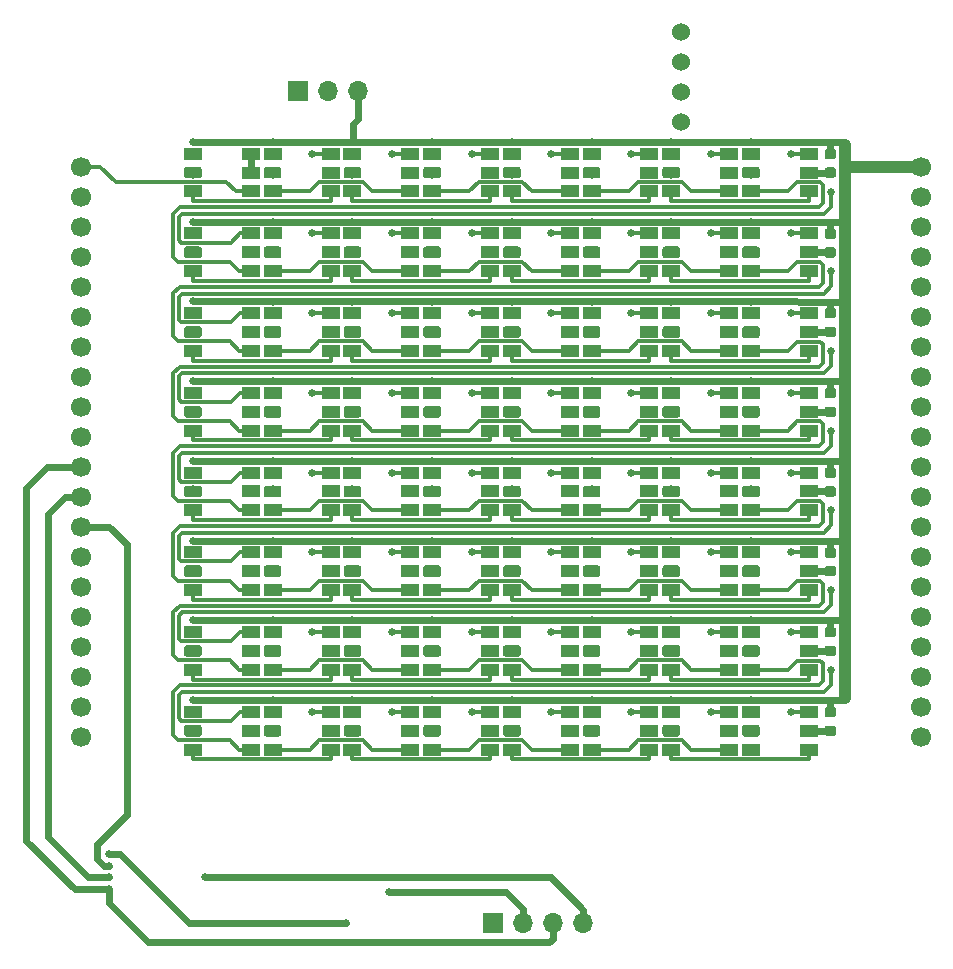
<source format=gtl>
G04 #@! TF.GenerationSoftware,KiCad,Pcbnew,(5.1.2-1)-1*
G04 #@! TF.CreationDate,2021-02-18T11:20:44-06:00*
G04 #@! TF.ProjectId,Core64 LM v0.1,436f7265-3634-4204-9c4d-2076302e312e,0.3*
G04 #@! TF.SameCoordinates,Original*
G04 #@! TF.FileFunction,Copper,L1,Top*
G04 #@! TF.FilePolarity,Positive*
%FSLAX46Y46*%
G04 Gerber Fmt 4.6, Leading zero omitted, Abs format (unit mm)*
G04 Created by KiCad (PCBNEW (5.1.2-1)-1) date 2021-02-18 11:20:44*
%MOMM*%
%LPD*%
G04 APERTURE LIST*
%ADD10R,1.500000X1.000000*%
%ADD11C,0.100000*%
%ADD12C,1.000000*%
%ADD13C,1.524000*%
%ADD14O,1.700000X1.700000*%
%ADD15R,1.700000X1.700000*%
%ADD16C,1.700000*%
%ADD17C,0.875000*%
%ADD18C,0.650000*%
%ADD19C,0.600000*%
%ADD20C,0.300000*%
%ADD21C,1.000000*%
G04 APERTURE END LIST*
D10*
X-12575000Y25225000D03*
D11*
G36*
X-12050496Y24123796D02*
G01*
X-12026227Y24120196D01*
X-12002429Y24114235D01*
X-11979329Y24105970D01*
X-11957151Y24095480D01*
X-11936107Y24082867D01*
X-11916402Y24068253D01*
X-11898223Y24051777D01*
X-11881747Y24033598D01*
X-11867133Y24013893D01*
X-11854520Y23992849D01*
X-11844030Y23970671D01*
X-11835765Y23947571D01*
X-11829804Y23923773D01*
X-11826204Y23899504D01*
X-11825000Y23875000D01*
X-11825000Y23375000D01*
X-11826204Y23350496D01*
X-11829804Y23326227D01*
X-11835765Y23302429D01*
X-11844030Y23279329D01*
X-11854520Y23257151D01*
X-11867133Y23236107D01*
X-11881747Y23216402D01*
X-11898223Y23198223D01*
X-11916402Y23181747D01*
X-11936107Y23167133D01*
X-11957151Y23154520D01*
X-11979329Y23144030D01*
X-12002429Y23135765D01*
X-12026227Y23129804D01*
X-12050496Y23126204D01*
X-12075000Y23125000D01*
X-13075000Y23125000D01*
X-13099504Y23126204D01*
X-13123773Y23129804D01*
X-13147571Y23135765D01*
X-13170671Y23144030D01*
X-13192849Y23154520D01*
X-13213893Y23167133D01*
X-13233598Y23181747D01*
X-13251777Y23198223D01*
X-13268253Y23216402D01*
X-13282867Y23236107D01*
X-13295480Y23257151D01*
X-13305970Y23279329D01*
X-13314235Y23302429D01*
X-13320196Y23326227D01*
X-13323796Y23350496D01*
X-13325000Y23375000D01*
X-13325000Y23875000D01*
X-13323796Y23899504D01*
X-13320196Y23923773D01*
X-13314235Y23947571D01*
X-13305970Y23970671D01*
X-13295480Y23992849D01*
X-13282867Y24013893D01*
X-13268253Y24033598D01*
X-13251777Y24051777D01*
X-13233598Y24068253D01*
X-13213893Y24082867D01*
X-13192849Y24095480D01*
X-13170671Y24105970D01*
X-13147571Y24114235D01*
X-13123773Y24120196D01*
X-13099504Y24123796D01*
X-13075000Y24125000D01*
X-12075000Y24125000D01*
X-12050496Y24123796D01*
X-12050496Y24123796D01*
G37*
D12*
X-12575000Y23625000D03*
D10*
X-12575000Y22025000D03*
X-7675000Y25225000D03*
X-7675000Y23625000D03*
X-7675000Y22025000D03*
X-5825000Y25225000D03*
D11*
G36*
X-5300496Y24123796D02*
G01*
X-5276227Y24120196D01*
X-5252429Y24114235D01*
X-5229329Y24105970D01*
X-5207151Y24095480D01*
X-5186107Y24082867D01*
X-5166402Y24068253D01*
X-5148223Y24051777D01*
X-5131747Y24033598D01*
X-5117133Y24013893D01*
X-5104520Y23992849D01*
X-5094030Y23970671D01*
X-5085765Y23947571D01*
X-5079804Y23923773D01*
X-5076204Y23899504D01*
X-5075000Y23875000D01*
X-5075000Y23375000D01*
X-5076204Y23350496D01*
X-5079804Y23326227D01*
X-5085765Y23302429D01*
X-5094030Y23279329D01*
X-5104520Y23257151D01*
X-5117133Y23236107D01*
X-5131747Y23216402D01*
X-5148223Y23198223D01*
X-5166402Y23181747D01*
X-5186107Y23167133D01*
X-5207151Y23154520D01*
X-5229329Y23144030D01*
X-5252429Y23135765D01*
X-5276227Y23129804D01*
X-5300496Y23126204D01*
X-5325000Y23125000D01*
X-6325000Y23125000D01*
X-6349504Y23126204D01*
X-6373773Y23129804D01*
X-6397571Y23135765D01*
X-6420671Y23144030D01*
X-6442849Y23154520D01*
X-6463893Y23167133D01*
X-6483598Y23181747D01*
X-6501777Y23198223D01*
X-6518253Y23216402D01*
X-6532867Y23236107D01*
X-6545480Y23257151D01*
X-6555970Y23279329D01*
X-6564235Y23302429D01*
X-6570196Y23326227D01*
X-6573796Y23350496D01*
X-6575000Y23375000D01*
X-6575000Y23875000D01*
X-6573796Y23899504D01*
X-6570196Y23923773D01*
X-6564235Y23947571D01*
X-6555970Y23970671D01*
X-6545480Y23992849D01*
X-6532867Y24013893D01*
X-6518253Y24033598D01*
X-6501777Y24051777D01*
X-6483598Y24068253D01*
X-6463893Y24082867D01*
X-6442849Y24095480D01*
X-6420671Y24105970D01*
X-6397571Y24114235D01*
X-6373773Y24120196D01*
X-6349504Y24123796D01*
X-6325000Y24125000D01*
X-5325000Y24125000D01*
X-5300496Y24123796D01*
X-5300496Y24123796D01*
G37*
D12*
X-5825000Y23625000D03*
D10*
X-5825000Y22025000D03*
X-925000Y25225000D03*
X-925000Y23625000D03*
X-925000Y22025000D03*
X-19325000Y25225000D03*
D11*
G36*
X-18800496Y24123796D02*
G01*
X-18776227Y24120196D01*
X-18752429Y24114235D01*
X-18729329Y24105970D01*
X-18707151Y24095480D01*
X-18686107Y24082867D01*
X-18666402Y24068253D01*
X-18648223Y24051777D01*
X-18631747Y24033598D01*
X-18617133Y24013893D01*
X-18604520Y23992849D01*
X-18594030Y23970671D01*
X-18585765Y23947571D01*
X-18579804Y23923773D01*
X-18576204Y23899504D01*
X-18575000Y23875000D01*
X-18575000Y23375000D01*
X-18576204Y23350496D01*
X-18579804Y23326227D01*
X-18585765Y23302429D01*
X-18594030Y23279329D01*
X-18604520Y23257151D01*
X-18617133Y23236107D01*
X-18631747Y23216402D01*
X-18648223Y23198223D01*
X-18666402Y23181747D01*
X-18686107Y23167133D01*
X-18707151Y23154520D01*
X-18729329Y23144030D01*
X-18752429Y23135765D01*
X-18776227Y23129804D01*
X-18800496Y23126204D01*
X-18825000Y23125000D01*
X-19825000Y23125000D01*
X-19849504Y23126204D01*
X-19873773Y23129804D01*
X-19897571Y23135765D01*
X-19920671Y23144030D01*
X-19942849Y23154520D01*
X-19963893Y23167133D01*
X-19983598Y23181747D01*
X-20001777Y23198223D01*
X-20018253Y23216402D01*
X-20032867Y23236107D01*
X-20045480Y23257151D01*
X-20055970Y23279329D01*
X-20064235Y23302429D01*
X-20070196Y23326227D01*
X-20073796Y23350496D01*
X-20075000Y23375000D01*
X-20075000Y23875000D01*
X-20073796Y23899504D01*
X-20070196Y23923773D01*
X-20064235Y23947571D01*
X-20055970Y23970671D01*
X-20045480Y23992849D01*
X-20032867Y24013893D01*
X-20018253Y24033598D01*
X-20001777Y24051777D01*
X-19983598Y24068253D01*
X-19963893Y24082867D01*
X-19942849Y24095480D01*
X-19920671Y24105970D01*
X-19897571Y24114235D01*
X-19873773Y24120196D01*
X-19849504Y24123796D01*
X-19825000Y24125000D01*
X-18825000Y24125000D01*
X-18800496Y24123796D01*
X-18800496Y24123796D01*
G37*
D12*
X-19325000Y23625000D03*
D10*
X-19325000Y22025000D03*
X-14425000Y25225000D03*
X-14425000Y23625000D03*
X-14425000Y22025000D03*
X-26075000Y25225000D03*
D11*
G36*
X-25550496Y24123796D02*
G01*
X-25526227Y24120196D01*
X-25502429Y24114235D01*
X-25479329Y24105970D01*
X-25457151Y24095480D01*
X-25436107Y24082867D01*
X-25416402Y24068253D01*
X-25398223Y24051777D01*
X-25381747Y24033598D01*
X-25367133Y24013893D01*
X-25354520Y23992849D01*
X-25344030Y23970671D01*
X-25335765Y23947571D01*
X-25329804Y23923773D01*
X-25326204Y23899504D01*
X-25325000Y23875000D01*
X-25325000Y23375000D01*
X-25326204Y23350496D01*
X-25329804Y23326227D01*
X-25335765Y23302429D01*
X-25344030Y23279329D01*
X-25354520Y23257151D01*
X-25367133Y23236107D01*
X-25381747Y23216402D01*
X-25398223Y23198223D01*
X-25416402Y23181747D01*
X-25436107Y23167133D01*
X-25457151Y23154520D01*
X-25479329Y23144030D01*
X-25502429Y23135765D01*
X-25526227Y23129804D01*
X-25550496Y23126204D01*
X-25575000Y23125000D01*
X-26575000Y23125000D01*
X-26599504Y23126204D01*
X-26623773Y23129804D01*
X-26647571Y23135765D01*
X-26670671Y23144030D01*
X-26692849Y23154520D01*
X-26713893Y23167133D01*
X-26733598Y23181747D01*
X-26751777Y23198223D01*
X-26768253Y23216402D01*
X-26782867Y23236107D01*
X-26795480Y23257151D01*
X-26805970Y23279329D01*
X-26814235Y23302429D01*
X-26820196Y23326227D01*
X-26823796Y23350496D01*
X-26825000Y23375000D01*
X-26825000Y23875000D01*
X-26823796Y23899504D01*
X-26820196Y23923773D01*
X-26814235Y23947571D01*
X-26805970Y23970671D01*
X-26795480Y23992849D01*
X-26782867Y24013893D01*
X-26768253Y24033598D01*
X-26751777Y24051777D01*
X-26733598Y24068253D01*
X-26713893Y24082867D01*
X-26692849Y24095480D01*
X-26670671Y24105970D01*
X-26647571Y24114235D01*
X-26623773Y24120196D01*
X-26599504Y24123796D01*
X-26575000Y24125000D01*
X-25575000Y24125000D01*
X-25550496Y24123796D01*
X-25550496Y24123796D01*
G37*
D12*
X-26075000Y23625000D03*
D10*
X-26075000Y22025000D03*
X-21175000Y25225000D03*
X-21175000Y23625000D03*
X-21175000Y22025000D03*
X-19325000Y18475000D03*
D11*
G36*
X-18800496Y17373796D02*
G01*
X-18776227Y17370196D01*
X-18752429Y17364235D01*
X-18729329Y17355970D01*
X-18707151Y17345480D01*
X-18686107Y17332867D01*
X-18666402Y17318253D01*
X-18648223Y17301777D01*
X-18631747Y17283598D01*
X-18617133Y17263893D01*
X-18604520Y17242849D01*
X-18594030Y17220671D01*
X-18585765Y17197571D01*
X-18579804Y17173773D01*
X-18576204Y17149504D01*
X-18575000Y17125000D01*
X-18575000Y16625000D01*
X-18576204Y16600496D01*
X-18579804Y16576227D01*
X-18585765Y16552429D01*
X-18594030Y16529329D01*
X-18604520Y16507151D01*
X-18617133Y16486107D01*
X-18631747Y16466402D01*
X-18648223Y16448223D01*
X-18666402Y16431747D01*
X-18686107Y16417133D01*
X-18707151Y16404520D01*
X-18729329Y16394030D01*
X-18752429Y16385765D01*
X-18776227Y16379804D01*
X-18800496Y16376204D01*
X-18825000Y16375000D01*
X-19825000Y16375000D01*
X-19849504Y16376204D01*
X-19873773Y16379804D01*
X-19897571Y16385765D01*
X-19920671Y16394030D01*
X-19942849Y16404520D01*
X-19963893Y16417133D01*
X-19983598Y16431747D01*
X-20001777Y16448223D01*
X-20018253Y16466402D01*
X-20032867Y16486107D01*
X-20045480Y16507151D01*
X-20055970Y16529329D01*
X-20064235Y16552429D01*
X-20070196Y16576227D01*
X-20073796Y16600496D01*
X-20075000Y16625000D01*
X-20075000Y17125000D01*
X-20073796Y17149504D01*
X-20070196Y17173773D01*
X-20064235Y17197571D01*
X-20055970Y17220671D01*
X-20045480Y17242849D01*
X-20032867Y17263893D01*
X-20018253Y17283598D01*
X-20001777Y17301777D01*
X-19983598Y17318253D01*
X-19963893Y17332867D01*
X-19942849Y17345480D01*
X-19920671Y17355970D01*
X-19897571Y17364235D01*
X-19873773Y17370196D01*
X-19849504Y17373796D01*
X-19825000Y17375000D01*
X-18825000Y17375000D01*
X-18800496Y17373796D01*
X-18800496Y17373796D01*
G37*
D12*
X-19325000Y16875000D03*
D10*
X-19325000Y15275000D03*
X-14425000Y18475000D03*
X-14425000Y16875000D03*
X-14425000Y15275000D03*
X-12575000Y18475000D03*
D11*
G36*
X-12050496Y17373796D02*
G01*
X-12026227Y17370196D01*
X-12002429Y17364235D01*
X-11979329Y17355970D01*
X-11957151Y17345480D01*
X-11936107Y17332867D01*
X-11916402Y17318253D01*
X-11898223Y17301777D01*
X-11881747Y17283598D01*
X-11867133Y17263893D01*
X-11854520Y17242849D01*
X-11844030Y17220671D01*
X-11835765Y17197571D01*
X-11829804Y17173773D01*
X-11826204Y17149504D01*
X-11825000Y17125000D01*
X-11825000Y16625000D01*
X-11826204Y16600496D01*
X-11829804Y16576227D01*
X-11835765Y16552429D01*
X-11844030Y16529329D01*
X-11854520Y16507151D01*
X-11867133Y16486107D01*
X-11881747Y16466402D01*
X-11898223Y16448223D01*
X-11916402Y16431747D01*
X-11936107Y16417133D01*
X-11957151Y16404520D01*
X-11979329Y16394030D01*
X-12002429Y16385765D01*
X-12026227Y16379804D01*
X-12050496Y16376204D01*
X-12075000Y16375000D01*
X-13075000Y16375000D01*
X-13099504Y16376204D01*
X-13123773Y16379804D01*
X-13147571Y16385765D01*
X-13170671Y16394030D01*
X-13192849Y16404520D01*
X-13213893Y16417133D01*
X-13233598Y16431747D01*
X-13251777Y16448223D01*
X-13268253Y16466402D01*
X-13282867Y16486107D01*
X-13295480Y16507151D01*
X-13305970Y16529329D01*
X-13314235Y16552429D01*
X-13320196Y16576227D01*
X-13323796Y16600496D01*
X-13325000Y16625000D01*
X-13325000Y17125000D01*
X-13323796Y17149504D01*
X-13320196Y17173773D01*
X-13314235Y17197571D01*
X-13305970Y17220671D01*
X-13295480Y17242849D01*
X-13282867Y17263893D01*
X-13268253Y17283598D01*
X-13251777Y17301777D01*
X-13233598Y17318253D01*
X-13213893Y17332867D01*
X-13192849Y17345480D01*
X-13170671Y17355970D01*
X-13147571Y17364235D01*
X-13123773Y17370196D01*
X-13099504Y17373796D01*
X-13075000Y17375000D01*
X-12075000Y17375000D01*
X-12050496Y17373796D01*
X-12050496Y17373796D01*
G37*
D12*
X-12575000Y16875000D03*
D10*
X-12575000Y15275000D03*
X-7675000Y18475000D03*
X-7675000Y16875000D03*
X-7675000Y15275000D03*
X-5825000Y18475000D03*
D11*
G36*
X-5300496Y17373796D02*
G01*
X-5276227Y17370196D01*
X-5252429Y17364235D01*
X-5229329Y17355970D01*
X-5207151Y17345480D01*
X-5186107Y17332867D01*
X-5166402Y17318253D01*
X-5148223Y17301777D01*
X-5131747Y17283598D01*
X-5117133Y17263893D01*
X-5104520Y17242849D01*
X-5094030Y17220671D01*
X-5085765Y17197571D01*
X-5079804Y17173773D01*
X-5076204Y17149504D01*
X-5075000Y17125000D01*
X-5075000Y16625000D01*
X-5076204Y16600496D01*
X-5079804Y16576227D01*
X-5085765Y16552429D01*
X-5094030Y16529329D01*
X-5104520Y16507151D01*
X-5117133Y16486107D01*
X-5131747Y16466402D01*
X-5148223Y16448223D01*
X-5166402Y16431747D01*
X-5186107Y16417133D01*
X-5207151Y16404520D01*
X-5229329Y16394030D01*
X-5252429Y16385765D01*
X-5276227Y16379804D01*
X-5300496Y16376204D01*
X-5325000Y16375000D01*
X-6325000Y16375000D01*
X-6349504Y16376204D01*
X-6373773Y16379804D01*
X-6397571Y16385765D01*
X-6420671Y16394030D01*
X-6442849Y16404520D01*
X-6463893Y16417133D01*
X-6483598Y16431747D01*
X-6501777Y16448223D01*
X-6518253Y16466402D01*
X-6532867Y16486107D01*
X-6545480Y16507151D01*
X-6555970Y16529329D01*
X-6564235Y16552429D01*
X-6570196Y16576227D01*
X-6573796Y16600496D01*
X-6575000Y16625000D01*
X-6575000Y17125000D01*
X-6573796Y17149504D01*
X-6570196Y17173773D01*
X-6564235Y17197571D01*
X-6555970Y17220671D01*
X-6545480Y17242849D01*
X-6532867Y17263893D01*
X-6518253Y17283598D01*
X-6501777Y17301777D01*
X-6483598Y17318253D01*
X-6463893Y17332867D01*
X-6442849Y17345480D01*
X-6420671Y17355970D01*
X-6397571Y17364235D01*
X-6373773Y17370196D01*
X-6349504Y17373796D01*
X-6325000Y17375000D01*
X-5325000Y17375000D01*
X-5300496Y17373796D01*
X-5300496Y17373796D01*
G37*
D12*
X-5825000Y16875000D03*
D10*
X-5825000Y15275000D03*
X-925000Y18475000D03*
X-925000Y16875000D03*
X-925000Y15275000D03*
X-26075000Y18475000D03*
D11*
G36*
X-25550496Y17373796D02*
G01*
X-25526227Y17370196D01*
X-25502429Y17364235D01*
X-25479329Y17355970D01*
X-25457151Y17345480D01*
X-25436107Y17332867D01*
X-25416402Y17318253D01*
X-25398223Y17301777D01*
X-25381747Y17283598D01*
X-25367133Y17263893D01*
X-25354520Y17242849D01*
X-25344030Y17220671D01*
X-25335765Y17197571D01*
X-25329804Y17173773D01*
X-25326204Y17149504D01*
X-25325000Y17125000D01*
X-25325000Y16625000D01*
X-25326204Y16600496D01*
X-25329804Y16576227D01*
X-25335765Y16552429D01*
X-25344030Y16529329D01*
X-25354520Y16507151D01*
X-25367133Y16486107D01*
X-25381747Y16466402D01*
X-25398223Y16448223D01*
X-25416402Y16431747D01*
X-25436107Y16417133D01*
X-25457151Y16404520D01*
X-25479329Y16394030D01*
X-25502429Y16385765D01*
X-25526227Y16379804D01*
X-25550496Y16376204D01*
X-25575000Y16375000D01*
X-26575000Y16375000D01*
X-26599504Y16376204D01*
X-26623773Y16379804D01*
X-26647571Y16385765D01*
X-26670671Y16394030D01*
X-26692849Y16404520D01*
X-26713893Y16417133D01*
X-26733598Y16431747D01*
X-26751777Y16448223D01*
X-26768253Y16466402D01*
X-26782867Y16486107D01*
X-26795480Y16507151D01*
X-26805970Y16529329D01*
X-26814235Y16552429D01*
X-26820196Y16576227D01*
X-26823796Y16600496D01*
X-26825000Y16625000D01*
X-26825000Y17125000D01*
X-26823796Y17149504D01*
X-26820196Y17173773D01*
X-26814235Y17197571D01*
X-26805970Y17220671D01*
X-26795480Y17242849D01*
X-26782867Y17263893D01*
X-26768253Y17283598D01*
X-26751777Y17301777D01*
X-26733598Y17318253D01*
X-26713893Y17332867D01*
X-26692849Y17345480D01*
X-26670671Y17355970D01*
X-26647571Y17364235D01*
X-26623773Y17370196D01*
X-26599504Y17373796D01*
X-26575000Y17375000D01*
X-25575000Y17375000D01*
X-25550496Y17373796D01*
X-25550496Y17373796D01*
G37*
D12*
X-26075000Y16875000D03*
D10*
X-26075000Y15275000D03*
X-21175000Y18475000D03*
X-21175000Y16875000D03*
X-21175000Y15275000D03*
X14425000Y18475000D03*
D11*
G36*
X14949504Y17373796D02*
G01*
X14973773Y17370196D01*
X14997571Y17364235D01*
X15020671Y17355970D01*
X15042849Y17345480D01*
X15063893Y17332867D01*
X15083598Y17318253D01*
X15101777Y17301777D01*
X15118253Y17283598D01*
X15132867Y17263893D01*
X15145480Y17242849D01*
X15155970Y17220671D01*
X15164235Y17197571D01*
X15170196Y17173773D01*
X15173796Y17149504D01*
X15175000Y17125000D01*
X15175000Y16625000D01*
X15173796Y16600496D01*
X15170196Y16576227D01*
X15164235Y16552429D01*
X15155970Y16529329D01*
X15145480Y16507151D01*
X15132867Y16486107D01*
X15118253Y16466402D01*
X15101777Y16448223D01*
X15083598Y16431747D01*
X15063893Y16417133D01*
X15042849Y16404520D01*
X15020671Y16394030D01*
X14997571Y16385765D01*
X14973773Y16379804D01*
X14949504Y16376204D01*
X14925000Y16375000D01*
X13925000Y16375000D01*
X13900496Y16376204D01*
X13876227Y16379804D01*
X13852429Y16385765D01*
X13829329Y16394030D01*
X13807151Y16404520D01*
X13786107Y16417133D01*
X13766402Y16431747D01*
X13748223Y16448223D01*
X13731747Y16466402D01*
X13717133Y16486107D01*
X13704520Y16507151D01*
X13694030Y16529329D01*
X13685765Y16552429D01*
X13679804Y16576227D01*
X13676204Y16600496D01*
X13675000Y16625000D01*
X13675000Y17125000D01*
X13676204Y17149504D01*
X13679804Y17173773D01*
X13685765Y17197571D01*
X13694030Y17220671D01*
X13704520Y17242849D01*
X13717133Y17263893D01*
X13731747Y17283598D01*
X13748223Y17301777D01*
X13766402Y17318253D01*
X13786107Y17332867D01*
X13807151Y17345480D01*
X13829329Y17355970D01*
X13852429Y17364235D01*
X13876227Y17370196D01*
X13900496Y17373796D01*
X13925000Y17375000D01*
X14925000Y17375000D01*
X14949504Y17373796D01*
X14949504Y17373796D01*
G37*
D12*
X14425000Y16875000D03*
D10*
X14425000Y15275000D03*
X19325000Y18475000D03*
X19325000Y16875000D03*
X19325000Y15275000D03*
X21175000Y11725000D03*
D11*
G36*
X21699504Y10623796D02*
G01*
X21723773Y10620196D01*
X21747571Y10614235D01*
X21770671Y10605970D01*
X21792849Y10595480D01*
X21813893Y10582867D01*
X21833598Y10568253D01*
X21851777Y10551777D01*
X21868253Y10533598D01*
X21882867Y10513893D01*
X21895480Y10492849D01*
X21905970Y10470671D01*
X21914235Y10447571D01*
X21920196Y10423773D01*
X21923796Y10399504D01*
X21925000Y10375000D01*
X21925000Y9875000D01*
X21923796Y9850496D01*
X21920196Y9826227D01*
X21914235Y9802429D01*
X21905970Y9779329D01*
X21895480Y9757151D01*
X21882867Y9736107D01*
X21868253Y9716402D01*
X21851777Y9698223D01*
X21833598Y9681747D01*
X21813893Y9667133D01*
X21792849Y9654520D01*
X21770671Y9644030D01*
X21747571Y9635765D01*
X21723773Y9629804D01*
X21699504Y9626204D01*
X21675000Y9625000D01*
X20675000Y9625000D01*
X20650496Y9626204D01*
X20626227Y9629804D01*
X20602429Y9635765D01*
X20579329Y9644030D01*
X20557151Y9654520D01*
X20536107Y9667133D01*
X20516402Y9681747D01*
X20498223Y9698223D01*
X20481747Y9716402D01*
X20467133Y9736107D01*
X20454520Y9757151D01*
X20444030Y9779329D01*
X20435765Y9802429D01*
X20429804Y9826227D01*
X20426204Y9850496D01*
X20425000Y9875000D01*
X20425000Y10375000D01*
X20426204Y10399504D01*
X20429804Y10423773D01*
X20435765Y10447571D01*
X20444030Y10470671D01*
X20454520Y10492849D01*
X20467133Y10513893D01*
X20481747Y10533598D01*
X20498223Y10551777D01*
X20516402Y10568253D01*
X20536107Y10582867D01*
X20557151Y10595480D01*
X20579329Y10605970D01*
X20602429Y10614235D01*
X20626227Y10620196D01*
X20650496Y10623796D01*
X20675000Y10625000D01*
X21675000Y10625000D01*
X21699504Y10623796D01*
X21699504Y10623796D01*
G37*
D12*
X21175000Y10125000D03*
D10*
X21175000Y8525000D03*
X26075000Y11725000D03*
X26075000Y10125000D03*
X26075000Y8525000D03*
X925000Y25225000D03*
D11*
G36*
X1449504Y24123796D02*
G01*
X1473773Y24120196D01*
X1497571Y24114235D01*
X1520671Y24105970D01*
X1542849Y24095480D01*
X1563893Y24082867D01*
X1583598Y24068253D01*
X1601777Y24051777D01*
X1618253Y24033598D01*
X1632867Y24013893D01*
X1645480Y23992849D01*
X1655970Y23970671D01*
X1664235Y23947571D01*
X1670196Y23923773D01*
X1673796Y23899504D01*
X1675000Y23875000D01*
X1675000Y23375000D01*
X1673796Y23350496D01*
X1670196Y23326227D01*
X1664235Y23302429D01*
X1655970Y23279329D01*
X1645480Y23257151D01*
X1632867Y23236107D01*
X1618253Y23216402D01*
X1601777Y23198223D01*
X1583598Y23181747D01*
X1563893Y23167133D01*
X1542849Y23154520D01*
X1520671Y23144030D01*
X1497571Y23135765D01*
X1473773Y23129804D01*
X1449504Y23126204D01*
X1425000Y23125000D01*
X425000Y23125000D01*
X400496Y23126204D01*
X376227Y23129804D01*
X352429Y23135765D01*
X329329Y23144030D01*
X307151Y23154520D01*
X286107Y23167133D01*
X266402Y23181747D01*
X248223Y23198223D01*
X231747Y23216402D01*
X217133Y23236107D01*
X204520Y23257151D01*
X194030Y23279329D01*
X185765Y23302429D01*
X179804Y23326227D01*
X176204Y23350496D01*
X175000Y23375000D01*
X175000Y23875000D01*
X176204Y23899504D01*
X179804Y23923773D01*
X185765Y23947571D01*
X194030Y23970671D01*
X204520Y23992849D01*
X217133Y24013893D01*
X231747Y24033598D01*
X248223Y24051777D01*
X266402Y24068253D01*
X286107Y24082867D01*
X307151Y24095480D01*
X329329Y24105970D01*
X352429Y24114235D01*
X376227Y24120196D01*
X400496Y24123796D01*
X425000Y24125000D01*
X1425000Y24125000D01*
X1449504Y24123796D01*
X1449504Y24123796D01*
G37*
D12*
X925000Y23625000D03*
D10*
X925000Y22025000D03*
X5825000Y25225000D03*
X5825000Y23625000D03*
X5825000Y22025000D03*
X7675000Y25225000D03*
D11*
G36*
X8199504Y24123796D02*
G01*
X8223773Y24120196D01*
X8247571Y24114235D01*
X8270671Y24105970D01*
X8292849Y24095480D01*
X8313893Y24082867D01*
X8333598Y24068253D01*
X8351777Y24051777D01*
X8368253Y24033598D01*
X8382867Y24013893D01*
X8395480Y23992849D01*
X8405970Y23970671D01*
X8414235Y23947571D01*
X8420196Y23923773D01*
X8423796Y23899504D01*
X8425000Y23875000D01*
X8425000Y23375000D01*
X8423796Y23350496D01*
X8420196Y23326227D01*
X8414235Y23302429D01*
X8405970Y23279329D01*
X8395480Y23257151D01*
X8382867Y23236107D01*
X8368253Y23216402D01*
X8351777Y23198223D01*
X8333598Y23181747D01*
X8313893Y23167133D01*
X8292849Y23154520D01*
X8270671Y23144030D01*
X8247571Y23135765D01*
X8223773Y23129804D01*
X8199504Y23126204D01*
X8175000Y23125000D01*
X7175000Y23125000D01*
X7150496Y23126204D01*
X7126227Y23129804D01*
X7102429Y23135765D01*
X7079329Y23144030D01*
X7057151Y23154520D01*
X7036107Y23167133D01*
X7016402Y23181747D01*
X6998223Y23198223D01*
X6981747Y23216402D01*
X6967133Y23236107D01*
X6954520Y23257151D01*
X6944030Y23279329D01*
X6935765Y23302429D01*
X6929804Y23326227D01*
X6926204Y23350496D01*
X6925000Y23375000D01*
X6925000Y23875000D01*
X6926204Y23899504D01*
X6929804Y23923773D01*
X6935765Y23947571D01*
X6944030Y23970671D01*
X6954520Y23992849D01*
X6967133Y24013893D01*
X6981747Y24033598D01*
X6998223Y24051777D01*
X7016402Y24068253D01*
X7036107Y24082867D01*
X7057151Y24095480D01*
X7079329Y24105970D01*
X7102429Y24114235D01*
X7126227Y24120196D01*
X7150496Y24123796D01*
X7175000Y24125000D01*
X8175000Y24125000D01*
X8199504Y24123796D01*
X8199504Y24123796D01*
G37*
D12*
X7675000Y23625000D03*
D10*
X7675000Y22025000D03*
X12575000Y25225000D03*
X12575000Y23625000D03*
X12575000Y22025000D03*
X14425000Y25225000D03*
D11*
G36*
X14949504Y24123796D02*
G01*
X14973773Y24120196D01*
X14997571Y24114235D01*
X15020671Y24105970D01*
X15042849Y24095480D01*
X15063893Y24082867D01*
X15083598Y24068253D01*
X15101777Y24051777D01*
X15118253Y24033598D01*
X15132867Y24013893D01*
X15145480Y23992849D01*
X15155970Y23970671D01*
X15164235Y23947571D01*
X15170196Y23923773D01*
X15173796Y23899504D01*
X15175000Y23875000D01*
X15175000Y23375000D01*
X15173796Y23350496D01*
X15170196Y23326227D01*
X15164235Y23302429D01*
X15155970Y23279329D01*
X15145480Y23257151D01*
X15132867Y23236107D01*
X15118253Y23216402D01*
X15101777Y23198223D01*
X15083598Y23181747D01*
X15063893Y23167133D01*
X15042849Y23154520D01*
X15020671Y23144030D01*
X14997571Y23135765D01*
X14973773Y23129804D01*
X14949504Y23126204D01*
X14925000Y23125000D01*
X13925000Y23125000D01*
X13900496Y23126204D01*
X13876227Y23129804D01*
X13852429Y23135765D01*
X13829329Y23144030D01*
X13807151Y23154520D01*
X13786107Y23167133D01*
X13766402Y23181747D01*
X13748223Y23198223D01*
X13731747Y23216402D01*
X13717133Y23236107D01*
X13704520Y23257151D01*
X13694030Y23279329D01*
X13685765Y23302429D01*
X13679804Y23326227D01*
X13676204Y23350496D01*
X13675000Y23375000D01*
X13675000Y23875000D01*
X13676204Y23899504D01*
X13679804Y23923773D01*
X13685765Y23947571D01*
X13694030Y23970671D01*
X13704520Y23992849D01*
X13717133Y24013893D01*
X13731747Y24033598D01*
X13748223Y24051777D01*
X13766402Y24068253D01*
X13786107Y24082867D01*
X13807151Y24095480D01*
X13829329Y24105970D01*
X13852429Y24114235D01*
X13876227Y24120196D01*
X13900496Y24123796D01*
X13925000Y24125000D01*
X14925000Y24125000D01*
X14949504Y24123796D01*
X14949504Y24123796D01*
G37*
D12*
X14425000Y23625000D03*
D10*
X14425000Y22025000D03*
X19325000Y25225000D03*
X19325000Y23625000D03*
X19325000Y22025000D03*
X21175000Y25225000D03*
D11*
G36*
X21699504Y24123796D02*
G01*
X21723773Y24120196D01*
X21747571Y24114235D01*
X21770671Y24105970D01*
X21792849Y24095480D01*
X21813893Y24082867D01*
X21833598Y24068253D01*
X21851777Y24051777D01*
X21868253Y24033598D01*
X21882867Y24013893D01*
X21895480Y23992849D01*
X21905970Y23970671D01*
X21914235Y23947571D01*
X21920196Y23923773D01*
X21923796Y23899504D01*
X21925000Y23875000D01*
X21925000Y23375000D01*
X21923796Y23350496D01*
X21920196Y23326227D01*
X21914235Y23302429D01*
X21905970Y23279329D01*
X21895480Y23257151D01*
X21882867Y23236107D01*
X21868253Y23216402D01*
X21851777Y23198223D01*
X21833598Y23181747D01*
X21813893Y23167133D01*
X21792849Y23154520D01*
X21770671Y23144030D01*
X21747571Y23135765D01*
X21723773Y23129804D01*
X21699504Y23126204D01*
X21675000Y23125000D01*
X20675000Y23125000D01*
X20650496Y23126204D01*
X20626227Y23129804D01*
X20602429Y23135765D01*
X20579329Y23144030D01*
X20557151Y23154520D01*
X20536107Y23167133D01*
X20516402Y23181747D01*
X20498223Y23198223D01*
X20481747Y23216402D01*
X20467133Y23236107D01*
X20454520Y23257151D01*
X20444030Y23279329D01*
X20435765Y23302429D01*
X20429804Y23326227D01*
X20426204Y23350496D01*
X20425000Y23375000D01*
X20425000Y23875000D01*
X20426204Y23899504D01*
X20429804Y23923773D01*
X20435765Y23947571D01*
X20444030Y23970671D01*
X20454520Y23992849D01*
X20467133Y24013893D01*
X20481747Y24033598D01*
X20498223Y24051777D01*
X20516402Y24068253D01*
X20536107Y24082867D01*
X20557151Y24095480D01*
X20579329Y24105970D01*
X20602429Y24114235D01*
X20626227Y24120196D01*
X20650496Y24123796D01*
X20675000Y24125000D01*
X21675000Y24125000D01*
X21699504Y24123796D01*
X21699504Y24123796D01*
G37*
D12*
X21175000Y23625000D03*
D10*
X21175000Y22025000D03*
X26075000Y25225000D03*
X26075000Y23625000D03*
X26075000Y22025000D03*
X925000Y18475000D03*
D11*
G36*
X1449504Y17373796D02*
G01*
X1473773Y17370196D01*
X1497571Y17364235D01*
X1520671Y17355970D01*
X1542849Y17345480D01*
X1563893Y17332867D01*
X1583598Y17318253D01*
X1601777Y17301777D01*
X1618253Y17283598D01*
X1632867Y17263893D01*
X1645480Y17242849D01*
X1655970Y17220671D01*
X1664235Y17197571D01*
X1670196Y17173773D01*
X1673796Y17149504D01*
X1675000Y17125000D01*
X1675000Y16625000D01*
X1673796Y16600496D01*
X1670196Y16576227D01*
X1664235Y16552429D01*
X1655970Y16529329D01*
X1645480Y16507151D01*
X1632867Y16486107D01*
X1618253Y16466402D01*
X1601777Y16448223D01*
X1583598Y16431747D01*
X1563893Y16417133D01*
X1542849Y16404520D01*
X1520671Y16394030D01*
X1497571Y16385765D01*
X1473773Y16379804D01*
X1449504Y16376204D01*
X1425000Y16375000D01*
X425000Y16375000D01*
X400496Y16376204D01*
X376227Y16379804D01*
X352429Y16385765D01*
X329329Y16394030D01*
X307151Y16404520D01*
X286107Y16417133D01*
X266402Y16431747D01*
X248223Y16448223D01*
X231747Y16466402D01*
X217133Y16486107D01*
X204520Y16507151D01*
X194030Y16529329D01*
X185765Y16552429D01*
X179804Y16576227D01*
X176204Y16600496D01*
X175000Y16625000D01*
X175000Y17125000D01*
X176204Y17149504D01*
X179804Y17173773D01*
X185765Y17197571D01*
X194030Y17220671D01*
X204520Y17242849D01*
X217133Y17263893D01*
X231747Y17283598D01*
X248223Y17301777D01*
X266402Y17318253D01*
X286107Y17332867D01*
X307151Y17345480D01*
X329329Y17355970D01*
X352429Y17364235D01*
X376227Y17370196D01*
X400496Y17373796D01*
X425000Y17375000D01*
X1425000Y17375000D01*
X1449504Y17373796D01*
X1449504Y17373796D01*
G37*
D12*
X925000Y16875000D03*
D10*
X925000Y15275000D03*
X5825000Y18475000D03*
X5825000Y16875000D03*
X5825000Y15275000D03*
X7675000Y18475000D03*
D11*
G36*
X8199504Y17373796D02*
G01*
X8223773Y17370196D01*
X8247571Y17364235D01*
X8270671Y17355970D01*
X8292849Y17345480D01*
X8313893Y17332867D01*
X8333598Y17318253D01*
X8351777Y17301777D01*
X8368253Y17283598D01*
X8382867Y17263893D01*
X8395480Y17242849D01*
X8405970Y17220671D01*
X8414235Y17197571D01*
X8420196Y17173773D01*
X8423796Y17149504D01*
X8425000Y17125000D01*
X8425000Y16625000D01*
X8423796Y16600496D01*
X8420196Y16576227D01*
X8414235Y16552429D01*
X8405970Y16529329D01*
X8395480Y16507151D01*
X8382867Y16486107D01*
X8368253Y16466402D01*
X8351777Y16448223D01*
X8333598Y16431747D01*
X8313893Y16417133D01*
X8292849Y16404520D01*
X8270671Y16394030D01*
X8247571Y16385765D01*
X8223773Y16379804D01*
X8199504Y16376204D01*
X8175000Y16375000D01*
X7175000Y16375000D01*
X7150496Y16376204D01*
X7126227Y16379804D01*
X7102429Y16385765D01*
X7079329Y16394030D01*
X7057151Y16404520D01*
X7036107Y16417133D01*
X7016402Y16431747D01*
X6998223Y16448223D01*
X6981747Y16466402D01*
X6967133Y16486107D01*
X6954520Y16507151D01*
X6944030Y16529329D01*
X6935765Y16552429D01*
X6929804Y16576227D01*
X6926204Y16600496D01*
X6925000Y16625000D01*
X6925000Y17125000D01*
X6926204Y17149504D01*
X6929804Y17173773D01*
X6935765Y17197571D01*
X6944030Y17220671D01*
X6954520Y17242849D01*
X6967133Y17263893D01*
X6981747Y17283598D01*
X6998223Y17301777D01*
X7016402Y17318253D01*
X7036107Y17332867D01*
X7057151Y17345480D01*
X7079329Y17355970D01*
X7102429Y17364235D01*
X7126227Y17370196D01*
X7150496Y17373796D01*
X7175000Y17375000D01*
X8175000Y17375000D01*
X8199504Y17373796D01*
X8199504Y17373796D01*
G37*
D12*
X7675000Y16875000D03*
D10*
X7675000Y15275000D03*
X12575000Y18475000D03*
X12575000Y16875000D03*
X12575000Y15275000D03*
X21175000Y18475000D03*
D11*
G36*
X21699504Y17373796D02*
G01*
X21723773Y17370196D01*
X21747571Y17364235D01*
X21770671Y17355970D01*
X21792849Y17345480D01*
X21813893Y17332867D01*
X21833598Y17318253D01*
X21851777Y17301777D01*
X21868253Y17283598D01*
X21882867Y17263893D01*
X21895480Y17242849D01*
X21905970Y17220671D01*
X21914235Y17197571D01*
X21920196Y17173773D01*
X21923796Y17149504D01*
X21925000Y17125000D01*
X21925000Y16625000D01*
X21923796Y16600496D01*
X21920196Y16576227D01*
X21914235Y16552429D01*
X21905970Y16529329D01*
X21895480Y16507151D01*
X21882867Y16486107D01*
X21868253Y16466402D01*
X21851777Y16448223D01*
X21833598Y16431747D01*
X21813893Y16417133D01*
X21792849Y16404520D01*
X21770671Y16394030D01*
X21747571Y16385765D01*
X21723773Y16379804D01*
X21699504Y16376204D01*
X21675000Y16375000D01*
X20675000Y16375000D01*
X20650496Y16376204D01*
X20626227Y16379804D01*
X20602429Y16385765D01*
X20579329Y16394030D01*
X20557151Y16404520D01*
X20536107Y16417133D01*
X20516402Y16431747D01*
X20498223Y16448223D01*
X20481747Y16466402D01*
X20467133Y16486107D01*
X20454520Y16507151D01*
X20444030Y16529329D01*
X20435765Y16552429D01*
X20429804Y16576227D01*
X20426204Y16600496D01*
X20425000Y16625000D01*
X20425000Y17125000D01*
X20426204Y17149504D01*
X20429804Y17173773D01*
X20435765Y17197571D01*
X20444030Y17220671D01*
X20454520Y17242849D01*
X20467133Y17263893D01*
X20481747Y17283598D01*
X20498223Y17301777D01*
X20516402Y17318253D01*
X20536107Y17332867D01*
X20557151Y17345480D01*
X20579329Y17355970D01*
X20602429Y17364235D01*
X20626227Y17370196D01*
X20650496Y17373796D01*
X20675000Y17375000D01*
X21675000Y17375000D01*
X21699504Y17373796D01*
X21699504Y17373796D01*
G37*
D12*
X21175000Y16875000D03*
D10*
X21175000Y15275000D03*
X26075000Y18475000D03*
X26075000Y16875000D03*
X26075000Y15275000D03*
X-26075000Y11725000D03*
D11*
G36*
X-25550496Y10623796D02*
G01*
X-25526227Y10620196D01*
X-25502429Y10614235D01*
X-25479329Y10605970D01*
X-25457151Y10595480D01*
X-25436107Y10582867D01*
X-25416402Y10568253D01*
X-25398223Y10551777D01*
X-25381747Y10533598D01*
X-25367133Y10513893D01*
X-25354520Y10492849D01*
X-25344030Y10470671D01*
X-25335765Y10447571D01*
X-25329804Y10423773D01*
X-25326204Y10399504D01*
X-25325000Y10375000D01*
X-25325000Y9875000D01*
X-25326204Y9850496D01*
X-25329804Y9826227D01*
X-25335765Y9802429D01*
X-25344030Y9779329D01*
X-25354520Y9757151D01*
X-25367133Y9736107D01*
X-25381747Y9716402D01*
X-25398223Y9698223D01*
X-25416402Y9681747D01*
X-25436107Y9667133D01*
X-25457151Y9654520D01*
X-25479329Y9644030D01*
X-25502429Y9635765D01*
X-25526227Y9629804D01*
X-25550496Y9626204D01*
X-25575000Y9625000D01*
X-26575000Y9625000D01*
X-26599504Y9626204D01*
X-26623773Y9629804D01*
X-26647571Y9635765D01*
X-26670671Y9644030D01*
X-26692849Y9654520D01*
X-26713893Y9667133D01*
X-26733598Y9681747D01*
X-26751777Y9698223D01*
X-26768253Y9716402D01*
X-26782867Y9736107D01*
X-26795480Y9757151D01*
X-26805970Y9779329D01*
X-26814235Y9802429D01*
X-26820196Y9826227D01*
X-26823796Y9850496D01*
X-26825000Y9875000D01*
X-26825000Y10375000D01*
X-26823796Y10399504D01*
X-26820196Y10423773D01*
X-26814235Y10447571D01*
X-26805970Y10470671D01*
X-26795480Y10492849D01*
X-26782867Y10513893D01*
X-26768253Y10533598D01*
X-26751777Y10551777D01*
X-26733598Y10568253D01*
X-26713893Y10582867D01*
X-26692849Y10595480D01*
X-26670671Y10605970D01*
X-26647571Y10614235D01*
X-26623773Y10620196D01*
X-26599504Y10623796D01*
X-26575000Y10625000D01*
X-25575000Y10625000D01*
X-25550496Y10623796D01*
X-25550496Y10623796D01*
G37*
D12*
X-26075000Y10125000D03*
D10*
X-26075000Y8525000D03*
X-21175000Y11725000D03*
X-21175000Y10125000D03*
X-21175000Y8525000D03*
X-19325000Y11725000D03*
D11*
G36*
X-18800496Y10623796D02*
G01*
X-18776227Y10620196D01*
X-18752429Y10614235D01*
X-18729329Y10605970D01*
X-18707151Y10595480D01*
X-18686107Y10582867D01*
X-18666402Y10568253D01*
X-18648223Y10551777D01*
X-18631747Y10533598D01*
X-18617133Y10513893D01*
X-18604520Y10492849D01*
X-18594030Y10470671D01*
X-18585765Y10447571D01*
X-18579804Y10423773D01*
X-18576204Y10399504D01*
X-18575000Y10375000D01*
X-18575000Y9875000D01*
X-18576204Y9850496D01*
X-18579804Y9826227D01*
X-18585765Y9802429D01*
X-18594030Y9779329D01*
X-18604520Y9757151D01*
X-18617133Y9736107D01*
X-18631747Y9716402D01*
X-18648223Y9698223D01*
X-18666402Y9681747D01*
X-18686107Y9667133D01*
X-18707151Y9654520D01*
X-18729329Y9644030D01*
X-18752429Y9635765D01*
X-18776227Y9629804D01*
X-18800496Y9626204D01*
X-18825000Y9625000D01*
X-19825000Y9625000D01*
X-19849504Y9626204D01*
X-19873773Y9629804D01*
X-19897571Y9635765D01*
X-19920671Y9644030D01*
X-19942849Y9654520D01*
X-19963893Y9667133D01*
X-19983598Y9681747D01*
X-20001777Y9698223D01*
X-20018253Y9716402D01*
X-20032867Y9736107D01*
X-20045480Y9757151D01*
X-20055970Y9779329D01*
X-20064235Y9802429D01*
X-20070196Y9826227D01*
X-20073796Y9850496D01*
X-20075000Y9875000D01*
X-20075000Y10375000D01*
X-20073796Y10399504D01*
X-20070196Y10423773D01*
X-20064235Y10447571D01*
X-20055970Y10470671D01*
X-20045480Y10492849D01*
X-20032867Y10513893D01*
X-20018253Y10533598D01*
X-20001777Y10551777D01*
X-19983598Y10568253D01*
X-19963893Y10582867D01*
X-19942849Y10595480D01*
X-19920671Y10605970D01*
X-19897571Y10614235D01*
X-19873773Y10620196D01*
X-19849504Y10623796D01*
X-19825000Y10625000D01*
X-18825000Y10625000D01*
X-18800496Y10623796D01*
X-18800496Y10623796D01*
G37*
D12*
X-19325000Y10125000D03*
D10*
X-19325000Y8525000D03*
X-14425000Y11725000D03*
X-14425000Y10125000D03*
X-14425000Y8525000D03*
X-12575000Y11725000D03*
D11*
G36*
X-12050496Y10623796D02*
G01*
X-12026227Y10620196D01*
X-12002429Y10614235D01*
X-11979329Y10605970D01*
X-11957151Y10595480D01*
X-11936107Y10582867D01*
X-11916402Y10568253D01*
X-11898223Y10551777D01*
X-11881747Y10533598D01*
X-11867133Y10513893D01*
X-11854520Y10492849D01*
X-11844030Y10470671D01*
X-11835765Y10447571D01*
X-11829804Y10423773D01*
X-11826204Y10399504D01*
X-11825000Y10375000D01*
X-11825000Y9875000D01*
X-11826204Y9850496D01*
X-11829804Y9826227D01*
X-11835765Y9802429D01*
X-11844030Y9779329D01*
X-11854520Y9757151D01*
X-11867133Y9736107D01*
X-11881747Y9716402D01*
X-11898223Y9698223D01*
X-11916402Y9681747D01*
X-11936107Y9667133D01*
X-11957151Y9654520D01*
X-11979329Y9644030D01*
X-12002429Y9635765D01*
X-12026227Y9629804D01*
X-12050496Y9626204D01*
X-12075000Y9625000D01*
X-13075000Y9625000D01*
X-13099504Y9626204D01*
X-13123773Y9629804D01*
X-13147571Y9635765D01*
X-13170671Y9644030D01*
X-13192849Y9654520D01*
X-13213893Y9667133D01*
X-13233598Y9681747D01*
X-13251777Y9698223D01*
X-13268253Y9716402D01*
X-13282867Y9736107D01*
X-13295480Y9757151D01*
X-13305970Y9779329D01*
X-13314235Y9802429D01*
X-13320196Y9826227D01*
X-13323796Y9850496D01*
X-13325000Y9875000D01*
X-13325000Y10375000D01*
X-13323796Y10399504D01*
X-13320196Y10423773D01*
X-13314235Y10447571D01*
X-13305970Y10470671D01*
X-13295480Y10492849D01*
X-13282867Y10513893D01*
X-13268253Y10533598D01*
X-13251777Y10551777D01*
X-13233598Y10568253D01*
X-13213893Y10582867D01*
X-13192849Y10595480D01*
X-13170671Y10605970D01*
X-13147571Y10614235D01*
X-13123773Y10620196D01*
X-13099504Y10623796D01*
X-13075000Y10625000D01*
X-12075000Y10625000D01*
X-12050496Y10623796D01*
X-12050496Y10623796D01*
G37*
D12*
X-12575000Y10125000D03*
D10*
X-12575000Y8525000D03*
X-7675000Y11725000D03*
X-7675000Y10125000D03*
X-7675000Y8525000D03*
X-5825000Y11725000D03*
D11*
G36*
X-5300496Y10623796D02*
G01*
X-5276227Y10620196D01*
X-5252429Y10614235D01*
X-5229329Y10605970D01*
X-5207151Y10595480D01*
X-5186107Y10582867D01*
X-5166402Y10568253D01*
X-5148223Y10551777D01*
X-5131747Y10533598D01*
X-5117133Y10513893D01*
X-5104520Y10492849D01*
X-5094030Y10470671D01*
X-5085765Y10447571D01*
X-5079804Y10423773D01*
X-5076204Y10399504D01*
X-5075000Y10375000D01*
X-5075000Y9875000D01*
X-5076204Y9850496D01*
X-5079804Y9826227D01*
X-5085765Y9802429D01*
X-5094030Y9779329D01*
X-5104520Y9757151D01*
X-5117133Y9736107D01*
X-5131747Y9716402D01*
X-5148223Y9698223D01*
X-5166402Y9681747D01*
X-5186107Y9667133D01*
X-5207151Y9654520D01*
X-5229329Y9644030D01*
X-5252429Y9635765D01*
X-5276227Y9629804D01*
X-5300496Y9626204D01*
X-5325000Y9625000D01*
X-6325000Y9625000D01*
X-6349504Y9626204D01*
X-6373773Y9629804D01*
X-6397571Y9635765D01*
X-6420671Y9644030D01*
X-6442849Y9654520D01*
X-6463893Y9667133D01*
X-6483598Y9681747D01*
X-6501777Y9698223D01*
X-6518253Y9716402D01*
X-6532867Y9736107D01*
X-6545480Y9757151D01*
X-6555970Y9779329D01*
X-6564235Y9802429D01*
X-6570196Y9826227D01*
X-6573796Y9850496D01*
X-6575000Y9875000D01*
X-6575000Y10375000D01*
X-6573796Y10399504D01*
X-6570196Y10423773D01*
X-6564235Y10447571D01*
X-6555970Y10470671D01*
X-6545480Y10492849D01*
X-6532867Y10513893D01*
X-6518253Y10533598D01*
X-6501777Y10551777D01*
X-6483598Y10568253D01*
X-6463893Y10582867D01*
X-6442849Y10595480D01*
X-6420671Y10605970D01*
X-6397571Y10614235D01*
X-6373773Y10620196D01*
X-6349504Y10623796D01*
X-6325000Y10625000D01*
X-5325000Y10625000D01*
X-5300496Y10623796D01*
X-5300496Y10623796D01*
G37*
D12*
X-5825000Y10125000D03*
D10*
X-5825000Y8525000D03*
X-925000Y11725000D03*
X-925000Y10125000D03*
X-925000Y8525000D03*
X925000Y11725000D03*
D11*
G36*
X1449504Y10623796D02*
G01*
X1473773Y10620196D01*
X1497571Y10614235D01*
X1520671Y10605970D01*
X1542849Y10595480D01*
X1563893Y10582867D01*
X1583598Y10568253D01*
X1601777Y10551777D01*
X1618253Y10533598D01*
X1632867Y10513893D01*
X1645480Y10492849D01*
X1655970Y10470671D01*
X1664235Y10447571D01*
X1670196Y10423773D01*
X1673796Y10399504D01*
X1675000Y10375000D01*
X1675000Y9875000D01*
X1673796Y9850496D01*
X1670196Y9826227D01*
X1664235Y9802429D01*
X1655970Y9779329D01*
X1645480Y9757151D01*
X1632867Y9736107D01*
X1618253Y9716402D01*
X1601777Y9698223D01*
X1583598Y9681747D01*
X1563893Y9667133D01*
X1542849Y9654520D01*
X1520671Y9644030D01*
X1497571Y9635765D01*
X1473773Y9629804D01*
X1449504Y9626204D01*
X1425000Y9625000D01*
X425000Y9625000D01*
X400496Y9626204D01*
X376227Y9629804D01*
X352429Y9635765D01*
X329329Y9644030D01*
X307151Y9654520D01*
X286107Y9667133D01*
X266402Y9681747D01*
X248223Y9698223D01*
X231747Y9716402D01*
X217133Y9736107D01*
X204520Y9757151D01*
X194030Y9779329D01*
X185765Y9802429D01*
X179804Y9826227D01*
X176204Y9850496D01*
X175000Y9875000D01*
X175000Y10375000D01*
X176204Y10399504D01*
X179804Y10423773D01*
X185765Y10447571D01*
X194030Y10470671D01*
X204520Y10492849D01*
X217133Y10513893D01*
X231747Y10533598D01*
X248223Y10551777D01*
X266402Y10568253D01*
X286107Y10582867D01*
X307151Y10595480D01*
X329329Y10605970D01*
X352429Y10614235D01*
X376227Y10620196D01*
X400496Y10623796D01*
X425000Y10625000D01*
X1425000Y10625000D01*
X1449504Y10623796D01*
X1449504Y10623796D01*
G37*
D12*
X925000Y10125000D03*
D10*
X925000Y8525000D03*
X5825000Y11725000D03*
X5825000Y10125000D03*
X5825000Y8525000D03*
X7675000Y11725000D03*
D11*
G36*
X8199504Y10623796D02*
G01*
X8223773Y10620196D01*
X8247571Y10614235D01*
X8270671Y10605970D01*
X8292849Y10595480D01*
X8313893Y10582867D01*
X8333598Y10568253D01*
X8351777Y10551777D01*
X8368253Y10533598D01*
X8382867Y10513893D01*
X8395480Y10492849D01*
X8405970Y10470671D01*
X8414235Y10447571D01*
X8420196Y10423773D01*
X8423796Y10399504D01*
X8425000Y10375000D01*
X8425000Y9875000D01*
X8423796Y9850496D01*
X8420196Y9826227D01*
X8414235Y9802429D01*
X8405970Y9779329D01*
X8395480Y9757151D01*
X8382867Y9736107D01*
X8368253Y9716402D01*
X8351777Y9698223D01*
X8333598Y9681747D01*
X8313893Y9667133D01*
X8292849Y9654520D01*
X8270671Y9644030D01*
X8247571Y9635765D01*
X8223773Y9629804D01*
X8199504Y9626204D01*
X8175000Y9625000D01*
X7175000Y9625000D01*
X7150496Y9626204D01*
X7126227Y9629804D01*
X7102429Y9635765D01*
X7079329Y9644030D01*
X7057151Y9654520D01*
X7036107Y9667133D01*
X7016402Y9681747D01*
X6998223Y9698223D01*
X6981747Y9716402D01*
X6967133Y9736107D01*
X6954520Y9757151D01*
X6944030Y9779329D01*
X6935765Y9802429D01*
X6929804Y9826227D01*
X6926204Y9850496D01*
X6925000Y9875000D01*
X6925000Y10375000D01*
X6926204Y10399504D01*
X6929804Y10423773D01*
X6935765Y10447571D01*
X6944030Y10470671D01*
X6954520Y10492849D01*
X6967133Y10513893D01*
X6981747Y10533598D01*
X6998223Y10551777D01*
X7016402Y10568253D01*
X7036107Y10582867D01*
X7057151Y10595480D01*
X7079329Y10605970D01*
X7102429Y10614235D01*
X7126227Y10620196D01*
X7150496Y10623796D01*
X7175000Y10625000D01*
X8175000Y10625000D01*
X8199504Y10623796D01*
X8199504Y10623796D01*
G37*
D12*
X7675000Y10125000D03*
D10*
X7675000Y8525000D03*
X12575000Y11725000D03*
X12575000Y10125000D03*
X12575000Y8525000D03*
X14425000Y11725000D03*
D11*
G36*
X14949504Y10623796D02*
G01*
X14973773Y10620196D01*
X14997571Y10614235D01*
X15020671Y10605970D01*
X15042849Y10595480D01*
X15063893Y10582867D01*
X15083598Y10568253D01*
X15101777Y10551777D01*
X15118253Y10533598D01*
X15132867Y10513893D01*
X15145480Y10492849D01*
X15155970Y10470671D01*
X15164235Y10447571D01*
X15170196Y10423773D01*
X15173796Y10399504D01*
X15175000Y10375000D01*
X15175000Y9875000D01*
X15173796Y9850496D01*
X15170196Y9826227D01*
X15164235Y9802429D01*
X15155970Y9779329D01*
X15145480Y9757151D01*
X15132867Y9736107D01*
X15118253Y9716402D01*
X15101777Y9698223D01*
X15083598Y9681747D01*
X15063893Y9667133D01*
X15042849Y9654520D01*
X15020671Y9644030D01*
X14997571Y9635765D01*
X14973773Y9629804D01*
X14949504Y9626204D01*
X14925000Y9625000D01*
X13925000Y9625000D01*
X13900496Y9626204D01*
X13876227Y9629804D01*
X13852429Y9635765D01*
X13829329Y9644030D01*
X13807151Y9654520D01*
X13786107Y9667133D01*
X13766402Y9681747D01*
X13748223Y9698223D01*
X13731747Y9716402D01*
X13717133Y9736107D01*
X13704520Y9757151D01*
X13694030Y9779329D01*
X13685765Y9802429D01*
X13679804Y9826227D01*
X13676204Y9850496D01*
X13675000Y9875000D01*
X13675000Y10375000D01*
X13676204Y10399504D01*
X13679804Y10423773D01*
X13685765Y10447571D01*
X13694030Y10470671D01*
X13704520Y10492849D01*
X13717133Y10513893D01*
X13731747Y10533598D01*
X13748223Y10551777D01*
X13766402Y10568253D01*
X13786107Y10582867D01*
X13807151Y10595480D01*
X13829329Y10605970D01*
X13852429Y10614235D01*
X13876227Y10620196D01*
X13900496Y10623796D01*
X13925000Y10625000D01*
X14925000Y10625000D01*
X14949504Y10623796D01*
X14949504Y10623796D01*
G37*
D12*
X14425000Y10125000D03*
D10*
X14425000Y8525000D03*
X19325000Y11725000D03*
X19325000Y10125000D03*
X19325000Y8525000D03*
X-26075000Y4975000D03*
D11*
G36*
X-25550496Y3873796D02*
G01*
X-25526227Y3870196D01*
X-25502429Y3864235D01*
X-25479329Y3855970D01*
X-25457151Y3845480D01*
X-25436107Y3832867D01*
X-25416402Y3818253D01*
X-25398223Y3801777D01*
X-25381747Y3783598D01*
X-25367133Y3763893D01*
X-25354520Y3742849D01*
X-25344030Y3720671D01*
X-25335765Y3697571D01*
X-25329804Y3673773D01*
X-25326204Y3649504D01*
X-25325000Y3625000D01*
X-25325000Y3125000D01*
X-25326204Y3100496D01*
X-25329804Y3076227D01*
X-25335765Y3052429D01*
X-25344030Y3029329D01*
X-25354520Y3007151D01*
X-25367133Y2986107D01*
X-25381747Y2966402D01*
X-25398223Y2948223D01*
X-25416402Y2931747D01*
X-25436107Y2917133D01*
X-25457151Y2904520D01*
X-25479329Y2894030D01*
X-25502429Y2885765D01*
X-25526227Y2879804D01*
X-25550496Y2876204D01*
X-25575000Y2875000D01*
X-26575000Y2875000D01*
X-26599504Y2876204D01*
X-26623773Y2879804D01*
X-26647571Y2885765D01*
X-26670671Y2894030D01*
X-26692849Y2904520D01*
X-26713893Y2917133D01*
X-26733598Y2931747D01*
X-26751777Y2948223D01*
X-26768253Y2966402D01*
X-26782867Y2986107D01*
X-26795480Y3007151D01*
X-26805970Y3029329D01*
X-26814235Y3052429D01*
X-26820196Y3076227D01*
X-26823796Y3100496D01*
X-26825000Y3125000D01*
X-26825000Y3625000D01*
X-26823796Y3649504D01*
X-26820196Y3673773D01*
X-26814235Y3697571D01*
X-26805970Y3720671D01*
X-26795480Y3742849D01*
X-26782867Y3763893D01*
X-26768253Y3783598D01*
X-26751777Y3801777D01*
X-26733598Y3818253D01*
X-26713893Y3832867D01*
X-26692849Y3845480D01*
X-26670671Y3855970D01*
X-26647571Y3864235D01*
X-26623773Y3870196D01*
X-26599504Y3873796D01*
X-26575000Y3875000D01*
X-25575000Y3875000D01*
X-25550496Y3873796D01*
X-25550496Y3873796D01*
G37*
D12*
X-26075000Y3375000D03*
D10*
X-26075000Y1775000D03*
X-21175000Y4975000D03*
X-21175000Y3375000D03*
X-21175000Y1775000D03*
X-19325000Y4975000D03*
D11*
G36*
X-18800496Y3873796D02*
G01*
X-18776227Y3870196D01*
X-18752429Y3864235D01*
X-18729329Y3855970D01*
X-18707151Y3845480D01*
X-18686107Y3832867D01*
X-18666402Y3818253D01*
X-18648223Y3801777D01*
X-18631747Y3783598D01*
X-18617133Y3763893D01*
X-18604520Y3742849D01*
X-18594030Y3720671D01*
X-18585765Y3697571D01*
X-18579804Y3673773D01*
X-18576204Y3649504D01*
X-18575000Y3625000D01*
X-18575000Y3125000D01*
X-18576204Y3100496D01*
X-18579804Y3076227D01*
X-18585765Y3052429D01*
X-18594030Y3029329D01*
X-18604520Y3007151D01*
X-18617133Y2986107D01*
X-18631747Y2966402D01*
X-18648223Y2948223D01*
X-18666402Y2931747D01*
X-18686107Y2917133D01*
X-18707151Y2904520D01*
X-18729329Y2894030D01*
X-18752429Y2885765D01*
X-18776227Y2879804D01*
X-18800496Y2876204D01*
X-18825000Y2875000D01*
X-19825000Y2875000D01*
X-19849504Y2876204D01*
X-19873773Y2879804D01*
X-19897571Y2885765D01*
X-19920671Y2894030D01*
X-19942849Y2904520D01*
X-19963893Y2917133D01*
X-19983598Y2931747D01*
X-20001777Y2948223D01*
X-20018253Y2966402D01*
X-20032867Y2986107D01*
X-20045480Y3007151D01*
X-20055970Y3029329D01*
X-20064235Y3052429D01*
X-20070196Y3076227D01*
X-20073796Y3100496D01*
X-20075000Y3125000D01*
X-20075000Y3625000D01*
X-20073796Y3649504D01*
X-20070196Y3673773D01*
X-20064235Y3697571D01*
X-20055970Y3720671D01*
X-20045480Y3742849D01*
X-20032867Y3763893D01*
X-20018253Y3783598D01*
X-20001777Y3801777D01*
X-19983598Y3818253D01*
X-19963893Y3832867D01*
X-19942849Y3845480D01*
X-19920671Y3855970D01*
X-19897571Y3864235D01*
X-19873773Y3870196D01*
X-19849504Y3873796D01*
X-19825000Y3875000D01*
X-18825000Y3875000D01*
X-18800496Y3873796D01*
X-18800496Y3873796D01*
G37*
D12*
X-19325000Y3375000D03*
D10*
X-19325000Y1775000D03*
X-14425000Y4975000D03*
X-14425000Y3375000D03*
X-14425000Y1775000D03*
X-12575000Y4975000D03*
D11*
G36*
X-12050496Y3873796D02*
G01*
X-12026227Y3870196D01*
X-12002429Y3864235D01*
X-11979329Y3855970D01*
X-11957151Y3845480D01*
X-11936107Y3832867D01*
X-11916402Y3818253D01*
X-11898223Y3801777D01*
X-11881747Y3783598D01*
X-11867133Y3763893D01*
X-11854520Y3742849D01*
X-11844030Y3720671D01*
X-11835765Y3697571D01*
X-11829804Y3673773D01*
X-11826204Y3649504D01*
X-11825000Y3625000D01*
X-11825000Y3125000D01*
X-11826204Y3100496D01*
X-11829804Y3076227D01*
X-11835765Y3052429D01*
X-11844030Y3029329D01*
X-11854520Y3007151D01*
X-11867133Y2986107D01*
X-11881747Y2966402D01*
X-11898223Y2948223D01*
X-11916402Y2931747D01*
X-11936107Y2917133D01*
X-11957151Y2904520D01*
X-11979329Y2894030D01*
X-12002429Y2885765D01*
X-12026227Y2879804D01*
X-12050496Y2876204D01*
X-12075000Y2875000D01*
X-13075000Y2875000D01*
X-13099504Y2876204D01*
X-13123773Y2879804D01*
X-13147571Y2885765D01*
X-13170671Y2894030D01*
X-13192849Y2904520D01*
X-13213893Y2917133D01*
X-13233598Y2931747D01*
X-13251777Y2948223D01*
X-13268253Y2966402D01*
X-13282867Y2986107D01*
X-13295480Y3007151D01*
X-13305970Y3029329D01*
X-13314235Y3052429D01*
X-13320196Y3076227D01*
X-13323796Y3100496D01*
X-13325000Y3125000D01*
X-13325000Y3625000D01*
X-13323796Y3649504D01*
X-13320196Y3673773D01*
X-13314235Y3697571D01*
X-13305970Y3720671D01*
X-13295480Y3742849D01*
X-13282867Y3763893D01*
X-13268253Y3783598D01*
X-13251777Y3801777D01*
X-13233598Y3818253D01*
X-13213893Y3832867D01*
X-13192849Y3845480D01*
X-13170671Y3855970D01*
X-13147571Y3864235D01*
X-13123773Y3870196D01*
X-13099504Y3873796D01*
X-13075000Y3875000D01*
X-12075000Y3875000D01*
X-12050496Y3873796D01*
X-12050496Y3873796D01*
G37*
D12*
X-12575000Y3375000D03*
D10*
X-12575000Y1775000D03*
X-7675000Y4975000D03*
X-7675000Y3375000D03*
X-7675000Y1775000D03*
X-5825000Y4975000D03*
D11*
G36*
X-5300496Y3873796D02*
G01*
X-5276227Y3870196D01*
X-5252429Y3864235D01*
X-5229329Y3855970D01*
X-5207151Y3845480D01*
X-5186107Y3832867D01*
X-5166402Y3818253D01*
X-5148223Y3801777D01*
X-5131747Y3783598D01*
X-5117133Y3763893D01*
X-5104520Y3742849D01*
X-5094030Y3720671D01*
X-5085765Y3697571D01*
X-5079804Y3673773D01*
X-5076204Y3649504D01*
X-5075000Y3625000D01*
X-5075000Y3125000D01*
X-5076204Y3100496D01*
X-5079804Y3076227D01*
X-5085765Y3052429D01*
X-5094030Y3029329D01*
X-5104520Y3007151D01*
X-5117133Y2986107D01*
X-5131747Y2966402D01*
X-5148223Y2948223D01*
X-5166402Y2931747D01*
X-5186107Y2917133D01*
X-5207151Y2904520D01*
X-5229329Y2894030D01*
X-5252429Y2885765D01*
X-5276227Y2879804D01*
X-5300496Y2876204D01*
X-5325000Y2875000D01*
X-6325000Y2875000D01*
X-6349504Y2876204D01*
X-6373773Y2879804D01*
X-6397571Y2885765D01*
X-6420671Y2894030D01*
X-6442849Y2904520D01*
X-6463893Y2917133D01*
X-6483598Y2931747D01*
X-6501777Y2948223D01*
X-6518253Y2966402D01*
X-6532867Y2986107D01*
X-6545480Y3007151D01*
X-6555970Y3029329D01*
X-6564235Y3052429D01*
X-6570196Y3076227D01*
X-6573796Y3100496D01*
X-6575000Y3125000D01*
X-6575000Y3625000D01*
X-6573796Y3649504D01*
X-6570196Y3673773D01*
X-6564235Y3697571D01*
X-6555970Y3720671D01*
X-6545480Y3742849D01*
X-6532867Y3763893D01*
X-6518253Y3783598D01*
X-6501777Y3801777D01*
X-6483598Y3818253D01*
X-6463893Y3832867D01*
X-6442849Y3845480D01*
X-6420671Y3855970D01*
X-6397571Y3864235D01*
X-6373773Y3870196D01*
X-6349504Y3873796D01*
X-6325000Y3875000D01*
X-5325000Y3875000D01*
X-5300496Y3873796D01*
X-5300496Y3873796D01*
G37*
D12*
X-5825000Y3375000D03*
D10*
X-5825000Y1775000D03*
X-925000Y4975000D03*
X-925000Y3375000D03*
X-925000Y1775000D03*
X925000Y4975000D03*
D11*
G36*
X1449504Y3873796D02*
G01*
X1473773Y3870196D01*
X1497571Y3864235D01*
X1520671Y3855970D01*
X1542849Y3845480D01*
X1563893Y3832867D01*
X1583598Y3818253D01*
X1601777Y3801777D01*
X1618253Y3783598D01*
X1632867Y3763893D01*
X1645480Y3742849D01*
X1655970Y3720671D01*
X1664235Y3697571D01*
X1670196Y3673773D01*
X1673796Y3649504D01*
X1675000Y3625000D01*
X1675000Y3125000D01*
X1673796Y3100496D01*
X1670196Y3076227D01*
X1664235Y3052429D01*
X1655970Y3029329D01*
X1645480Y3007151D01*
X1632867Y2986107D01*
X1618253Y2966402D01*
X1601777Y2948223D01*
X1583598Y2931747D01*
X1563893Y2917133D01*
X1542849Y2904520D01*
X1520671Y2894030D01*
X1497571Y2885765D01*
X1473773Y2879804D01*
X1449504Y2876204D01*
X1425000Y2875000D01*
X425000Y2875000D01*
X400496Y2876204D01*
X376227Y2879804D01*
X352429Y2885765D01*
X329329Y2894030D01*
X307151Y2904520D01*
X286107Y2917133D01*
X266402Y2931747D01*
X248223Y2948223D01*
X231747Y2966402D01*
X217133Y2986107D01*
X204520Y3007151D01*
X194030Y3029329D01*
X185765Y3052429D01*
X179804Y3076227D01*
X176204Y3100496D01*
X175000Y3125000D01*
X175000Y3625000D01*
X176204Y3649504D01*
X179804Y3673773D01*
X185765Y3697571D01*
X194030Y3720671D01*
X204520Y3742849D01*
X217133Y3763893D01*
X231747Y3783598D01*
X248223Y3801777D01*
X266402Y3818253D01*
X286107Y3832867D01*
X307151Y3845480D01*
X329329Y3855970D01*
X352429Y3864235D01*
X376227Y3870196D01*
X400496Y3873796D01*
X425000Y3875000D01*
X1425000Y3875000D01*
X1449504Y3873796D01*
X1449504Y3873796D01*
G37*
D12*
X925000Y3375000D03*
D10*
X925000Y1775000D03*
X5825000Y4975000D03*
X5825000Y3375000D03*
X5825000Y1775000D03*
X7675000Y4975000D03*
D11*
G36*
X8199504Y3873796D02*
G01*
X8223773Y3870196D01*
X8247571Y3864235D01*
X8270671Y3855970D01*
X8292849Y3845480D01*
X8313893Y3832867D01*
X8333598Y3818253D01*
X8351777Y3801777D01*
X8368253Y3783598D01*
X8382867Y3763893D01*
X8395480Y3742849D01*
X8405970Y3720671D01*
X8414235Y3697571D01*
X8420196Y3673773D01*
X8423796Y3649504D01*
X8425000Y3625000D01*
X8425000Y3125000D01*
X8423796Y3100496D01*
X8420196Y3076227D01*
X8414235Y3052429D01*
X8405970Y3029329D01*
X8395480Y3007151D01*
X8382867Y2986107D01*
X8368253Y2966402D01*
X8351777Y2948223D01*
X8333598Y2931747D01*
X8313893Y2917133D01*
X8292849Y2904520D01*
X8270671Y2894030D01*
X8247571Y2885765D01*
X8223773Y2879804D01*
X8199504Y2876204D01*
X8175000Y2875000D01*
X7175000Y2875000D01*
X7150496Y2876204D01*
X7126227Y2879804D01*
X7102429Y2885765D01*
X7079329Y2894030D01*
X7057151Y2904520D01*
X7036107Y2917133D01*
X7016402Y2931747D01*
X6998223Y2948223D01*
X6981747Y2966402D01*
X6967133Y2986107D01*
X6954520Y3007151D01*
X6944030Y3029329D01*
X6935765Y3052429D01*
X6929804Y3076227D01*
X6926204Y3100496D01*
X6925000Y3125000D01*
X6925000Y3625000D01*
X6926204Y3649504D01*
X6929804Y3673773D01*
X6935765Y3697571D01*
X6944030Y3720671D01*
X6954520Y3742849D01*
X6967133Y3763893D01*
X6981747Y3783598D01*
X6998223Y3801777D01*
X7016402Y3818253D01*
X7036107Y3832867D01*
X7057151Y3845480D01*
X7079329Y3855970D01*
X7102429Y3864235D01*
X7126227Y3870196D01*
X7150496Y3873796D01*
X7175000Y3875000D01*
X8175000Y3875000D01*
X8199504Y3873796D01*
X8199504Y3873796D01*
G37*
D12*
X7675000Y3375000D03*
D10*
X7675000Y1775000D03*
X12575000Y4975000D03*
X12575000Y3375000D03*
X12575000Y1775000D03*
X14425000Y4975000D03*
D11*
G36*
X14949504Y3873796D02*
G01*
X14973773Y3870196D01*
X14997571Y3864235D01*
X15020671Y3855970D01*
X15042849Y3845480D01*
X15063893Y3832867D01*
X15083598Y3818253D01*
X15101777Y3801777D01*
X15118253Y3783598D01*
X15132867Y3763893D01*
X15145480Y3742849D01*
X15155970Y3720671D01*
X15164235Y3697571D01*
X15170196Y3673773D01*
X15173796Y3649504D01*
X15175000Y3625000D01*
X15175000Y3125000D01*
X15173796Y3100496D01*
X15170196Y3076227D01*
X15164235Y3052429D01*
X15155970Y3029329D01*
X15145480Y3007151D01*
X15132867Y2986107D01*
X15118253Y2966402D01*
X15101777Y2948223D01*
X15083598Y2931747D01*
X15063893Y2917133D01*
X15042849Y2904520D01*
X15020671Y2894030D01*
X14997571Y2885765D01*
X14973773Y2879804D01*
X14949504Y2876204D01*
X14925000Y2875000D01*
X13925000Y2875000D01*
X13900496Y2876204D01*
X13876227Y2879804D01*
X13852429Y2885765D01*
X13829329Y2894030D01*
X13807151Y2904520D01*
X13786107Y2917133D01*
X13766402Y2931747D01*
X13748223Y2948223D01*
X13731747Y2966402D01*
X13717133Y2986107D01*
X13704520Y3007151D01*
X13694030Y3029329D01*
X13685765Y3052429D01*
X13679804Y3076227D01*
X13676204Y3100496D01*
X13675000Y3125000D01*
X13675000Y3625000D01*
X13676204Y3649504D01*
X13679804Y3673773D01*
X13685765Y3697571D01*
X13694030Y3720671D01*
X13704520Y3742849D01*
X13717133Y3763893D01*
X13731747Y3783598D01*
X13748223Y3801777D01*
X13766402Y3818253D01*
X13786107Y3832867D01*
X13807151Y3845480D01*
X13829329Y3855970D01*
X13852429Y3864235D01*
X13876227Y3870196D01*
X13900496Y3873796D01*
X13925000Y3875000D01*
X14925000Y3875000D01*
X14949504Y3873796D01*
X14949504Y3873796D01*
G37*
D12*
X14425000Y3375000D03*
D10*
X14425000Y1775000D03*
X19325000Y4975000D03*
X19325000Y3375000D03*
X19325000Y1775000D03*
X21175000Y4975000D03*
D11*
G36*
X21699504Y3873796D02*
G01*
X21723773Y3870196D01*
X21747571Y3864235D01*
X21770671Y3855970D01*
X21792849Y3845480D01*
X21813893Y3832867D01*
X21833598Y3818253D01*
X21851777Y3801777D01*
X21868253Y3783598D01*
X21882867Y3763893D01*
X21895480Y3742849D01*
X21905970Y3720671D01*
X21914235Y3697571D01*
X21920196Y3673773D01*
X21923796Y3649504D01*
X21925000Y3625000D01*
X21925000Y3125000D01*
X21923796Y3100496D01*
X21920196Y3076227D01*
X21914235Y3052429D01*
X21905970Y3029329D01*
X21895480Y3007151D01*
X21882867Y2986107D01*
X21868253Y2966402D01*
X21851777Y2948223D01*
X21833598Y2931747D01*
X21813893Y2917133D01*
X21792849Y2904520D01*
X21770671Y2894030D01*
X21747571Y2885765D01*
X21723773Y2879804D01*
X21699504Y2876204D01*
X21675000Y2875000D01*
X20675000Y2875000D01*
X20650496Y2876204D01*
X20626227Y2879804D01*
X20602429Y2885765D01*
X20579329Y2894030D01*
X20557151Y2904520D01*
X20536107Y2917133D01*
X20516402Y2931747D01*
X20498223Y2948223D01*
X20481747Y2966402D01*
X20467133Y2986107D01*
X20454520Y3007151D01*
X20444030Y3029329D01*
X20435765Y3052429D01*
X20429804Y3076227D01*
X20426204Y3100496D01*
X20425000Y3125000D01*
X20425000Y3625000D01*
X20426204Y3649504D01*
X20429804Y3673773D01*
X20435765Y3697571D01*
X20444030Y3720671D01*
X20454520Y3742849D01*
X20467133Y3763893D01*
X20481747Y3783598D01*
X20498223Y3801777D01*
X20516402Y3818253D01*
X20536107Y3832867D01*
X20557151Y3845480D01*
X20579329Y3855970D01*
X20602429Y3864235D01*
X20626227Y3870196D01*
X20650496Y3873796D01*
X20675000Y3875000D01*
X21675000Y3875000D01*
X21699504Y3873796D01*
X21699504Y3873796D01*
G37*
D12*
X21175000Y3375000D03*
D10*
X21175000Y1775000D03*
X26075000Y4975000D03*
X26075000Y3375000D03*
X26075000Y1775000D03*
X-26075000Y-1775000D03*
D11*
G36*
X-25550496Y-2876204D02*
G01*
X-25526227Y-2879804D01*
X-25502429Y-2885765D01*
X-25479329Y-2894030D01*
X-25457151Y-2904520D01*
X-25436107Y-2917133D01*
X-25416402Y-2931747D01*
X-25398223Y-2948223D01*
X-25381747Y-2966402D01*
X-25367133Y-2986107D01*
X-25354520Y-3007151D01*
X-25344030Y-3029329D01*
X-25335765Y-3052429D01*
X-25329804Y-3076227D01*
X-25326204Y-3100496D01*
X-25325000Y-3125000D01*
X-25325000Y-3625000D01*
X-25326204Y-3649504D01*
X-25329804Y-3673773D01*
X-25335765Y-3697571D01*
X-25344030Y-3720671D01*
X-25354520Y-3742849D01*
X-25367133Y-3763893D01*
X-25381747Y-3783598D01*
X-25398223Y-3801777D01*
X-25416402Y-3818253D01*
X-25436107Y-3832867D01*
X-25457151Y-3845480D01*
X-25479329Y-3855970D01*
X-25502429Y-3864235D01*
X-25526227Y-3870196D01*
X-25550496Y-3873796D01*
X-25575000Y-3875000D01*
X-26575000Y-3875000D01*
X-26599504Y-3873796D01*
X-26623773Y-3870196D01*
X-26647571Y-3864235D01*
X-26670671Y-3855970D01*
X-26692849Y-3845480D01*
X-26713893Y-3832867D01*
X-26733598Y-3818253D01*
X-26751777Y-3801777D01*
X-26768253Y-3783598D01*
X-26782867Y-3763893D01*
X-26795480Y-3742849D01*
X-26805970Y-3720671D01*
X-26814235Y-3697571D01*
X-26820196Y-3673773D01*
X-26823796Y-3649504D01*
X-26825000Y-3625000D01*
X-26825000Y-3125000D01*
X-26823796Y-3100496D01*
X-26820196Y-3076227D01*
X-26814235Y-3052429D01*
X-26805970Y-3029329D01*
X-26795480Y-3007151D01*
X-26782867Y-2986107D01*
X-26768253Y-2966402D01*
X-26751777Y-2948223D01*
X-26733598Y-2931747D01*
X-26713893Y-2917133D01*
X-26692849Y-2904520D01*
X-26670671Y-2894030D01*
X-26647571Y-2885765D01*
X-26623773Y-2879804D01*
X-26599504Y-2876204D01*
X-26575000Y-2875000D01*
X-25575000Y-2875000D01*
X-25550496Y-2876204D01*
X-25550496Y-2876204D01*
G37*
D12*
X-26075000Y-3375000D03*
D10*
X-26075000Y-4975000D03*
X-21175000Y-1775000D03*
X-21175000Y-3375000D03*
X-21175000Y-4975000D03*
X-19325000Y-1775000D03*
D11*
G36*
X-18800496Y-2876204D02*
G01*
X-18776227Y-2879804D01*
X-18752429Y-2885765D01*
X-18729329Y-2894030D01*
X-18707151Y-2904520D01*
X-18686107Y-2917133D01*
X-18666402Y-2931747D01*
X-18648223Y-2948223D01*
X-18631747Y-2966402D01*
X-18617133Y-2986107D01*
X-18604520Y-3007151D01*
X-18594030Y-3029329D01*
X-18585765Y-3052429D01*
X-18579804Y-3076227D01*
X-18576204Y-3100496D01*
X-18575000Y-3125000D01*
X-18575000Y-3625000D01*
X-18576204Y-3649504D01*
X-18579804Y-3673773D01*
X-18585765Y-3697571D01*
X-18594030Y-3720671D01*
X-18604520Y-3742849D01*
X-18617133Y-3763893D01*
X-18631747Y-3783598D01*
X-18648223Y-3801777D01*
X-18666402Y-3818253D01*
X-18686107Y-3832867D01*
X-18707151Y-3845480D01*
X-18729329Y-3855970D01*
X-18752429Y-3864235D01*
X-18776227Y-3870196D01*
X-18800496Y-3873796D01*
X-18825000Y-3875000D01*
X-19825000Y-3875000D01*
X-19849504Y-3873796D01*
X-19873773Y-3870196D01*
X-19897571Y-3864235D01*
X-19920671Y-3855970D01*
X-19942849Y-3845480D01*
X-19963893Y-3832867D01*
X-19983598Y-3818253D01*
X-20001777Y-3801777D01*
X-20018253Y-3783598D01*
X-20032867Y-3763893D01*
X-20045480Y-3742849D01*
X-20055970Y-3720671D01*
X-20064235Y-3697571D01*
X-20070196Y-3673773D01*
X-20073796Y-3649504D01*
X-20075000Y-3625000D01*
X-20075000Y-3125000D01*
X-20073796Y-3100496D01*
X-20070196Y-3076227D01*
X-20064235Y-3052429D01*
X-20055970Y-3029329D01*
X-20045480Y-3007151D01*
X-20032867Y-2986107D01*
X-20018253Y-2966402D01*
X-20001777Y-2948223D01*
X-19983598Y-2931747D01*
X-19963893Y-2917133D01*
X-19942849Y-2904520D01*
X-19920671Y-2894030D01*
X-19897571Y-2885765D01*
X-19873773Y-2879804D01*
X-19849504Y-2876204D01*
X-19825000Y-2875000D01*
X-18825000Y-2875000D01*
X-18800496Y-2876204D01*
X-18800496Y-2876204D01*
G37*
D12*
X-19325000Y-3375000D03*
D10*
X-19325000Y-4975000D03*
X-14425000Y-1775000D03*
X-14425000Y-3375000D03*
X-14425000Y-4975000D03*
X-12575000Y-1775000D03*
D11*
G36*
X-12050496Y-2876204D02*
G01*
X-12026227Y-2879804D01*
X-12002429Y-2885765D01*
X-11979329Y-2894030D01*
X-11957151Y-2904520D01*
X-11936107Y-2917133D01*
X-11916402Y-2931747D01*
X-11898223Y-2948223D01*
X-11881747Y-2966402D01*
X-11867133Y-2986107D01*
X-11854520Y-3007151D01*
X-11844030Y-3029329D01*
X-11835765Y-3052429D01*
X-11829804Y-3076227D01*
X-11826204Y-3100496D01*
X-11825000Y-3125000D01*
X-11825000Y-3625000D01*
X-11826204Y-3649504D01*
X-11829804Y-3673773D01*
X-11835765Y-3697571D01*
X-11844030Y-3720671D01*
X-11854520Y-3742849D01*
X-11867133Y-3763893D01*
X-11881747Y-3783598D01*
X-11898223Y-3801777D01*
X-11916402Y-3818253D01*
X-11936107Y-3832867D01*
X-11957151Y-3845480D01*
X-11979329Y-3855970D01*
X-12002429Y-3864235D01*
X-12026227Y-3870196D01*
X-12050496Y-3873796D01*
X-12075000Y-3875000D01*
X-13075000Y-3875000D01*
X-13099504Y-3873796D01*
X-13123773Y-3870196D01*
X-13147571Y-3864235D01*
X-13170671Y-3855970D01*
X-13192849Y-3845480D01*
X-13213893Y-3832867D01*
X-13233598Y-3818253D01*
X-13251777Y-3801777D01*
X-13268253Y-3783598D01*
X-13282867Y-3763893D01*
X-13295480Y-3742849D01*
X-13305970Y-3720671D01*
X-13314235Y-3697571D01*
X-13320196Y-3673773D01*
X-13323796Y-3649504D01*
X-13325000Y-3625000D01*
X-13325000Y-3125000D01*
X-13323796Y-3100496D01*
X-13320196Y-3076227D01*
X-13314235Y-3052429D01*
X-13305970Y-3029329D01*
X-13295480Y-3007151D01*
X-13282867Y-2986107D01*
X-13268253Y-2966402D01*
X-13251777Y-2948223D01*
X-13233598Y-2931747D01*
X-13213893Y-2917133D01*
X-13192849Y-2904520D01*
X-13170671Y-2894030D01*
X-13147571Y-2885765D01*
X-13123773Y-2879804D01*
X-13099504Y-2876204D01*
X-13075000Y-2875000D01*
X-12075000Y-2875000D01*
X-12050496Y-2876204D01*
X-12050496Y-2876204D01*
G37*
D12*
X-12575000Y-3375000D03*
D10*
X-12575000Y-4975000D03*
X-7675000Y-1775000D03*
X-7675000Y-3375000D03*
X-7675000Y-4975000D03*
X-5825000Y-1775000D03*
D11*
G36*
X-5300496Y-2876204D02*
G01*
X-5276227Y-2879804D01*
X-5252429Y-2885765D01*
X-5229329Y-2894030D01*
X-5207151Y-2904520D01*
X-5186107Y-2917133D01*
X-5166402Y-2931747D01*
X-5148223Y-2948223D01*
X-5131747Y-2966402D01*
X-5117133Y-2986107D01*
X-5104520Y-3007151D01*
X-5094030Y-3029329D01*
X-5085765Y-3052429D01*
X-5079804Y-3076227D01*
X-5076204Y-3100496D01*
X-5075000Y-3125000D01*
X-5075000Y-3625000D01*
X-5076204Y-3649504D01*
X-5079804Y-3673773D01*
X-5085765Y-3697571D01*
X-5094030Y-3720671D01*
X-5104520Y-3742849D01*
X-5117133Y-3763893D01*
X-5131747Y-3783598D01*
X-5148223Y-3801777D01*
X-5166402Y-3818253D01*
X-5186107Y-3832867D01*
X-5207151Y-3845480D01*
X-5229329Y-3855970D01*
X-5252429Y-3864235D01*
X-5276227Y-3870196D01*
X-5300496Y-3873796D01*
X-5325000Y-3875000D01*
X-6325000Y-3875000D01*
X-6349504Y-3873796D01*
X-6373773Y-3870196D01*
X-6397571Y-3864235D01*
X-6420671Y-3855970D01*
X-6442849Y-3845480D01*
X-6463893Y-3832867D01*
X-6483598Y-3818253D01*
X-6501777Y-3801777D01*
X-6518253Y-3783598D01*
X-6532867Y-3763893D01*
X-6545480Y-3742849D01*
X-6555970Y-3720671D01*
X-6564235Y-3697571D01*
X-6570196Y-3673773D01*
X-6573796Y-3649504D01*
X-6575000Y-3625000D01*
X-6575000Y-3125000D01*
X-6573796Y-3100496D01*
X-6570196Y-3076227D01*
X-6564235Y-3052429D01*
X-6555970Y-3029329D01*
X-6545480Y-3007151D01*
X-6532867Y-2986107D01*
X-6518253Y-2966402D01*
X-6501777Y-2948223D01*
X-6483598Y-2931747D01*
X-6463893Y-2917133D01*
X-6442849Y-2904520D01*
X-6420671Y-2894030D01*
X-6397571Y-2885765D01*
X-6373773Y-2879804D01*
X-6349504Y-2876204D01*
X-6325000Y-2875000D01*
X-5325000Y-2875000D01*
X-5300496Y-2876204D01*
X-5300496Y-2876204D01*
G37*
D12*
X-5825000Y-3375000D03*
D10*
X-5825000Y-4975000D03*
X-925000Y-1775000D03*
X-925000Y-3375000D03*
X-925000Y-4975000D03*
X925000Y-1775000D03*
D11*
G36*
X1449504Y-2876204D02*
G01*
X1473773Y-2879804D01*
X1497571Y-2885765D01*
X1520671Y-2894030D01*
X1542849Y-2904520D01*
X1563893Y-2917133D01*
X1583598Y-2931747D01*
X1601777Y-2948223D01*
X1618253Y-2966402D01*
X1632867Y-2986107D01*
X1645480Y-3007151D01*
X1655970Y-3029329D01*
X1664235Y-3052429D01*
X1670196Y-3076227D01*
X1673796Y-3100496D01*
X1675000Y-3125000D01*
X1675000Y-3625000D01*
X1673796Y-3649504D01*
X1670196Y-3673773D01*
X1664235Y-3697571D01*
X1655970Y-3720671D01*
X1645480Y-3742849D01*
X1632867Y-3763893D01*
X1618253Y-3783598D01*
X1601777Y-3801777D01*
X1583598Y-3818253D01*
X1563893Y-3832867D01*
X1542849Y-3845480D01*
X1520671Y-3855970D01*
X1497571Y-3864235D01*
X1473773Y-3870196D01*
X1449504Y-3873796D01*
X1425000Y-3875000D01*
X425000Y-3875000D01*
X400496Y-3873796D01*
X376227Y-3870196D01*
X352429Y-3864235D01*
X329329Y-3855970D01*
X307151Y-3845480D01*
X286107Y-3832867D01*
X266402Y-3818253D01*
X248223Y-3801777D01*
X231747Y-3783598D01*
X217133Y-3763893D01*
X204520Y-3742849D01*
X194030Y-3720671D01*
X185765Y-3697571D01*
X179804Y-3673773D01*
X176204Y-3649504D01*
X175000Y-3625000D01*
X175000Y-3125000D01*
X176204Y-3100496D01*
X179804Y-3076227D01*
X185765Y-3052429D01*
X194030Y-3029329D01*
X204520Y-3007151D01*
X217133Y-2986107D01*
X231747Y-2966402D01*
X248223Y-2948223D01*
X266402Y-2931747D01*
X286107Y-2917133D01*
X307151Y-2904520D01*
X329329Y-2894030D01*
X352429Y-2885765D01*
X376227Y-2879804D01*
X400496Y-2876204D01*
X425000Y-2875000D01*
X1425000Y-2875000D01*
X1449504Y-2876204D01*
X1449504Y-2876204D01*
G37*
D12*
X925000Y-3375000D03*
D10*
X925000Y-4975000D03*
X5825000Y-1775000D03*
X5825000Y-3375000D03*
X5825000Y-4975000D03*
X7675000Y-1775000D03*
D11*
G36*
X8199504Y-2876204D02*
G01*
X8223773Y-2879804D01*
X8247571Y-2885765D01*
X8270671Y-2894030D01*
X8292849Y-2904520D01*
X8313893Y-2917133D01*
X8333598Y-2931747D01*
X8351777Y-2948223D01*
X8368253Y-2966402D01*
X8382867Y-2986107D01*
X8395480Y-3007151D01*
X8405970Y-3029329D01*
X8414235Y-3052429D01*
X8420196Y-3076227D01*
X8423796Y-3100496D01*
X8425000Y-3125000D01*
X8425000Y-3625000D01*
X8423796Y-3649504D01*
X8420196Y-3673773D01*
X8414235Y-3697571D01*
X8405970Y-3720671D01*
X8395480Y-3742849D01*
X8382867Y-3763893D01*
X8368253Y-3783598D01*
X8351777Y-3801777D01*
X8333598Y-3818253D01*
X8313893Y-3832867D01*
X8292849Y-3845480D01*
X8270671Y-3855970D01*
X8247571Y-3864235D01*
X8223773Y-3870196D01*
X8199504Y-3873796D01*
X8175000Y-3875000D01*
X7175000Y-3875000D01*
X7150496Y-3873796D01*
X7126227Y-3870196D01*
X7102429Y-3864235D01*
X7079329Y-3855970D01*
X7057151Y-3845480D01*
X7036107Y-3832867D01*
X7016402Y-3818253D01*
X6998223Y-3801777D01*
X6981747Y-3783598D01*
X6967133Y-3763893D01*
X6954520Y-3742849D01*
X6944030Y-3720671D01*
X6935765Y-3697571D01*
X6929804Y-3673773D01*
X6926204Y-3649504D01*
X6925000Y-3625000D01*
X6925000Y-3125000D01*
X6926204Y-3100496D01*
X6929804Y-3076227D01*
X6935765Y-3052429D01*
X6944030Y-3029329D01*
X6954520Y-3007151D01*
X6967133Y-2986107D01*
X6981747Y-2966402D01*
X6998223Y-2948223D01*
X7016402Y-2931747D01*
X7036107Y-2917133D01*
X7057151Y-2904520D01*
X7079329Y-2894030D01*
X7102429Y-2885765D01*
X7126227Y-2879804D01*
X7150496Y-2876204D01*
X7175000Y-2875000D01*
X8175000Y-2875000D01*
X8199504Y-2876204D01*
X8199504Y-2876204D01*
G37*
D12*
X7675000Y-3375000D03*
D10*
X7675000Y-4975000D03*
X12575000Y-1775000D03*
X12575000Y-3375000D03*
X12575000Y-4975000D03*
X14425000Y-1775000D03*
D11*
G36*
X14949504Y-2876204D02*
G01*
X14973773Y-2879804D01*
X14997571Y-2885765D01*
X15020671Y-2894030D01*
X15042849Y-2904520D01*
X15063893Y-2917133D01*
X15083598Y-2931747D01*
X15101777Y-2948223D01*
X15118253Y-2966402D01*
X15132867Y-2986107D01*
X15145480Y-3007151D01*
X15155970Y-3029329D01*
X15164235Y-3052429D01*
X15170196Y-3076227D01*
X15173796Y-3100496D01*
X15175000Y-3125000D01*
X15175000Y-3625000D01*
X15173796Y-3649504D01*
X15170196Y-3673773D01*
X15164235Y-3697571D01*
X15155970Y-3720671D01*
X15145480Y-3742849D01*
X15132867Y-3763893D01*
X15118253Y-3783598D01*
X15101777Y-3801777D01*
X15083598Y-3818253D01*
X15063893Y-3832867D01*
X15042849Y-3845480D01*
X15020671Y-3855970D01*
X14997571Y-3864235D01*
X14973773Y-3870196D01*
X14949504Y-3873796D01*
X14925000Y-3875000D01*
X13925000Y-3875000D01*
X13900496Y-3873796D01*
X13876227Y-3870196D01*
X13852429Y-3864235D01*
X13829329Y-3855970D01*
X13807151Y-3845480D01*
X13786107Y-3832867D01*
X13766402Y-3818253D01*
X13748223Y-3801777D01*
X13731747Y-3783598D01*
X13717133Y-3763893D01*
X13704520Y-3742849D01*
X13694030Y-3720671D01*
X13685765Y-3697571D01*
X13679804Y-3673773D01*
X13676204Y-3649504D01*
X13675000Y-3625000D01*
X13675000Y-3125000D01*
X13676204Y-3100496D01*
X13679804Y-3076227D01*
X13685765Y-3052429D01*
X13694030Y-3029329D01*
X13704520Y-3007151D01*
X13717133Y-2986107D01*
X13731747Y-2966402D01*
X13748223Y-2948223D01*
X13766402Y-2931747D01*
X13786107Y-2917133D01*
X13807151Y-2904520D01*
X13829329Y-2894030D01*
X13852429Y-2885765D01*
X13876227Y-2879804D01*
X13900496Y-2876204D01*
X13925000Y-2875000D01*
X14925000Y-2875000D01*
X14949504Y-2876204D01*
X14949504Y-2876204D01*
G37*
D12*
X14425000Y-3375000D03*
D10*
X14425000Y-4975000D03*
X19325000Y-1775000D03*
X19325000Y-3375000D03*
X19325000Y-4975000D03*
X21175000Y-1775000D03*
D11*
G36*
X21699504Y-2876204D02*
G01*
X21723773Y-2879804D01*
X21747571Y-2885765D01*
X21770671Y-2894030D01*
X21792849Y-2904520D01*
X21813893Y-2917133D01*
X21833598Y-2931747D01*
X21851777Y-2948223D01*
X21868253Y-2966402D01*
X21882867Y-2986107D01*
X21895480Y-3007151D01*
X21905970Y-3029329D01*
X21914235Y-3052429D01*
X21920196Y-3076227D01*
X21923796Y-3100496D01*
X21925000Y-3125000D01*
X21925000Y-3625000D01*
X21923796Y-3649504D01*
X21920196Y-3673773D01*
X21914235Y-3697571D01*
X21905970Y-3720671D01*
X21895480Y-3742849D01*
X21882867Y-3763893D01*
X21868253Y-3783598D01*
X21851777Y-3801777D01*
X21833598Y-3818253D01*
X21813893Y-3832867D01*
X21792849Y-3845480D01*
X21770671Y-3855970D01*
X21747571Y-3864235D01*
X21723773Y-3870196D01*
X21699504Y-3873796D01*
X21675000Y-3875000D01*
X20675000Y-3875000D01*
X20650496Y-3873796D01*
X20626227Y-3870196D01*
X20602429Y-3864235D01*
X20579329Y-3855970D01*
X20557151Y-3845480D01*
X20536107Y-3832867D01*
X20516402Y-3818253D01*
X20498223Y-3801777D01*
X20481747Y-3783598D01*
X20467133Y-3763893D01*
X20454520Y-3742849D01*
X20444030Y-3720671D01*
X20435765Y-3697571D01*
X20429804Y-3673773D01*
X20426204Y-3649504D01*
X20425000Y-3625000D01*
X20425000Y-3125000D01*
X20426204Y-3100496D01*
X20429804Y-3076227D01*
X20435765Y-3052429D01*
X20444030Y-3029329D01*
X20454520Y-3007151D01*
X20467133Y-2986107D01*
X20481747Y-2966402D01*
X20498223Y-2948223D01*
X20516402Y-2931747D01*
X20536107Y-2917133D01*
X20557151Y-2904520D01*
X20579329Y-2894030D01*
X20602429Y-2885765D01*
X20626227Y-2879804D01*
X20650496Y-2876204D01*
X20675000Y-2875000D01*
X21675000Y-2875000D01*
X21699504Y-2876204D01*
X21699504Y-2876204D01*
G37*
D12*
X21175000Y-3375000D03*
D10*
X21175000Y-4975000D03*
X26075000Y-1775000D03*
X26075000Y-3375000D03*
X26075000Y-4975000D03*
X-26075000Y-8525000D03*
D11*
G36*
X-25550496Y-9626204D02*
G01*
X-25526227Y-9629804D01*
X-25502429Y-9635765D01*
X-25479329Y-9644030D01*
X-25457151Y-9654520D01*
X-25436107Y-9667133D01*
X-25416402Y-9681747D01*
X-25398223Y-9698223D01*
X-25381747Y-9716402D01*
X-25367133Y-9736107D01*
X-25354520Y-9757151D01*
X-25344030Y-9779329D01*
X-25335765Y-9802429D01*
X-25329804Y-9826227D01*
X-25326204Y-9850496D01*
X-25325000Y-9875000D01*
X-25325000Y-10375000D01*
X-25326204Y-10399504D01*
X-25329804Y-10423773D01*
X-25335765Y-10447571D01*
X-25344030Y-10470671D01*
X-25354520Y-10492849D01*
X-25367133Y-10513893D01*
X-25381747Y-10533598D01*
X-25398223Y-10551777D01*
X-25416402Y-10568253D01*
X-25436107Y-10582867D01*
X-25457151Y-10595480D01*
X-25479329Y-10605970D01*
X-25502429Y-10614235D01*
X-25526227Y-10620196D01*
X-25550496Y-10623796D01*
X-25575000Y-10625000D01*
X-26575000Y-10625000D01*
X-26599504Y-10623796D01*
X-26623773Y-10620196D01*
X-26647571Y-10614235D01*
X-26670671Y-10605970D01*
X-26692849Y-10595480D01*
X-26713893Y-10582867D01*
X-26733598Y-10568253D01*
X-26751777Y-10551777D01*
X-26768253Y-10533598D01*
X-26782867Y-10513893D01*
X-26795480Y-10492849D01*
X-26805970Y-10470671D01*
X-26814235Y-10447571D01*
X-26820196Y-10423773D01*
X-26823796Y-10399504D01*
X-26825000Y-10375000D01*
X-26825000Y-9875000D01*
X-26823796Y-9850496D01*
X-26820196Y-9826227D01*
X-26814235Y-9802429D01*
X-26805970Y-9779329D01*
X-26795480Y-9757151D01*
X-26782867Y-9736107D01*
X-26768253Y-9716402D01*
X-26751777Y-9698223D01*
X-26733598Y-9681747D01*
X-26713893Y-9667133D01*
X-26692849Y-9654520D01*
X-26670671Y-9644030D01*
X-26647571Y-9635765D01*
X-26623773Y-9629804D01*
X-26599504Y-9626204D01*
X-26575000Y-9625000D01*
X-25575000Y-9625000D01*
X-25550496Y-9626204D01*
X-25550496Y-9626204D01*
G37*
D12*
X-26075000Y-10125000D03*
D10*
X-26075000Y-11725000D03*
X-21175000Y-8525000D03*
X-21175000Y-10125000D03*
X-21175000Y-11725000D03*
X-19325000Y-8525000D03*
D11*
G36*
X-18800496Y-9626204D02*
G01*
X-18776227Y-9629804D01*
X-18752429Y-9635765D01*
X-18729329Y-9644030D01*
X-18707151Y-9654520D01*
X-18686107Y-9667133D01*
X-18666402Y-9681747D01*
X-18648223Y-9698223D01*
X-18631747Y-9716402D01*
X-18617133Y-9736107D01*
X-18604520Y-9757151D01*
X-18594030Y-9779329D01*
X-18585765Y-9802429D01*
X-18579804Y-9826227D01*
X-18576204Y-9850496D01*
X-18575000Y-9875000D01*
X-18575000Y-10375000D01*
X-18576204Y-10399504D01*
X-18579804Y-10423773D01*
X-18585765Y-10447571D01*
X-18594030Y-10470671D01*
X-18604520Y-10492849D01*
X-18617133Y-10513893D01*
X-18631747Y-10533598D01*
X-18648223Y-10551777D01*
X-18666402Y-10568253D01*
X-18686107Y-10582867D01*
X-18707151Y-10595480D01*
X-18729329Y-10605970D01*
X-18752429Y-10614235D01*
X-18776227Y-10620196D01*
X-18800496Y-10623796D01*
X-18825000Y-10625000D01*
X-19825000Y-10625000D01*
X-19849504Y-10623796D01*
X-19873773Y-10620196D01*
X-19897571Y-10614235D01*
X-19920671Y-10605970D01*
X-19942849Y-10595480D01*
X-19963893Y-10582867D01*
X-19983598Y-10568253D01*
X-20001777Y-10551777D01*
X-20018253Y-10533598D01*
X-20032867Y-10513893D01*
X-20045480Y-10492849D01*
X-20055970Y-10470671D01*
X-20064235Y-10447571D01*
X-20070196Y-10423773D01*
X-20073796Y-10399504D01*
X-20075000Y-10375000D01*
X-20075000Y-9875000D01*
X-20073796Y-9850496D01*
X-20070196Y-9826227D01*
X-20064235Y-9802429D01*
X-20055970Y-9779329D01*
X-20045480Y-9757151D01*
X-20032867Y-9736107D01*
X-20018253Y-9716402D01*
X-20001777Y-9698223D01*
X-19983598Y-9681747D01*
X-19963893Y-9667133D01*
X-19942849Y-9654520D01*
X-19920671Y-9644030D01*
X-19897571Y-9635765D01*
X-19873773Y-9629804D01*
X-19849504Y-9626204D01*
X-19825000Y-9625000D01*
X-18825000Y-9625000D01*
X-18800496Y-9626204D01*
X-18800496Y-9626204D01*
G37*
D12*
X-19325000Y-10125000D03*
D10*
X-19325000Y-11725000D03*
X-14425000Y-8525000D03*
X-14425000Y-10125000D03*
X-14425000Y-11725000D03*
X-12575000Y-8525000D03*
D11*
G36*
X-12050496Y-9626204D02*
G01*
X-12026227Y-9629804D01*
X-12002429Y-9635765D01*
X-11979329Y-9644030D01*
X-11957151Y-9654520D01*
X-11936107Y-9667133D01*
X-11916402Y-9681747D01*
X-11898223Y-9698223D01*
X-11881747Y-9716402D01*
X-11867133Y-9736107D01*
X-11854520Y-9757151D01*
X-11844030Y-9779329D01*
X-11835765Y-9802429D01*
X-11829804Y-9826227D01*
X-11826204Y-9850496D01*
X-11825000Y-9875000D01*
X-11825000Y-10375000D01*
X-11826204Y-10399504D01*
X-11829804Y-10423773D01*
X-11835765Y-10447571D01*
X-11844030Y-10470671D01*
X-11854520Y-10492849D01*
X-11867133Y-10513893D01*
X-11881747Y-10533598D01*
X-11898223Y-10551777D01*
X-11916402Y-10568253D01*
X-11936107Y-10582867D01*
X-11957151Y-10595480D01*
X-11979329Y-10605970D01*
X-12002429Y-10614235D01*
X-12026227Y-10620196D01*
X-12050496Y-10623796D01*
X-12075000Y-10625000D01*
X-13075000Y-10625000D01*
X-13099504Y-10623796D01*
X-13123773Y-10620196D01*
X-13147571Y-10614235D01*
X-13170671Y-10605970D01*
X-13192849Y-10595480D01*
X-13213893Y-10582867D01*
X-13233598Y-10568253D01*
X-13251777Y-10551777D01*
X-13268253Y-10533598D01*
X-13282867Y-10513893D01*
X-13295480Y-10492849D01*
X-13305970Y-10470671D01*
X-13314235Y-10447571D01*
X-13320196Y-10423773D01*
X-13323796Y-10399504D01*
X-13325000Y-10375000D01*
X-13325000Y-9875000D01*
X-13323796Y-9850496D01*
X-13320196Y-9826227D01*
X-13314235Y-9802429D01*
X-13305970Y-9779329D01*
X-13295480Y-9757151D01*
X-13282867Y-9736107D01*
X-13268253Y-9716402D01*
X-13251777Y-9698223D01*
X-13233598Y-9681747D01*
X-13213893Y-9667133D01*
X-13192849Y-9654520D01*
X-13170671Y-9644030D01*
X-13147571Y-9635765D01*
X-13123773Y-9629804D01*
X-13099504Y-9626204D01*
X-13075000Y-9625000D01*
X-12075000Y-9625000D01*
X-12050496Y-9626204D01*
X-12050496Y-9626204D01*
G37*
D12*
X-12575000Y-10125000D03*
D10*
X-12575000Y-11725000D03*
X-7675000Y-8525000D03*
X-7675000Y-10125000D03*
X-7675000Y-11725000D03*
X-5825000Y-8525000D03*
D11*
G36*
X-5300496Y-9626204D02*
G01*
X-5276227Y-9629804D01*
X-5252429Y-9635765D01*
X-5229329Y-9644030D01*
X-5207151Y-9654520D01*
X-5186107Y-9667133D01*
X-5166402Y-9681747D01*
X-5148223Y-9698223D01*
X-5131747Y-9716402D01*
X-5117133Y-9736107D01*
X-5104520Y-9757151D01*
X-5094030Y-9779329D01*
X-5085765Y-9802429D01*
X-5079804Y-9826227D01*
X-5076204Y-9850496D01*
X-5075000Y-9875000D01*
X-5075000Y-10375000D01*
X-5076204Y-10399504D01*
X-5079804Y-10423773D01*
X-5085765Y-10447571D01*
X-5094030Y-10470671D01*
X-5104520Y-10492849D01*
X-5117133Y-10513893D01*
X-5131747Y-10533598D01*
X-5148223Y-10551777D01*
X-5166402Y-10568253D01*
X-5186107Y-10582867D01*
X-5207151Y-10595480D01*
X-5229329Y-10605970D01*
X-5252429Y-10614235D01*
X-5276227Y-10620196D01*
X-5300496Y-10623796D01*
X-5325000Y-10625000D01*
X-6325000Y-10625000D01*
X-6349504Y-10623796D01*
X-6373773Y-10620196D01*
X-6397571Y-10614235D01*
X-6420671Y-10605970D01*
X-6442849Y-10595480D01*
X-6463893Y-10582867D01*
X-6483598Y-10568253D01*
X-6501777Y-10551777D01*
X-6518253Y-10533598D01*
X-6532867Y-10513893D01*
X-6545480Y-10492849D01*
X-6555970Y-10470671D01*
X-6564235Y-10447571D01*
X-6570196Y-10423773D01*
X-6573796Y-10399504D01*
X-6575000Y-10375000D01*
X-6575000Y-9875000D01*
X-6573796Y-9850496D01*
X-6570196Y-9826227D01*
X-6564235Y-9802429D01*
X-6555970Y-9779329D01*
X-6545480Y-9757151D01*
X-6532867Y-9736107D01*
X-6518253Y-9716402D01*
X-6501777Y-9698223D01*
X-6483598Y-9681747D01*
X-6463893Y-9667133D01*
X-6442849Y-9654520D01*
X-6420671Y-9644030D01*
X-6397571Y-9635765D01*
X-6373773Y-9629804D01*
X-6349504Y-9626204D01*
X-6325000Y-9625000D01*
X-5325000Y-9625000D01*
X-5300496Y-9626204D01*
X-5300496Y-9626204D01*
G37*
D12*
X-5825000Y-10125000D03*
D10*
X-5825000Y-11725000D03*
X-925000Y-8525000D03*
X-925000Y-10125000D03*
X-925000Y-11725000D03*
X925000Y-8525000D03*
D11*
G36*
X1449504Y-9626204D02*
G01*
X1473773Y-9629804D01*
X1497571Y-9635765D01*
X1520671Y-9644030D01*
X1542849Y-9654520D01*
X1563893Y-9667133D01*
X1583598Y-9681747D01*
X1601777Y-9698223D01*
X1618253Y-9716402D01*
X1632867Y-9736107D01*
X1645480Y-9757151D01*
X1655970Y-9779329D01*
X1664235Y-9802429D01*
X1670196Y-9826227D01*
X1673796Y-9850496D01*
X1675000Y-9875000D01*
X1675000Y-10375000D01*
X1673796Y-10399504D01*
X1670196Y-10423773D01*
X1664235Y-10447571D01*
X1655970Y-10470671D01*
X1645480Y-10492849D01*
X1632867Y-10513893D01*
X1618253Y-10533598D01*
X1601777Y-10551777D01*
X1583598Y-10568253D01*
X1563893Y-10582867D01*
X1542849Y-10595480D01*
X1520671Y-10605970D01*
X1497571Y-10614235D01*
X1473773Y-10620196D01*
X1449504Y-10623796D01*
X1425000Y-10625000D01*
X425000Y-10625000D01*
X400496Y-10623796D01*
X376227Y-10620196D01*
X352429Y-10614235D01*
X329329Y-10605970D01*
X307151Y-10595480D01*
X286107Y-10582867D01*
X266402Y-10568253D01*
X248223Y-10551777D01*
X231747Y-10533598D01*
X217133Y-10513893D01*
X204520Y-10492849D01*
X194030Y-10470671D01*
X185765Y-10447571D01*
X179804Y-10423773D01*
X176204Y-10399504D01*
X175000Y-10375000D01*
X175000Y-9875000D01*
X176204Y-9850496D01*
X179804Y-9826227D01*
X185765Y-9802429D01*
X194030Y-9779329D01*
X204520Y-9757151D01*
X217133Y-9736107D01*
X231747Y-9716402D01*
X248223Y-9698223D01*
X266402Y-9681747D01*
X286107Y-9667133D01*
X307151Y-9654520D01*
X329329Y-9644030D01*
X352429Y-9635765D01*
X376227Y-9629804D01*
X400496Y-9626204D01*
X425000Y-9625000D01*
X1425000Y-9625000D01*
X1449504Y-9626204D01*
X1449504Y-9626204D01*
G37*
D12*
X925000Y-10125000D03*
D10*
X925000Y-11725000D03*
X5825000Y-8525000D03*
X5825000Y-10125000D03*
X5825000Y-11725000D03*
X7675000Y-8525000D03*
D11*
G36*
X8199504Y-9626204D02*
G01*
X8223773Y-9629804D01*
X8247571Y-9635765D01*
X8270671Y-9644030D01*
X8292849Y-9654520D01*
X8313893Y-9667133D01*
X8333598Y-9681747D01*
X8351777Y-9698223D01*
X8368253Y-9716402D01*
X8382867Y-9736107D01*
X8395480Y-9757151D01*
X8405970Y-9779329D01*
X8414235Y-9802429D01*
X8420196Y-9826227D01*
X8423796Y-9850496D01*
X8425000Y-9875000D01*
X8425000Y-10375000D01*
X8423796Y-10399504D01*
X8420196Y-10423773D01*
X8414235Y-10447571D01*
X8405970Y-10470671D01*
X8395480Y-10492849D01*
X8382867Y-10513893D01*
X8368253Y-10533598D01*
X8351777Y-10551777D01*
X8333598Y-10568253D01*
X8313893Y-10582867D01*
X8292849Y-10595480D01*
X8270671Y-10605970D01*
X8247571Y-10614235D01*
X8223773Y-10620196D01*
X8199504Y-10623796D01*
X8175000Y-10625000D01*
X7175000Y-10625000D01*
X7150496Y-10623796D01*
X7126227Y-10620196D01*
X7102429Y-10614235D01*
X7079329Y-10605970D01*
X7057151Y-10595480D01*
X7036107Y-10582867D01*
X7016402Y-10568253D01*
X6998223Y-10551777D01*
X6981747Y-10533598D01*
X6967133Y-10513893D01*
X6954520Y-10492849D01*
X6944030Y-10470671D01*
X6935765Y-10447571D01*
X6929804Y-10423773D01*
X6926204Y-10399504D01*
X6925000Y-10375000D01*
X6925000Y-9875000D01*
X6926204Y-9850496D01*
X6929804Y-9826227D01*
X6935765Y-9802429D01*
X6944030Y-9779329D01*
X6954520Y-9757151D01*
X6967133Y-9736107D01*
X6981747Y-9716402D01*
X6998223Y-9698223D01*
X7016402Y-9681747D01*
X7036107Y-9667133D01*
X7057151Y-9654520D01*
X7079329Y-9644030D01*
X7102429Y-9635765D01*
X7126227Y-9629804D01*
X7150496Y-9626204D01*
X7175000Y-9625000D01*
X8175000Y-9625000D01*
X8199504Y-9626204D01*
X8199504Y-9626204D01*
G37*
D12*
X7675000Y-10125000D03*
D10*
X7675000Y-11725000D03*
X12575000Y-8525000D03*
X12575000Y-10125000D03*
X12575000Y-11725000D03*
X14425000Y-8525000D03*
D11*
G36*
X14949504Y-9626204D02*
G01*
X14973773Y-9629804D01*
X14997571Y-9635765D01*
X15020671Y-9644030D01*
X15042849Y-9654520D01*
X15063893Y-9667133D01*
X15083598Y-9681747D01*
X15101777Y-9698223D01*
X15118253Y-9716402D01*
X15132867Y-9736107D01*
X15145480Y-9757151D01*
X15155970Y-9779329D01*
X15164235Y-9802429D01*
X15170196Y-9826227D01*
X15173796Y-9850496D01*
X15175000Y-9875000D01*
X15175000Y-10375000D01*
X15173796Y-10399504D01*
X15170196Y-10423773D01*
X15164235Y-10447571D01*
X15155970Y-10470671D01*
X15145480Y-10492849D01*
X15132867Y-10513893D01*
X15118253Y-10533598D01*
X15101777Y-10551777D01*
X15083598Y-10568253D01*
X15063893Y-10582867D01*
X15042849Y-10595480D01*
X15020671Y-10605970D01*
X14997571Y-10614235D01*
X14973773Y-10620196D01*
X14949504Y-10623796D01*
X14925000Y-10625000D01*
X13925000Y-10625000D01*
X13900496Y-10623796D01*
X13876227Y-10620196D01*
X13852429Y-10614235D01*
X13829329Y-10605970D01*
X13807151Y-10595480D01*
X13786107Y-10582867D01*
X13766402Y-10568253D01*
X13748223Y-10551777D01*
X13731747Y-10533598D01*
X13717133Y-10513893D01*
X13704520Y-10492849D01*
X13694030Y-10470671D01*
X13685765Y-10447571D01*
X13679804Y-10423773D01*
X13676204Y-10399504D01*
X13675000Y-10375000D01*
X13675000Y-9875000D01*
X13676204Y-9850496D01*
X13679804Y-9826227D01*
X13685765Y-9802429D01*
X13694030Y-9779329D01*
X13704520Y-9757151D01*
X13717133Y-9736107D01*
X13731747Y-9716402D01*
X13748223Y-9698223D01*
X13766402Y-9681747D01*
X13786107Y-9667133D01*
X13807151Y-9654520D01*
X13829329Y-9644030D01*
X13852429Y-9635765D01*
X13876227Y-9629804D01*
X13900496Y-9626204D01*
X13925000Y-9625000D01*
X14925000Y-9625000D01*
X14949504Y-9626204D01*
X14949504Y-9626204D01*
G37*
D12*
X14425000Y-10125000D03*
D10*
X14425000Y-11725000D03*
X19325000Y-8525000D03*
X19325000Y-10125000D03*
X19325000Y-11725000D03*
X21175000Y-8525000D03*
D11*
G36*
X21699504Y-9626204D02*
G01*
X21723773Y-9629804D01*
X21747571Y-9635765D01*
X21770671Y-9644030D01*
X21792849Y-9654520D01*
X21813893Y-9667133D01*
X21833598Y-9681747D01*
X21851777Y-9698223D01*
X21868253Y-9716402D01*
X21882867Y-9736107D01*
X21895480Y-9757151D01*
X21905970Y-9779329D01*
X21914235Y-9802429D01*
X21920196Y-9826227D01*
X21923796Y-9850496D01*
X21925000Y-9875000D01*
X21925000Y-10375000D01*
X21923796Y-10399504D01*
X21920196Y-10423773D01*
X21914235Y-10447571D01*
X21905970Y-10470671D01*
X21895480Y-10492849D01*
X21882867Y-10513893D01*
X21868253Y-10533598D01*
X21851777Y-10551777D01*
X21833598Y-10568253D01*
X21813893Y-10582867D01*
X21792849Y-10595480D01*
X21770671Y-10605970D01*
X21747571Y-10614235D01*
X21723773Y-10620196D01*
X21699504Y-10623796D01*
X21675000Y-10625000D01*
X20675000Y-10625000D01*
X20650496Y-10623796D01*
X20626227Y-10620196D01*
X20602429Y-10614235D01*
X20579329Y-10605970D01*
X20557151Y-10595480D01*
X20536107Y-10582867D01*
X20516402Y-10568253D01*
X20498223Y-10551777D01*
X20481747Y-10533598D01*
X20467133Y-10513893D01*
X20454520Y-10492849D01*
X20444030Y-10470671D01*
X20435765Y-10447571D01*
X20429804Y-10423773D01*
X20426204Y-10399504D01*
X20425000Y-10375000D01*
X20425000Y-9875000D01*
X20426204Y-9850496D01*
X20429804Y-9826227D01*
X20435765Y-9802429D01*
X20444030Y-9779329D01*
X20454520Y-9757151D01*
X20467133Y-9736107D01*
X20481747Y-9716402D01*
X20498223Y-9698223D01*
X20516402Y-9681747D01*
X20536107Y-9667133D01*
X20557151Y-9654520D01*
X20579329Y-9644030D01*
X20602429Y-9635765D01*
X20626227Y-9629804D01*
X20650496Y-9626204D01*
X20675000Y-9625000D01*
X21675000Y-9625000D01*
X21699504Y-9626204D01*
X21699504Y-9626204D01*
G37*
D12*
X21175000Y-10125000D03*
D10*
X21175000Y-11725000D03*
X26075000Y-8525000D03*
X26075000Y-10125000D03*
X26075000Y-11725000D03*
X-26075000Y-15275000D03*
D11*
G36*
X-25550496Y-16376204D02*
G01*
X-25526227Y-16379804D01*
X-25502429Y-16385765D01*
X-25479329Y-16394030D01*
X-25457151Y-16404520D01*
X-25436107Y-16417133D01*
X-25416402Y-16431747D01*
X-25398223Y-16448223D01*
X-25381747Y-16466402D01*
X-25367133Y-16486107D01*
X-25354520Y-16507151D01*
X-25344030Y-16529329D01*
X-25335765Y-16552429D01*
X-25329804Y-16576227D01*
X-25326204Y-16600496D01*
X-25325000Y-16625000D01*
X-25325000Y-17125000D01*
X-25326204Y-17149504D01*
X-25329804Y-17173773D01*
X-25335765Y-17197571D01*
X-25344030Y-17220671D01*
X-25354520Y-17242849D01*
X-25367133Y-17263893D01*
X-25381747Y-17283598D01*
X-25398223Y-17301777D01*
X-25416402Y-17318253D01*
X-25436107Y-17332867D01*
X-25457151Y-17345480D01*
X-25479329Y-17355970D01*
X-25502429Y-17364235D01*
X-25526227Y-17370196D01*
X-25550496Y-17373796D01*
X-25575000Y-17375000D01*
X-26575000Y-17375000D01*
X-26599504Y-17373796D01*
X-26623773Y-17370196D01*
X-26647571Y-17364235D01*
X-26670671Y-17355970D01*
X-26692849Y-17345480D01*
X-26713893Y-17332867D01*
X-26733598Y-17318253D01*
X-26751777Y-17301777D01*
X-26768253Y-17283598D01*
X-26782867Y-17263893D01*
X-26795480Y-17242849D01*
X-26805970Y-17220671D01*
X-26814235Y-17197571D01*
X-26820196Y-17173773D01*
X-26823796Y-17149504D01*
X-26825000Y-17125000D01*
X-26825000Y-16625000D01*
X-26823796Y-16600496D01*
X-26820196Y-16576227D01*
X-26814235Y-16552429D01*
X-26805970Y-16529329D01*
X-26795480Y-16507151D01*
X-26782867Y-16486107D01*
X-26768253Y-16466402D01*
X-26751777Y-16448223D01*
X-26733598Y-16431747D01*
X-26713893Y-16417133D01*
X-26692849Y-16404520D01*
X-26670671Y-16394030D01*
X-26647571Y-16385765D01*
X-26623773Y-16379804D01*
X-26599504Y-16376204D01*
X-26575000Y-16375000D01*
X-25575000Y-16375000D01*
X-25550496Y-16376204D01*
X-25550496Y-16376204D01*
G37*
D12*
X-26075000Y-16875000D03*
D10*
X-26075000Y-18475000D03*
X-21175000Y-15275000D03*
X-21175000Y-16875000D03*
X-21175000Y-18475000D03*
X-19325000Y-15275000D03*
D11*
G36*
X-18800496Y-16376204D02*
G01*
X-18776227Y-16379804D01*
X-18752429Y-16385765D01*
X-18729329Y-16394030D01*
X-18707151Y-16404520D01*
X-18686107Y-16417133D01*
X-18666402Y-16431747D01*
X-18648223Y-16448223D01*
X-18631747Y-16466402D01*
X-18617133Y-16486107D01*
X-18604520Y-16507151D01*
X-18594030Y-16529329D01*
X-18585765Y-16552429D01*
X-18579804Y-16576227D01*
X-18576204Y-16600496D01*
X-18575000Y-16625000D01*
X-18575000Y-17125000D01*
X-18576204Y-17149504D01*
X-18579804Y-17173773D01*
X-18585765Y-17197571D01*
X-18594030Y-17220671D01*
X-18604520Y-17242849D01*
X-18617133Y-17263893D01*
X-18631747Y-17283598D01*
X-18648223Y-17301777D01*
X-18666402Y-17318253D01*
X-18686107Y-17332867D01*
X-18707151Y-17345480D01*
X-18729329Y-17355970D01*
X-18752429Y-17364235D01*
X-18776227Y-17370196D01*
X-18800496Y-17373796D01*
X-18825000Y-17375000D01*
X-19825000Y-17375000D01*
X-19849504Y-17373796D01*
X-19873773Y-17370196D01*
X-19897571Y-17364235D01*
X-19920671Y-17355970D01*
X-19942849Y-17345480D01*
X-19963893Y-17332867D01*
X-19983598Y-17318253D01*
X-20001777Y-17301777D01*
X-20018253Y-17283598D01*
X-20032867Y-17263893D01*
X-20045480Y-17242849D01*
X-20055970Y-17220671D01*
X-20064235Y-17197571D01*
X-20070196Y-17173773D01*
X-20073796Y-17149504D01*
X-20075000Y-17125000D01*
X-20075000Y-16625000D01*
X-20073796Y-16600496D01*
X-20070196Y-16576227D01*
X-20064235Y-16552429D01*
X-20055970Y-16529329D01*
X-20045480Y-16507151D01*
X-20032867Y-16486107D01*
X-20018253Y-16466402D01*
X-20001777Y-16448223D01*
X-19983598Y-16431747D01*
X-19963893Y-16417133D01*
X-19942849Y-16404520D01*
X-19920671Y-16394030D01*
X-19897571Y-16385765D01*
X-19873773Y-16379804D01*
X-19849504Y-16376204D01*
X-19825000Y-16375000D01*
X-18825000Y-16375000D01*
X-18800496Y-16376204D01*
X-18800496Y-16376204D01*
G37*
D12*
X-19325000Y-16875000D03*
D10*
X-19325000Y-18475000D03*
X-14425000Y-15275000D03*
X-14425000Y-16875000D03*
X-14425000Y-18475000D03*
X-12575000Y-15275000D03*
D11*
G36*
X-12050496Y-16376204D02*
G01*
X-12026227Y-16379804D01*
X-12002429Y-16385765D01*
X-11979329Y-16394030D01*
X-11957151Y-16404520D01*
X-11936107Y-16417133D01*
X-11916402Y-16431747D01*
X-11898223Y-16448223D01*
X-11881747Y-16466402D01*
X-11867133Y-16486107D01*
X-11854520Y-16507151D01*
X-11844030Y-16529329D01*
X-11835765Y-16552429D01*
X-11829804Y-16576227D01*
X-11826204Y-16600496D01*
X-11825000Y-16625000D01*
X-11825000Y-17125000D01*
X-11826204Y-17149504D01*
X-11829804Y-17173773D01*
X-11835765Y-17197571D01*
X-11844030Y-17220671D01*
X-11854520Y-17242849D01*
X-11867133Y-17263893D01*
X-11881747Y-17283598D01*
X-11898223Y-17301777D01*
X-11916402Y-17318253D01*
X-11936107Y-17332867D01*
X-11957151Y-17345480D01*
X-11979329Y-17355970D01*
X-12002429Y-17364235D01*
X-12026227Y-17370196D01*
X-12050496Y-17373796D01*
X-12075000Y-17375000D01*
X-13075000Y-17375000D01*
X-13099504Y-17373796D01*
X-13123773Y-17370196D01*
X-13147571Y-17364235D01*
X-13170671Y-17355970D01*
X-13192849Y-17345480D01*
X-13213893Y-17332867D01*
X-13233598Y-17318253D01*
X-13251777Y-17301777D01*
X-13268253Y-17283598D01*
X-13282867Y-17263893D01*
X-13295480Y-17242849D01*
X-13305970Y-17220671D01*
X-13314235Y-17197571D01*
X-13320196Y-17173773D01*
X-13323796Y-17149504D01*
X-13325000Y-17125000D01*
X-13325000Y-16625000D01*
X-13323796Y-16600496D01*
X-13320196Y-16576227D01*
X-13314235Y-16552429D01*
X-13305970Y-16529329D01*
X-13295480Y-16507151D01*
X-13282867Y-16486107D01*
X-13268253Y-16466402D01*
X-13251777Y-16448223D01*
X-13233598Y-16431747D01*
X-13213893Y-16417133D01*
X-13192849Y-16404520D01*
X-13170671Y-16394030D01*
X-13147571Y-16385765D01*
X-13123773Y-16379804D01*
X-13099504Y-16376204D01*
X-13075000Y-16375000D01*
X-12075000Y-16375000D01*
X-12050496Y-16376204D01*
X-12050496Y-16376204D01*
G37*
D12*
X-12575000Y-16875000D03*
D10*
X-12575000Y-18475000D03*
X-7675000Y-15275000D03*
X-7675000Y-16875000D03*
X-7675000Y-18475000D03*
X-5825000Y-15275000D03*
D11*
G36*
X-5300496Y-16376204D02*
G01*
X-5276227Y-16379804D01*
X-5252429Y-16385765D01*
X-5229329Y-16394030D01*
X-5207151Y-16404520D01*
X-5186107Y-16417133D01*
X-5166402Y-16431747D01*
X-5148223Y-16448223D01*
X-5131747Y-16466402D01*
X-5117133Y-16486107D01*
X-5104520Y-16507151D01*
X-5094030Y-16529329D01*
X-5085765Y-16552429D01*
X-5079804Y-16576227D01*
X-5076204Y-16600496D01*
X-5075000Y-16625000D01*
X-5075000Y-17125000D01*
X-5076204Y-17149504D01*
X-5079804Y-17173773D01*
X-5085765Y-17197571D01*
X-5094030Y-17220671D01*
X-5104520Y-17242849D01*
X-5117133Y-17263893D01*
X-5131747Y-17283598D01*
X-5148223Y-17301777D01*
X-5166402Y-17318253D01*
X-5186107Y-17332867D01*
X-5207151Y-17345480D01*
X-5229329Y-17355970D01*
X-5252429Y-17364235D01*
X-5276227Y-17370196D01*
X-5300496Y-17373796D01*
X-5325000Y-17375000D01*
X-6325000Y-17375000D01*
X-6349504Y-17373796D01*
X-6373773Y-17370196D01*
X-6397571Y-17364235D01*
X-6420671Y-17355970D01*
X-6442849Y-17345480D01*
X-6463893Y-17332867D01*
X-6483598Y-17318253D01*
X-6501777Y-17301777D01*
X-6518253Y-17283598D01*
X-6532867Y-17263893D01*
X-6545480Y-17242849D01*
X-6555970Y-17220671D01*
X-6564235Y-17197571D01*
X-6570196Y-17173773D01*
X-6573796Y-17149504D01*
X-6575000Y-17125000D01*
X-6575000Y-16625000D01*
X-6573796Y-16600496D01*
X-6570196Y-16576227D01*
X-6564235Y-16552429D01*
X-6555970Y-16529329D01*
X-6545480Y-16507151D01*
X-6532867Y-16486107D01*
X-6518253Y-16466402D01*
X-6501777Y-16448223D01*
X-6483598Y-16431747D01*
X-6463893Y-16417133D01*
X-6442849Y-16404520D01*
X-6420671Y-16394030D01*
X-6397571Y-16385765D01*
X-6373773Y-16379804D01*
X-6349504Y-16376204D01*
X-6325000Y-16375000D01*
X-5325000Y-16375000D01*
X-5300496Y-16376204D01*
X-5300496Y-16376204D01*
G37*
D12*
X-5825000Y-16875000D03*
D10*
X-5825000Y-18475000D03*
X-925000Y-15275000D03*
X-925000Y-16875000D03*
X-925000Y-18475000D03*
X925000Y-15275000D03*
D11*
G36*
X1449504Y-16376204D02*
G01*
X1473773Y-16379804D01*
X1497571Y-16385765D01*
X1520671Y-16394030D01*
X1542849Y-16404520D01*
X1563893Y-16417133D01*
X1583598Y-16431747D01*
X1601777Y-16448223D01*
X1618253Y-16466402D01*
X1632867Y-16486107D01*
X1645480Y-16507151D01*
X1655970Y-16529329D01*
X1664235Y-16552429D01*
X1670196Y-16576227D01*
X1673796Y-16600496D01*
X1675000Y-16625000D01*
X1675000Y-17125000D01*
X1673796Y-17149504D01*
X1670196Y-17173773D01*
X1664235Y-17197571D01*
X1655970Y-17220671D01*
X1645480Y-17242849D01*
X1632867Y-17263893D01*
X1618253Y-17283598D01*
X1601777Y-17301777D01*
X1583598Y-17318253D01*
X1563893Y-17332867D01*
X1542849Y-17345480D01*
X1520671Y-17355970D01*
X1497571Y-17364235D01*
X1473773Y-17370196D01*
X1449504Y-17373796D01*
X1425000Y-17375000D01*
X425000Y-17375000D01*
X400496Y-17373796D01*
X376227Y-17370196D01*
X352429Y-17364235D01*
X329329Y-17355970D01*
X307151Y-17345480D01*
X286107Y-17332867D01*
X266402Y-17318253D01*
X248223Y-17301777D01*
X231747Y-17283598D01*
X217133Y-17263893D01*
X204520Y-17242849D01*
X194030Y-17220671D01*
X185765Y-17197571D01*
X179804Y-17173773D01*
X176204Y-17149504D01*
X175000Y-17125000D01*
X175000Y-16625000D01*
X176204Y-16600496D01*
X179804Y-16576227D01*
X185765Y-16552429D01*
X194030Y-16529329D01*
X204520Y-16507151D01*
X217133Y-16486107D01*
X231747Y-16466402D01*
X248223Y-16448223D01*
X266402Y-16431747D01*
X286107Y-16417133D01*
X307151Y-16404520D01*
X329329Y-16394030D01*
X352429Y-16385765D01*
X376227Y-16379804D01*
X400496Y-16376204D01*
X425000Y-16375000D01*
X1425000Y-16375000D01*
X1449504Y-16376204D01*
X1449504Y-16376204D01*
G37*
D12*
X925000Y-16875000D03*
D10*
X925000Y-18475000D03*
X5825000Y-15275000D03*
X5825000Y-16875000D03*
X5825000Y-18475000D03*
X7675000Y-15275000D03*
D11*
G36*
X8199504Y-16376204D02*
G01*
X8223773Y-16379804D01*
X8247571Y-16385765D01*
X8270671Y-16394030D01*
X8292849Y-16404520D01*
X8313893Y-16417133D01*
X8333598Y-16431747D01*
X8351777Y-16448223D01*
X8368253Y-16466402D01*
X8382867Y-16486107D01*
X8395480Y-16507151D01*
X8405970Y-16529329D01*
X8414235Y-16552429D01*
X8420196Y-16576227D01*
X8423796Y-16600496D01*
X8425000Y-16625000D01*
X8425000Y-17125000D01*
X8423796Y-17149504D01*
X8420196Y-17173773D01*
X8414235Y-17197571D01*
X8405970Y-17220671D01*
X8395480Y-17242849D01*
X8382867Y-17263893D01*
X8368253Y-17283598D01*
X8351777Y-17301777D01*
X8333598Y-17318253D01*
X8313893Y-17332867D01*
X8292849Y-17345480D01*
X8270671Y-17355970D01*
X8247571Y-17364235D01*
X8223773Y-17370196D01*
X8199504Y-17373796D01*
X8175000Y-17375000D01*
X7175000Y-17375000D01*
X7150496Y-17373796D01*
X7126227Y-17370196D01*
X7102429Y-17364235D01*
X7079329Y-17355970D01*
X7057151Y-17345480D01*
X7036107Y-17332867D01*
X7016402Y-17318253D01*
X6998223Y-17301777D01*
X6981747Y-17283598D01*
X6967133Y-17263893D01*
X6954520Y-17242849D01*
X6944030Y-17220671D01*
X6935765Y-17197571D01*
X6929804Y-17173773D01*
X6926204Y-17149504D01*
X6925000Y-17125000D01*
X6925000Y-16625000D01*
X6926204Y-16600496D01*
X6929804Y-16576227D01*
X6935765Y-16552429D01*
X6944030Y-16529329D01*
X6954520Y-16507151D01*
X6967133Y-16486107D01*
X6981747Y-16466402D01*
X6998223Y-16448223D01*
X7016402Y-16431747D01*
X7036107Y-16417133D01*
X7057151Y-16404520D01*
X7079329Y-16394030D01*
X7102429Y-16385765D01*
X7126227Y-16379804D01*
X7150496Y-16376204D01*
X7175000Y-16375000D01*
X8175000Y-16375000D01*
X8199504Y-16376204D01*
X8199504Y-16376204D01*
G37*
D12*
X7675000Y-16875000D03*
D10*
X7675000Y-18475000D03*
X12575000Y-15275000D03*
X12575000Y-16875000D03*
X12575000Y-18475000D03*
X14425000Y-15275000D03*
D11*
G36*
X14949504Y-16376204D02*
G01*
X14973773Y-16379804D01*
X14997571Y-16385765D01*
X15020671Y-16394030D01*
X15042849Y-16404520D01*
X15063893Y-16417133D01*
X15083598Y-16431747D01*
X15101777Y-16448223D01*
X15118253Y-16466402D01*
X15132867Y-16486107D01*
X15145480Y-16507151D01*
X15155970Y-16529329D01*
X15164235Y-16552429D01*
X15170196Y-16576227D01*
X15173796Y-16600496D01*
X15175000Y-16625000D01*
X15175000Y-17125000D01*
X15173796Y-17149504D01*
X15170196Y-17173773D01*
X15164235Y-17197571D01*
X15155970Y-17220671D01*
X15145480Y-17242849D01*
X15132867Y-17263893D01*
X15118253Y-17283598D01*
X15101777Y-17301777D01*
X15083598Y-17318253D01*
X15063893Y-17332867D01*
X15042849Y-17345480D01*
X15020671Y-17355970D01*
X14997571Y-17364235D01*
X14973773Y-17370196D01*
X14949504Y-17373796D01*
X14925000Y-17375000D01*
X13925000Y-17375000D01*
X13900496Y-17373796D01*
X13876227Y-17370196D01*
X13852429Y-17364235D01*
X13829329Y-17355970D01*
X13807151Y-17345480D01*
X13786107Y-17332867D01*
X13766402Y-17318253D01*
X13748223Y-17301777D01*
X13731747Y-17283598D01*
X13717133Y-17263893D01*
X13704520Y-17242849D01*
X13694030Y-17220671D01*
X13685765Y-17197571D01*
X13679804Y-17173773D01*
X13676204Y-17149504D01*
X13675000Y-17125000D01*
X13675000Y-16625000D01*
X13676204Y-16600496D01*
X13679804Y-16576227D01*
X13685765Y-16552429D01*
X13694030Y-16529329D01*
X13704520Y-16507151D01*
X13717133Y-16486107D01*
X13731747Y-16466402D01*
X13748223Y-16448223D01*
X13766402Y-16431747D01*
X13786107Y-16417133D01*
X13807151Y-16404520D01*
X13829329Y-16394030D01*
X13852429Y-16385765D01*
X13876227Y-16379804D01*
X13900496Y-16376204D01*
X13925000Y-16375000D01*
X14925000Y-16375000D01*
X14949504Y-16376204D01*
X14949504Y-16376204D01*
G37*
D12*
X14425000Y-16875000D03*
D10*
X14425000Y-18475000D03*
X19325000Y-15275000D03*
X19325000Y-16875000D03*
X19325000Y-18475000D03*
X21175000Y-15275000D03*
D11*
G36*
X21699504Y-16376204D02*
G01*
X21723773Y-16379804D01*
X21747571Y-16385765D01*
X21770671Y-16394030D01*
X21792849Y-16404520D01*
X21813893Y-16417133D01*
X21833598Y-16431747D01*
X21851777Y-16448223D01*
X21868253Y-16466402D01*
X21882867Y-16486107D01*
X21895480Y-16507151D01*
X21905970Y-16529329D01*
X21914235Y-16552429D01*
X21920196Y-16576227D01*
X21923796Y-16600496D01*
X21925000Y-16625000D01*
X21925000Y-17125000D01*
X21923796Y-17149504D01*
X21920196Y-17173773D01*
X21914235Y-17197571D01*
X21905970Y-17220671D01*
X21895480Y-17242849D01*
X21882867Y-17263893D01*
X21868253Y-17283598D01*
X21851777Y-17301777D01*
X21833598Y-17318253D01*
X21813893Y-17332867D01*
X21792849Y-17345480D01*
X21770671Y-17355970D01*
X21747571Y-17364235D01*
X21723773Y-17370196D01*
X21699504Y-17373796D01*
X21675000Y-17375000D01*
X20675000Y-17375000D01*
X20650496Y-17373796D01*
X20626227Y-17370196D01*
X20602429Y-17364235D01*
X20579329Y-17355970D01*
X20557151Y-17345480D01*
X20536107Y-17332867D01*
X20516402Y-17318253D01*
X20498223Y-17301777D01*
X20481747Y-17283598D01*
X20467133Y-17263893D01*
X20454520Y-17242849D01*
X20444030Y-17220671D01*
X20435765Y-17197571D01*
X20429804Y-17173773D01*
X20426204Y-17149504D01*
X20425000Y-17125000D01*
X20425000Y-16625000D01*
X20426204Y-16600496D01*
X20429804Y-16576227D01*
X20435765Y-16552429D01*
X20444030Y-16529329D01*
X20454520Y-16507151D01*
X20467133Y-16486107D01*
X20481747Y-16466402D01*
X20498223Y-16448223D01*
X20516402Y-16431747D01*
X20536107Y-16417133D01*
X20557151Y-16404520D01*
X20579329Y-16394030D01*
X20602429Y-16385765D01*
X20626227Y-16379804D01*
X20650496Y-16376204D01*
X20675000Y-16375000D01*
X21675000Y-16375000D01*
X21699504Y-16376204D01*
X21699504Y-16376204D01*
G37*
D12*
X21175000Y-16875000D03*
D10*
X21175000Y-18475000D03*
X26075000Y-15275000D03*
X26075000Y-16875000D03*
X26075000Y-18475000D03*
X-26075000Y-22025000D03*
D11*
G36*
X-25550496Y-23126204D02*
G01*
X-25526227Y-23129804D01*
X-25502429Y-23135765D01*
X-25479329Y-23144030D01*
X-25457151Y-23154520D01*
X-25436107Y-23167133D01*
X-25416402Y-23181747D01*
X-25398223Y-23198223D01*
X-25381747Y-23216402D01*
X-25367133Y-23236107D01*
X-25354520Y-23257151D01*
X-25344030Y-23279329D01*
X-25335765Y-23302429D01*
X-25329804Y-23326227D01*
X-25326204Y-23350496D01*
X-25325000Y-23375000D01*
X-25325000Y-23875000D01*
X-25326204Y-23899504D01*
X-25329804Y-23923773D01*
X-25335765Y-23947571D01*
X-25344030Y-23970671D01*
X-25354520Y-23992849D01*
X-25367133Y-24013893D01*
X-25381747Y-24033598D01*
X-25398223Y-24051777D01*
X-25416402Y-24068253D01*
X-25436107Y-24082867D01*
X-25457151Y-24095480D01*
X-25479329Y-24105970D01*
X-25502429Y-24114235D01*
X-25526227Y-24120196D01*
X-25550496Y-24123796D01*
X-25575000Y-24125000D01*
X-26575000Y-24125000D01*
X-26599504Y-24123796D01*
X-26623773Y-24120196D01*
X-26647571Y-24114235D01*
X-26670671Y-24105970D01*
X-26692849Y-24095480D01*
X-26713893Y-24082867D01*
X-26733598Y-24068253D01*
X-26751777Y-24051777D01*
X-26768253Y-24033598D01*
X-26782867Y-24013893D01*
X-26795480Y-23992849D01*
X-26805970Y-23970671D01*
X-26814235Y-23947571D01*
X-26820196Y-23923773D01*
X-26823796Y-23899504D01*
X-26825000Y-23875000D01*
X-26825000Y-23375000D01*
X-26823796Y-23350496D01*
X-26820196Y-23326227D01*
X-26814235Y-23302429D01*
X-26805970Y-23279329D01*
X-26795480Y-23257151D01*
X-26782867Y-23236107D01*
X-26768253Y-23216402D01*
X-26751777Y-23198223D01*
X-26733598Y-23181747D01*
X-26713893Y-23167133D01*
X-26692849Y-23154520D01*
X-26670671Y-23144030D01*
X-26647571Y-23135765D01*
X-26623773Y-23129804D01*
X-26599504Y-23126204D01*
X-26575000Y-23125000D01*
X-25575000Y-23125000D01*
X-25550496Y-23126204D01*
X-25550496Y-23126204D01*
G37*
D12*
X-26075000Y-23625000D03*
D10*
X-26075000Y-25225000D03*
X-21175000Y-22025000D03*
X-21175000Y-23625000D03*
X-21175000Y-25225000D03*
X-19325000Y-22025000D03*
D11*
G36*
X-18800496Y-23126204D02*
G01*
X-18776227Y-23129804D01*
X-18752429Y-23135765D01*
X-18729329Y-23144030D01*
X-18707151Y-23154520D01*
X-18686107Y-23167133D01*
X-18666402Y-23181747D01*
X-18648223Y-23198223D01*
X-18631747Y-23216402D01*
X-18617133Y-23236107D01*
X-18604520Y-23257151D01*
X-18594030Y-23279329D01*
X-18585765Y-23302429D01*
X-18579804Y-23326227D01*
X-18576204Y-23350496D01*
X-18575000Y-23375000D01*
X-18575000Y-23875000D01*
X-18576204Y-23899504D01*
X-18579804Y-23923773D01*
X-18585765Y-23947571D01*
X-18594030Y-23970671D01*
X-18604520Y-23992849D01*
X-18617133Y-24013893D01*
X-18631747Y-24033598D01*
X-18648223Y-24051777D01*
X-18666402Y-24068253D01*
X-18686107Y-24082867D01*
X-18707151Y-24095480D01*
X-18729329Y-24105970D01*
X-18752429Y-24114235D01*
X-18776227Y-24120196D01*
X-18800496Y-24123796D01*
X-18825000Y-24125000D01*
X-19825000Y-24125000D01*
X-19849504Y-24123796D01*
X-19873773Y-24120196D01*
X-19897571Y-24114235D01*
X-19920671Y-24105970D01*
X-19942849Y-24095480D01*
X-19963893Y-24082867D01*
X-19983598Y-24068253D01*
X-20001777Y-24051777D01*
X-20018253Y-24033598D01*
X-20032867Y-24013893D01*
X-20045480Y-23992849D01*
X-20055970Y-23970671D01*
X-20064235Y-23947571D01*
X-20070196Y-23923773D01*
X-20073796Y-23899504D01*
X-20075000Y-23875000D01*
X-20075000Y-23375000D01*
X-20073796Y-23350496D01*
X-20070196Y-23326227D01*
X-20064235Y-23302429D01*
X-20055970Y-23279329D01*
X-20045480Y-23257151D01*
X-20032867Y-23236107D01*
X-20018253Y-23216402D01*
X-20001777Y-23198223D01*
X-19983598Y-23181747D01*
X-19963893Y-23167133D01*
X-19942849Y-23154520D01*
X-19920671Y-23144030D01*
X-19897571Y-23135765D01*
X-19873773Y-23129804D01*
X-19849504Y-23126204D01*
X-19825000Y-23125000D01*
X-18825000Y-23125000D01*
X-18800496Y-23126204D01*
X-18800496Y-23126204D01*
G37*
D12*
X-19325000Y-23625000D03*
D10*
X-19325000Y-25225000D03*
X-14425000Y-22025000D03*
X-14425000Y-23625000D03*
X-14425000Y-25225000D03*
X-12575000Y-22025000D03*
D11*
G36*
X-12050496Y-23126204D02*
G01*
X-12026227Y-23129804D01*
X-12002429Y-23135765D01*
X-11979329Y-23144030D01*
X-11957151Y-23154520D01*
X-11936107Y-23167133D01*
X-11916402Y-23181747D01*
X-11898223Y-23198223D01*
X-11881747Y-23216402D01*
X-11867133Y-23236107D01*
X-11854520Y-23257151D01*
X-11844030Y-23279329D01*
X-11835765Y-23302429D01*
X-11829804Y-23326227D01*
X-11826204Y-23350496D01*
X-11825000Y-23375000D01*
X-11825000Y-23875000D01*
X-11826204Y-23899504D01*
X-11829804Y-23923773D01*
X-11835765Y-23947571D01*
X-11844030Y-23970671D01*
X-11854520Y-23992849D01*
X-11867133Y-24013893D01*
X-11881747Y-24033598D01*
X-11898223Y-24051777D01*
X-11916402Y-24068253D01*
X-11936107Y-24082867D01*
X-11957151Y-24095480D01*
X-11979329Y-24105970D01*
X-12002429Y-24114235D01*
X-12026227Y-24120196D01*
X-12050496Y-24123796D01*
X-12075000Y-24125000D01*
X-13075000Y-24125000D01*
X-13099504Y-24123796D01*
X-13123773Y-24120196D01*
X-13147571Y-24114235D01*
X-13170671Y-24105970D01*
X-13192849Y-24095480D01*
X-13213893Y-24082867D01*
X-13233598Y-24068253D01*
X-13251777Y-24051777D01*
X-13268253Y-24033598D01*
X-13282867Y-24013893D01*
X-13295480Y-23992849D01*
X-13305970Y-23970671D01*
X-13314235Y-23947571D01*
X-13320196Y-23923773D01*
X-13323796Y-23899504D01*
X-13325000Y-23875000D01*
X-13325000Y-23375000D01*
X-13323796Y-23350496D01*
X-13320196Y-23326227D01*
X-13314235Y-23302429D01*
X-13305970Y-23279329D01*
X-13295480Y-23257151D01*
X-13282867Y-23236107D01*
X-13268253Y-23216402D01*
X-13251777Y-23198223D01*
X-13233598Y-23181747D01*
X-13213893Y-23167133D01*
X-13192849Y-23154520D01*
X-13170671Y-23144030D01*
X-13147571Y-23135765D01*
X-13123773Y-23129804D01*
X-13099504Y-23126204D01*
X-13075000Y-23125000D01*
X-12075000Y-23125000D01*
X-12050496Y-23126204D01*
X-12050496Y-23126204D01*
G37*
D12*
X-12575000Y-23625000D03*
D10*
X-12575000Y-25225000D03*
X-7675000Y-22025000D03*
X-7675000Y-23625000D03*
X-7675000Y-25225000D03*
X-5825000Y-22025000D03*
D11*
G36*
X-5300496Y-23126204D02*
G01*
X-5276227Y-23129804D01*
X-5252429Y-23135765D01*
X-5229329Y-23144030D01*
X-5207151Y-23154520D01*
X-5186107Y-23167133D01*
X-5166402Y-23181747D01*
X-5148223Y-23198223D01*
X-5131747Y-23216402D01*
X-5117133Y-23236107D01*
X-5104520Y-23257151D01*
X-5094030Y-23279329D01*
X-5085765Y-23302429D01*
X-5079804Y-23326227D01*
X-5076204Y-23350496D01*
X-5075000Y-23375000D01*
X-5075000Y-23875000D01*
X-5076204Y-23899504D01*
X-5079804Y-23923773D01*
X-5085765Y-23947571D01*
X-5094030Y-23970671D01*
X-5104520Y-23992849D01*
X-5117133Y-24013893D01*
X-5131747Y-24033598D01*
X-5148223Y-24051777D01*
X-5166402Y-24068253D01*
X-5186107Y-24082867D01*
X-5207151Y-24095480D01*
X-5229329Y-24105970D01*
X-5252429Y-24114235D01*
X-5276227Y-24120196D01*
X-5300496Y-24123796D01*
X-5325000Y-24125000D01*
X-6325000Y-24125000D01*
X-6349504Y-24123796D01*
X-6373773Y-24120196D01*
X-6397571Y-24114235D01*
X-6420671Y-24105970D01*
X-6442849Y-24095480D01*
X-6463893Y-24082867D01*
X-6483598Y-24068253D01*
X-6501777Y-24051777D01*
X-6518253Y-24033598D01*
X-6532867Y-24013893D01*
X-6545480Y-23992849D01*
X-6555970Y-23970671D01*
X-6564235Y-23947571D01*
X-6570196Y-23923773D01*
X-6573796Y-23899504D01*
X-6575000Y-23875000D01*
X-6575000Y-23375000D01*
X-6573796Y-23350496D01*
X-6570196Y-23326227D01*
X-6564235Y-23302429D01*
X-6555970Y-23279329D01*
X-6545480Y-23257151D01*
X-6532867Y-23236107D01*
X-6518253Y-23216402D01*
X-6501777Y-23198223D01*
X-6483598Y-23181747D01*
X-6463893Y-23167133D01*
X-6442849Y-23154520D01*
X-6420671Y-23144030D01*
X-6397571Y-23135765D01*
X-6373773Y-23129804D01*
X-6349504Y-23126204D01*
X-6325000Y-23125000D01*
X-5325000Y-23125000D01*
X-5300496Y-23126204D01*
X-5300496Y-23126204D01*
G37*
D12*
X-5825000Y-23625000D03*
D10*
X-5825000Y-25225000D03*
X-925000Y-22025000D03*
X-925000Y-23625000D03*
X-925000Y-25225000D03*
X925000Y-22025000D03*
D11*
G36*
X1449504Y-23126204D02*
G01*
X1473773Y-23129804D01*
X1497571Y-23135765D01*
X1520671Y-23144030D01*
X1542849Y-23154520D01*
X1563893Y-23167133D01*
X1583598Y-23181747D01*
X1601777Y-23198223D01*
X1618253Y-23216402D01*
X1632867Y-23236107D01*
X1645480Y-23257151D01*
X1655970Y-23279329D01*
X1664235Y-23302429D01*
X1670196Y-23326227D01*
X1673796Y-23350496D01*
X1675000Y-23375000D01*
X1675000Y-23875000D01*
X1673796Y-23899504D01*
X1670196Y-23923773D01*
X1664235Y-23947571D01*
X1655970Y-23970671D01*
X1645480Y-23992849D01*
X1632867Y-24013893D01*
X1618253Y-24033598D01*
X1601777Y-24051777D01*
X1583598Y-24068253D01*
X1563893Y-24082867D01*
X1542849Y-24095480D01*
X1520671Y-24105970D01*
X1497571Y-24114235D01*
X1473773Y-24120196D01*
X1449504Y-24123796D01*
X1425000Y-24125000D01*
X425000Y-24125000D01*
X400496Y-24123796D01*
X376227Y-24120196D01*
X352429Y-24114235D01*
X329329Y-24105970D01*
X307151Y-24095480D01*
X286107Y-24082867D01*
X266402Y-24068253D01*
X248223Y-24051777D01*
X231747Y-24033598D01*
X217133Y-24013893D01*
X204520Y-23992849D01*
X194030Y-23970671D01*
X185765Y-23947571D01*
X179804Y-23923773D01*
X176204Y-23899504D01*
X175000Y-23875000D01*
X175000Y-23375000D01*
X176204Y-23350496D01*
X179804Y-23326227D01*
X185765Y-23302429D01*
X194030Y-23279329D01*
X204520Y-23257151D01*
X217133Y-23236107D01*
X231747Y-23216402D01*
X248223Y-23198223D01*
X266402Y-23181747D01*
X286107Y-23167133D01*
X307151Y-23154520D01*
X329329Y-23144030D01*
X352429Y-23135765D01*
X376227Y-23129804D01*
X400496Y-23126204D01*
X425000Y-23125000D01*
X1425000Y-23125000D01*
X1449504Y-23126204D01*
X1449504Y-23126204D01*
G37*
D12*
X925000Y-23625000D03*
D10*
X925000Y-25225000D03*
X5825000Y-22025000D03*
X5825000Y-23625000D03*
X5825000Y-25225000D03*
X7675000Y-22025000D03*
D11*
G36*
X8199504Y-23126204D02*
G01*
X8223773Y-23129804D01*
X8247571Y-23135765D01*
X8270671Y-23144030D01*
X8292849Y-23154520D01*
X8313893Y-23167133D01*
X8333598Y-23181747D01*
X8351777Y-23198223D01*
X8368253Y-23216402D01*
X8382867Y-23236107D01*
X8395480Y-23257151D01*
X8405970Y-23279329D01*
X8414235Y-23302429D01*
X8420196Y-23326227D01*
X8423796Y-23350496D01*
X8425000Y-23375000D01*
X8425000Y-23875000D01*
X8423796Y-23899504D01*
X8420196Y-23923773D01*
X8414235Y-23947571D01*
X8405970Y-23970671D01*
X8395480Y-23992849D01*
X8382867Y-24013893D01*
X8368253Y-24033598D01*
X8351777Y-24051777D01*
X8333598Y-24068253D01*
X8313893Y-24082867D01*
X8292849Y-24095480D01*
X8270671Y-24105970D01*
X8247571Y-24114235D01*
X8223773Y-24120196D01*
X8199504Y-24123796D01*
X8175000Y-24125000D01*
X7175000Y-24125000D01*
X7150496Y-24123796D01*
X7126227Y-24120196D01*
X7102429Y-24114235D01*
X7079329Y-24105970D01*
X7057151Y-24095480D01*
X7036107Y-24082867D01*
X7016402Y-24068253D01*
X6998223Y-24051777D01*
X6981747Y-24033598D01*
X6967133Y-24013893D01*
X6954520Y-23992849D01*
X6944030Y-23970671D01*
X6935765Y-23947571D01*
X6929804Y-23923773D01*
X6926204Y-23899504D01*
X6925000Y-23875000D01*
X6925000Y-23375000D01*
X6926204Y-23350496D01*
X6929804Y-23326227D01*
X6935765Y-23302429D01*
X6944030Y-23279329D01*
X6954520Y-23257151D01*
X6967133Y-23236107D01*
X6981747Y-23216402D01*
X6998223Y-23198223D01*
X7016402Y-23181747D01*
X7036107Y-23167133D01*
X7057151Y-23154520D01*
X7079329Y-23144030D01*
X7102429Y-23135765D01*
X7126227Y-23129804D01*
X7150496Y-23126204D01*
X7175000Y-23125000D01*
X8175000Y-23125000D01*
X8199504Y-23126204D01*
X8199504Y-23126204D01*
G37*
D12*
X7675000Y-23625000D03*
D10*
X7675000Y-25225000D03*
X12575000Y-22025000D03*
X12575000Y-23625000D03*
X12575000Y-25225000D03*
X14425000Y-22025000D03*
D11*
G36*
X14949504Y-23126204D02*
G01*
X14973773Y-23129804D01*
X14997571Y-23135765D01*
X15020671Y-23144030D01*
X15042849Y-23154520D01*
X15063893Y-23167133D01*
X15083598Y-23181747D01*
X15101777Y-23198223D01*
X15118253Y-23216402D01*
X15132867Y-23236107D01*
X15145480Y-23257151D01*
X15155970Y-23279329D01*
X15164235Y-23302429D01*
X15170196Y-23326227D01*
X15173796Y-23350496D01*
X15175000Y-23375000D01*
X15175000Y-23875000D01*
X15173796Y-23899504D01*
X15170196Y-23923773D01*
X15164235Y-23947571D01*
X15155970Y-23970671D01*
X15145480Y-23992849D01*
X15132867Y-24013893D01*
X15118253Y-24033598D01*
X15101777Y-24051777D01*
X15083598Y-24068253D01*
X15063893Y-24082867D01*
X15042849Y-24095480D01*
X15020671Y-24105970D01*
X14997571Y-24114235D01*
X14973773Y-24120196D01*
X14949504Y-24123796D01*
X14925000Y-24125000D01*
X13925000Y-24125000D01*
X13900496Y-24123796D01*
X13876227Y-24120196D01*
X13852429Y-24114235D01*
X13829329Y-24105970D01*
X13807151Y-24095480D01*
X13786107Y-24082867D01*
X13766402Y-24068253D01*
X13748223Y-24051777D01*
X13731747Y-24033598D01*
X13717133Y-24013893D01*
X13704520Y-23992849D01*
X13694030Y-23970671D01*
X13685765Y-23947571D01*
X13679804Y-23923773D01*
X13676204Y-23899504D01*
X13675000Y-23875000D01*
X13675000Y-23375000D01*
X13676204Y-23350496D01*
X13679804Y-23326227D01*
X13685765Y-23302429D01*
X13694030Y-23279329D01*
X13704520Y-23257151D01*
X13717133Y-23236107D01*
X13731747Y-23216402D01*
X13748223Y-23198223D01*
X13766402Y-23181747D01*
X13786107Y-23167133D01*
X13807151Y-23154520D01*
X13829329Y-23144030D01*
X13852429Y-23135765D01*
X13876227Y-23129804D01*
X13900496Y-23126204D01*
X13925000Y-23125000D01*
X14925000Y-23125000D01*
X14949504Y-23126204D01*
X14949504Y-23126204D01*
G37*
D12*
X14425000Y-23625000D03*
D10*
X14425000Y-25225000D03*
X19325000Y-22025000D03*
X19325000Y-23625000D03*
X19325000Y-25225000D03*
X21175000Y-22025000D03*
D11*
G36*
X21699504Y-23126204D02*
G01*
X21723773Y-23129804D01*
X21747571Y-23135765D01*
X21770671Y-23144030D01*
X21792849Y-23154520D01*
X21813893Y-23167133D01*
X21833598Y-23181747D01*
X21851777Y-23198223D01*
X21868253Y-23216402D01*
X21882867Y-23236107D01*
X21895480Y-23257151D01*
X21905970Y-23279329D01*
X21914235Y-23302429D01*
X21920196Y-23326227D01*
X21923796Y-23350496D01*
X21925000Y-23375000D01*
X21925000Y-23875000D01*
X21923796Y-23899504D01*
X21920196Y-23923773D01*
X21914235Y-23947571D01*
X21905970Y-23970671D01*
X21895480Y-23992849D01*
X21882867Y-24013893D01*
X21868253Y-24033598D01*
X21851777Y-24051777D01*
X21833598Y-24068253D01*
X21813893Y-24082867D01*
X21792849Y-24095480D01*
X21770671Y-24105970D01*
X21747571Y-24114235D01*
X21723773Y-24120196D01*
X21699504Y-24123796D01*
X21675000Y-24125000D01*
X20675000Y-24125000D01*
X20650496Y-24123796D01*
X20626227Y-24120196D01*
X20602429Y-24114235D01*
X20579329Y-24105970D01*
X20557151Y-24095480D01*
X20536107Y-24082867D01*
X20516402Y-24068253D01*
X20498223Y-24051777D01*
X20481747Y-24033598D01*
X20467133Y-24013893D01*
X20454520Y-23992849D01*
X20444030Y-23970671D01*
X20435765Y-23947571D01*
X20429804Y-23923773D01*
X20426204Y-23899504D01*
X20425000Y-23875000D01*
X20425000Y-23375000D01*
X20426204Y-23350496D01*
X20429804Y-23326227D01*
X20435765Y-23302429D01*
X20444030Y-23279329D01*
X20454520Y-23257151D01*
X20467133Y-23236107D01*
X20481747Y-23216402D01*
X20498223Y-23198223D01*
X20516402Y-23181747D01*
X20536107Y-23167133D01*
X20557151Y-23154520D01*
X20579329Y-23144030D01*
X20602429Y-23135765D01*
X20626227Y-23129804D01*
X20650496Y-23126204D01*
X20675000Y-23125000D01*
X21675000Y-23125000D01*
X21699504Y-23126204D01*
X21699504Y-23126204D01*
G37*
D12*
X21175000Y-23625000D03*
D10*
X21175000Y-25225000D03*
X26075000Y-22025000D03*
X26075000Y-23625000D03*
X26075000Y-25225000D03*
D13*
X15240000Y35560000D03*
X15240000Y33020000D03*
X15240000Y27940000D03*
X15240000Y30480000D03*
D14*
X-12130000Y30500000D03*
X-14670000Y30500000D03*
D15*
X-17210000Y30500000D03*
D14*
X6935000Y-39950000D03*
X4395000Y-39950000D03*
X1855000Y-39950000D03*
D15*
X-685000Y-39950000D03*
D16*
X35560000Y-21590000D03*
X35560000Y-24130000D03*
X35560000Y-19050000D03*
X35560000Y-16510000D03*
X35560000Y-11430000D03*
X35560000Y3810000D03*
X35560000Y16510000D03*
X35560000Y24130000D03*
X35560000Y21590000D03*
X35560000Y13970000D03*
X35560000Y11430000D03*
X35560000Y6350000D03*
X35560000Y8890000D03*
X35560000Y19050000D03*
X35560000Y-1270000D03*
X35560000Y-6350000D03*
X35560000Y-3810000D03*
X35560000Y-13970000D03*
X35560000Y-8890000D03*
X35560000Y1270000D03*
X-35560000Y-21590000D03*
X-35560000Y-24130000D03*
X-35560000Y-19050000D03*
X-35560000Y-16510000D03*
X-35560000Y-11430000D03*
X-35560000Y3810000D03*
X-35560000Y16510000D03*
X-35560000Y24130000D03*
X-35560000Y21590000D03*
X-35560000Y13970000D03*
X-35560000Y11430000D03*
X-35560000Y6350000D03*
X-35560000Y8890000D03*
X-35560000Y19050000D03*
X-35560000Y-1270000D03*
X-35560000Y-6350000D03*
X-35560000Y-3810000D03*
X-35560000Y-13970000D03*
X-35560000Y-8890000D03*
X-35560000Y1270000D03*
D11*
G36*
X28162691Y24058947D02*
G01*
X28183926Y24055797D01*
X28204750Y24050581D01*
X28224962Y24043349D01*
X28244368Y24034170D01*
X28262781Y24023134D01*
X28280024Y24010346D01*
X28295930Y23995930D01*
X28310346Y23980024D01*
X28323134Y23962781D01*
X28334170Y23944368D01*
X28343349Y23924962D01*
X28350581Y23904750D01*
X28355797Y23883926D01*
X28358947Y23862691D01*
X28360000Y23841250D01*
X28360000Y23403750D01*
X28358947Y23382309D01*
X28355797Y23361074D01*
X28350581Y23340250D01*
X28343349Y23320038D01*
X28334170Y23300632D01*
X28323134Y23282219D01*
X28310346Y23264976D01*
X28295930Y23249070D01*
X28280024Y23234654D01*
X28262781Y23221866D01*
X28244368Y23210830D01*
X28224962Y23201651D01*
X28204750Y23194419D01*
X28183926Y23189203D01*
X28162691Y23186053D01*
X28141250Y23185000D01*
X27628750Y23185000D01*
X27607309Y23186053D01*
X27586074Y23189203D01*
X27565250Y23194419D01*
X27545038Y23201651D01*
X27525632Y23210830D01*
X27507219Y23221866D01*
X27489976Y23234654D01*
X27474070Y23249070D01*
X27459654Y23264976D01*
X27446866Y23282219D01*
X27435830Y23300632D01*
X27426651Y23320038D01*
X27419419Y23340250D01*
X27414203Y23361074D01*
X27411053Y23382309D01*
X27410000Y23403750D01*
X27410000Y23841250D01*
X27411053Y23862691D01*
X27414203Y23883926D01*
X27419419Y23904750D01*
X27426651Y23924962D01*
X27435830Y23944368D01*
X27446866Y23962781D01*
X27459654Y23980024D01*
X27474070Y23995930D01*
X27489976Y24010346D01*
X27507219Y24023134D01*
X27525632Y24034170D01*
X27545038Y24043349D01*
X27565250Y24050581D01*
X27586074Y24055797D01*
X27607309Y24058947D01*
X27628750Y24060000D01*
X28141250Y24060000D01*
X28162691Y24058947D01*
X28162691Y24058947D01*
G37*
D17*
X27885000Y23622500D03*
D11*
G36*
X28162691Y25633947D02*
G01*
X28183926Y25630797D01*
X28204750Y25625581D01*
X28224962Y25618349D01*
X28244368Y25609170D01*
X28262781Y25598134D01*
X28280024Y25585346D01*
X28295930Y25570930D01*
X28310346Y25555024D01*
X28323134Y25537781D01*
X28334170Y25519368D01*
X28343349Y25499962D01*
X28350581Y25479750D01*
X28355797Y25458926D01*
X28358947Y25437691D01*
X28360000Y25416250D01*
X28360000Y24978750D01*
X28358947Y24957309D01*
X28355797Y24936074D01*
X28350581Y24915250D01*
X28343349Y24895038D01*
X28334170Y24875632D01*
X28323134Y24857219D01*
X28310346Y24839976D01*
X28295930Y24824070D01*
X28280024Y24809654D01*
X28262781Y24796866D01*
X28244368Y24785830D01*
X28224962Y24776651D01*
X28204750Y24769419D01*
X28183926Y24764203D01*
X28162691Y24761053D01*
X28141250Y24760000D01*
X27628750Y24760000D01*
X27607309Y24761053D01*
X27586074Y24764203D01*
X27565250Y24769419D01*
X27545038Y24776651D01*
X27525632Y24785830D01*
X27507219Y24796866D01*
X27489976Y24809654D01*
X27474070Y24824070D01*
X27459654Y24839976D01*
X27446866Y24857219D01*
X27435830Y24875632D01*
X27426651Y24895038D01*
X27419419Y24915250D01*
X27414203Y24936074D01*
X27411053Y24957309D01*
X27410000Y24978750D01*
X27410000Y25416250D01*
X27411053Y25437691D01*
X27414203Y25458926D01*
X27419419Y25479750D01*
X27426651Y25499962D01*
X27435830Y25519368D01*
X27446866Y25537781D01*
X27459654Y25555024D01*
X27474070Y25570930D01*
X27489976Y25585346D01*
X27507219Y25598134D01*
X27525632Y25609170D01*
X27545038Y25618349D01*
X27565250Y25625581D01*
X27586074Y25630797D01*
X27607309Y25633947D01*
X27628750Y25635000D01*
X28141250Y25635000D01*
X28162691Y25633947D01*
X28162691Y25633947D01*
G37*
D17*
X27885000Y25197500D03*
D11*
G36*
X28167691Y17298947D02*
G01*
X28188926Y17295797D01*
X28209750Y17290581D01*
X28229962Y17283349D01*
X28249368Y17274170D01*
X28267781Y17263134D01*
X28285024Y17250346D01*
X28300930Y17235930D01*
X28315346Y17220024D01*
X28328134Y17202781D01*
X28339170Y17184368D01*
X28348349Y17164962D01*
X28355581Y17144750D01*
X28360797Y17123926D01*
X28363947Y17102691D01*
X28365000Y17081250D01*
X28365000Y16643750D01*
X28363947Y16622309D01*
X28360797Y16601074D01*
X28355581Y16580250D01*
X28348349Y16560038D01*
X28339170Y16540632D01*
X28328134Y16522219D01*
X28315346Y16504976D01*
X28300930Y16489070D01*
X28285024Y16474654D01*
X28267781Y16461866D01*
X28249368Y16450830D01*
X28229962Y16441651D01*
X28209750Y16434419D01*
X28188926Y16429203D01*
X28167691Y16426053D01*
X28146250Y16425000D01*
X27633750Y16425000D01*
X27612309Y16426053D01*
X27591074Y16429203D01*
X27570250Y16434419D01*
X27550038Y16441651D01*
X27530632Y16450830D01*
X27512219Y16461866D01*
X27494976Y16474654D01*
X27479070Y16489070D01*
X27464654Y16504976D01*
X27451866Y16522219D01*
X27440830Y16540632D01*
X27431651Y16560038D01*
X27424419Y16580250D01*
X27419203Y16601074D01*
X27416053Y16622309D01*
X27415000Y16643750D01*
X27415000Y17081250D01*
X27416053Y17102691D01*
X27419203Y17123926D01*
X27424419Y17144750D01*
X27431651Y17164962D01*
X27440830Y17184368D01*
X27451866Y17202781D01*
X27464654Y17220024D01*
X27479070Y17235930D01*
X27494976Y17250346D01*
X27512219Y17263134D01*
X27530632Y17274170D01*
X27550038Y17283349D01*
X27570250Y17290581D01*
X27591074Y17295797D01*
X27612309Y17298947D01*
X27633750Y17300000D01*
X28146250Y17300000D01*
X28167691Y17298947D01*
X28167691Y17298947D01*
G37*
D17*
X27890000Y16862500D03*
D11*
G36*
X28167691Y18873947D02*
G01*
X28188926Y18870797D01*
X28209750Y18865581D01*
X28229962Y18858349D01*
X28249368Y18849170D01*
X28267781Y18838134D01*
X28285024Y18825346D01*
X28300930Y18810930D01*
X28315346Y18795024D01*
X28328134Y18777781D01*
X28339170Y18759368D01*
X28348349Y18739962D01*
X28355581Y18719750D01*
X28360797Y18698926D01*
X28363947Y18677691D01*
X28365000Y18656250D01*
X28365000Y18218750D01*
X28363947Y18197309D01*
X28360797Y18176074D01*
X28355581Y18155250D01*
X28348349Y18135038D01*
X28339170Y18115632D01*
X28328134Y18097219D01*
X28315346Y18079976D01*
X28300930Y18064070D01*
X28285024Y18049654D01*
X28267781Y18036866D01*
X28249368Y18025830D01*
X28229962Y18016651D01*
X28209750Y18009419D01*
X28188926Y18004203D01*
X28167691Y18001053D01*
X28146250Y18000000D01*
X27633750Y18000000D01*
X27612309Y18001053D01*
X27591074Y18004203D01*
X27570250Y18009419D01*
X27550038Y18016651D01*
X27530632Y18025830D01*
X27512219Y18036866D01*
X27494976Y18049654D01*
X27479070Y18064070D01*
X27464654Y18079976D01*
X27451866Y18097219D01*
X27440830Y18115632D01*
X27431651Y18135038D01*
X27424419Y18155250D01*
X27419203Y18176074D01*
X27416053Y18197309D01*
X27415000Y18218750D01*
X27415000Y18656250D01*
X27416053Y18677691D01*
X27419203Y18698926D01*
X27424419Y18719750D01*
X27431651Y18739962D01*
X27440830Y18759368D01*
X27451866Y18777781D01*
X27464654Y18795024D01*
X27479070Y18810930D01*
X27494976Y18825346D01*
X27512219Y18838134D01*
X27530632Y18849170D01*
X27550038Y18858349D01*
X27570250Y18865581D01*
X27591074Y18870797D01*
X27612309Y18873947D01*
X27633750Y18875000D01*
X28146250Y18875000D01*
X28167691Y18873947D01*
X28167691Y18873947D01*
G37*
D17*
X27890000Y18437500D03*
D11*
G36*
X28167691Y10573947D02*
G01*
X28188926Y10570797D01*
X28209750Y10565581D01*
X28229962Y10558349D01*
X28249368Y10549170D01*
X28267781Y10538134D01*
X28285024Y10525346D01*
X28300930Y10510930D01*
X28315346Y10495024D01*
X28328134Y10477781D01*
X28339170Y10459368D01*
X28348349Y10439962D01*
X28355581Y10419750D01*
X28360797Y10398926D01*
X28363947Y10377691D01*
X28365000Y10356250D01*
X28365000Y9918750D01*
X28363947Y9897309D01*
X28360797Y9876074D01*
X28355581Y9855250D01*
X28348349Y9835038D01*
X28339170Y9815632D01*
X28328134Y9797219D01*
X28315346Y9779976D01*
X28300930Y9764070D01*
X28285024Y9749654D01*
X28267781Y9736866D01*
X28249368Y9725830D01*
X28229962Y9716651D01*
X28209750Y9709419D01*
X28188926Y9704203D01*
X28167691Y9701053D01*
X28146250Y9700000D01*
X27633750Y9700000D01*
X27612309Y9701053D01*
X27591074Y9704203D01*
X27570250Y9709419D01*
X27550038Y9716651D01*
X27530632Y9725830D01*
X27512219Y9736866D01*
X27494976Y9749654D01*
X27479070Y9764070D01*
X27464654Y9779976D01*
X27451866Y9797219D01*
X27440830Y9815632D01*
X27431651Y9835038D01*
X27424419Y9855250D01*
X27419203Y9876074D01*
X27416053Y9897309D01*
X27415000Y9918750D01*
X27415000Y10356250D01*
X27416053Y10377691D01*
X27419203Y10398926D01*
X27424419Y10419750D01*
X27431651Y10439962D01*
X27440830Y10459368D01*
X27451866Y10477781D01*
X27464654Y10495024D01*
X27479070Y10510930D01*
X27494976Y10525346D01*
X27512219Y10538134D01*
X27530632Y10549170D01*
X27550038Y10558349D01*
X27570250Y10565581D01*
X27591074Y10570797D01*
X27612309Y10573947D01*
X27633750Y10575000D01*
X28146250Y10575000D01*
X28167691Y10573947D01*
X28167691Y10573947D01*
G37*
D17*
X27890000Y10137500D03*
D11*
G36*
X28167691Y12148947D02*
G01*
X28188926Y12145797D01*
X28209750Y12140581D01*
X28229962Y12133349D01*
X28249368Y12124170D01*
X28267781Y12113134D01*
X28285024Y12100346D01*
X28300930Y12085930D01*
X28315346Y12070024D01*
X28328134Y12052781D01*
X28339170Y12034368D01*
X28348349Y12014962D01*
X28355581Y11994750D01*
X28360797Y11973926D01*
X28363947Y11952691D01*
X28365000Y11931250D01*
X28365000Y11493750D01*
X28363947Y11472309D01*
X28360797Y11451074D01*
X28355581Y11430250D01*
X28348349Y11410038D01*
X28339170Y11390632D01*
X28328134Y11372219D01*
X28315346Y11354976D01*
X28300930Y11339070D01*
X28285024Y11324654D01*
X28267781Y11311866D01*
X28249368Y11300830D01*
X28229962Y11291651D01*
X28209750Y11284419D01*
X28188926Y11279203D01*
X28167691Y11276053D01*
X28146250Y11275000D01*
X27633750Y11275000D01*
X27612309Y11276053D01*
X27591074Y11279203D01*
X27570250Y11284419D01*
X27550038Y11291651D01*
X27530632Y11300830D01*
X27512219Y11311866D01*
X27494976Y11324654D01*
X27479070Y11339070D01*
X27464654Y11354976D01*
X27451866Y11372219D01*
X27440830Y11390632D01*
X27431651Y11410038D01*
X27424419Y11430250D01*
X27419203Y11451074D01*
X27416053Y11472309D01*
X27415000Y11493750D01*
X27415000Y11931250D01*
X27416053Y11952691D01*
X27419203Y11973926D01*
X27424419Y11994750D01*
X27431651Y12014962D01*
X27440830Y12034368D01*
X27451866Y12052781D01*
X27464654Y12070024D01*
X27479070Y12085930D01*
X27494976Y12100346D01*
X27512219Y12113134D01*
X27530632Y12124170D01*
X27550038Y12133349D01*
X27570250Y12140581D01*
X27591074Y12145797D01*
X27612309Y12148947D01*
X27633750Y12150000D01*
X28146250Y12150000D01*
X28167691Y12148947D01*
X28167691Y12148947D01*
G37*
D17*
X27890000Y11712500D03*
D11*
G36*
X28162691Y3808947D02*
G01*
X28183926Y3805797D01*
X28204750Y3800581D01*
X28224962Y3793349D01*
X28244368Y3784170D01*
X28262781Y3773134D01*
X28280024Y3760346D01*
X28295930Y3745930D01*
X28310346Y3730024D01*
X28323134Y3712781D01*
X28334170Y3694368D01*
X28343349Y3674962D01*
X28350581Y3654750D01*
X28355797Y3633926D01*
X28358947Y3612691D01*
X28360000Y3591250D01*
X28360000Y3153750D01*
X28358947Y3132309D01*
X28355797Y3111074D01*
X28350581Y3090250D01*
X28343349Y3070038D01*
X28334170Y3050632D01*
X28323134Y3032219D01*
X28310346Y3014976D01*
X28295930Y2999070D01*
X28280024Y2984654D01*
X28262781Y2971866D01*
X28244368Y2960830D01*
X28224962Y2951651D01*
X28204750Y2944419D01*
X28183926Y2939203D01*
X28162691Y2936053D01*
X28141250Y2935000D01*
X27628750Y2935000D01*
X27607309Y2936053D01*
X27586074Y2939203D01*
X27565250Y2944419D01*
X27545038Y2951651D01*
X27525632Y2960830D01*
X27507219Y2971866D01*
X27489976Y2984654D01*
X27474070Y2999070D01*
X27459654Y3014976D01*
X27446866Y3032219D01*
X27435830Y3050632D01*
X27426651Y3070038D01*
X27419419Y3090250D01*
X27414203Y3111074D01*
X27411053Y3132309D01*
X27410000Y3153750D01*
X27410000Y3591250D01*
X27411053Y3612691D01*
X27414203Y3633926D01*
X27419419Y3654750D01*
X27426651Y3674962D01*
X27435830Y3694368D01*
X27446866Y3712781D01*
X27459654Y3730024D01*
X27474070Y3745930D01*
X27489976Y3760346D01*
X27507219Y3773134D01*
X27525632Y3784170D01*
X27545038Y3793349D01*
X27565250Y3800581D01*
X27586074Y3805797D01*
X27607309Y3808947D01*
X27628750Y3810000D01*
X28141250Y3810000D01*
X28162691Y3808947D01*
X28162691Y3808947D01*
G37*
D17*
X27885000Y3372500D03*
D11*
G36*
X28162691Y5383947D02*
G01*
X28183926Y5380797D01*
X28204750Y5375581D01*
X28224962Y5368349D01*
X28244368Y5359170D01*
X28262781Y5348134D01*
X28280024Y5335346D01*
X28295930Y5320930D01*
X28310346Y5305024D01*
X28323134Y5287781D01*
X28334170Y5269368D01*
X28343349Y5249962D01*
X28350581Y5229750D01*
X28355797Y5208926D01*
X28358947Y5187691D01*
X28360000Y5166250D01*
X28360000Y4728750D01*
X28358947Y4707309D01*
X28355797Y4686074D01*
X28350581Y4665250D01*
X28343349Y4645038D01*
X28334170Y4625632D01*
X28323134Y4607219D01*
X28310346Y4589976D01*
X28295930Y4574070D01*
X28280024Y4559654D01*
X28262781Y4546866D01*
X28244368Y4535830D01*
X28224962Y4526651D01*
X28204750Y4519419D01*
X28183926Y4514203D01*
X28162691Y4511053D01*
X28141250Y4510000D01*
X27628750Y4510000D01*
X27607309Y4511053D01*
X27586074Y4514203D01*
X27565250Y4519419D01*
X27545038Y4526651D01*
X27525632Y4535830D01*
X27507219Y4546866D01*
X27489976Y4559654D01*
X27474070Y4574070D01*
X27459654Y4589976D01*
X27446866Y4607219D01*
X27435830Y4625632D01*
X27426651Y4645038D01*
X27419419Y4665250D01*
X27414203Y4686074D01*
X27411053Y4707309D01*
X27410000Y4728750D01*
X27410000Y5166250D01*
X27411053Y5187691D01*
X27414203Y5208926D01*
X27419419Y5229750D01*
X27426651Y5249962D01*
X27435830Y5269368D01*
X27446866Y5287781D01*
X27459654Y5305024D01*
X27474070Y5320930D01*
X27489976Y5335346D01*
X27507219Y5348134D01*
X27525632Y5359170D01*
X27545038Y5368349D01*
X27565250Y5375581D01*
X27586074Y5380797D01*
X27607309Y5383947D01*
X27628750Y5385000D01*
X28141250Y5385000D01*
X28162691Y5383947D01*
X28162691Y5383947D01*
G37*
D17*
X27885000Y4947500D03*
D11*
G36*
X28162691Y-2941053D02*
G01*
X28183926Y-2944203D01*
X28204750Y-2949419D01*
X28224962Y-2956651D01*
X28244368Y-2965830D01*
X28262781Y-2976866D01*
X28280024Y-2989654D01*
X28295930Y-3004070D01*
X28310346Y-3019976D01*
X28323134Y-3037219D01*
X28334170Y-3055632D01*
X28343349Y-3075038D01*
X28350581Y-3095250D01*
X28355797Y-3116074D01*
X28358947Y-3137309D01*
X28360000Y-3158750D01*
X28360000Y-3596250D01*
X28358947Y-3617691D01*
X28355797Y-3638926D01*
X28350581Y-3659750D01*
X28343349Y-3679962D01*
X28334170Y-3699368D01*
X28323134Y-3717781D01*
X28310346Y-3735024D01*
X28295930Y-3750930D01*
X28280024Y-3765346D01*
X28262781Y-3778134D01*
X28244368Y-3789170D01*
X28224962Y-3798349D01*
X28204750Y-3805581D01*
X28183926Y-3810797D01*
X28162691Y-3813947D01*
X28141250Y-3815000D01*
X27628750Y-3815000D01*
X27607309Y-3813947D01*
X27586074Y-3810797D01*
X27565250Y-3805581D01*
X27545038Y-3798349D01*
X27525632Y-3789170D01*
X27507219Y-3778134D01*
X27489976Y-3765346D01*
X27474070Y-3750930D01*
X27459654Y-3735024D01*
X27446866Y-3717781D01*
X27435830Y-3699368D01*
X27426651Y-3679962D01*
X27419419Y-3659750D01*
X27414203Y-3638926D01*
X27411053Y-3617691D01*
X27410000Y-3596250D01*
X27410000Y-3158750D01*
X27411053Y-3137309D01*
X27414203Y-3116074D01*
X27419419Y-3095250D01*
X27426651Y-3075038D01*
X27435830Y-3055632D01*
X27446866Y-3037219D01*
X27459654Y-3019976D01*
X27474070Y-3004070D01*
X27489976Y-2989654D01*
X27507219Y-2976866D01*
X27525632Y-2965830D01*
X27545038Y-2956651D01*
X27565250Y-2949419D01*
X27586074Y-2944203D01*
X27607309Y-2941053D01*
X27628750Y-2940000D01*
X28141250Y-2940000D01*
X28162691Y-2941053D01*
X28162691Y-2941053D01*
G37*
D17*
X27885000Y-3377500D03*
D11*
G36*
X28162691Y-1366053D02*
G01*
X28183926Y-1369203D01*
X28204750Y-1374419D01*
X28224962Y-1381651D01*
X28244368Y-1390830D01*
X28262781Y-1401866D01*
X28280024Y-1414654D01*
X28295930Y-1429070D01*
X28310346Y-1444976D01*
X28323134Y-1462219D01*
X28334170Y-1480632D01*
X28343349Y-1500038D01*
X28350581Y-1520250D01*
X28355797Y-1541074D01*
X28358947Y-1562309D01*
X28360000Y-1583750D01*
X28360000Y-2021250D01*
X28358947Y-2042691D01*
X28355797Y-2063926D01*
X28350581Y-2084750D01*
X28343349Y-2104962D01*
X28334170Y-2124368D01*
X28323134Y-2142781D01*
X28310346Y-2160024D01*
X28295930Y-2175930D01*
X28280024Y-2190346D01*
X28262781Y-2203134D01*
X28244368Y-2214170D01*
X28224962Y-2223349D01*
X28204750Y-2230581D01*
X28183926Y-2235797D01*
X28162691Y-2238947D01*
X28141250Y-2240000D01*
X27628750Y-2240000D01*
X27607309Y-2238947D01*
X27586074Y-2235797D01*
X27565250Y-2230581D01*
X27545038Y-2223349D01*
X27525632Y-2214170D01*
X27507219Y-2203134D01*
X27489976Y-2190346D01*
X27474070Y-2175930D01*
X27459654Y-2160024D01*
X27446866Y-2142781D01*
X27435830Y-2124368D01*
X27426651Y-2104962D01*
X27419419Y-2084750D01*
X27414203Y-2063926D01*
X27411053Y-2042691D01*
X27410000Y-2021250D01*
X27410000Y-1583750D01*
X27411053Y-1562309D01*
X27414203Y-1541074D01*
X27419419Y-1520250D01*
X27426651Y-1500038D01*
X27435830Y-1480632D01*
X27446866Y-1462219D01*
X27459654Y-1444976D01*
X27474070Y-1429070D01*
X27489976Y-1414654D01*
X27507219Y-1401866D01*
X27525632Y-1390830D01*
X27545038Y-1381651D01*
X27565250Y-1374419D01*
X27586074Y-1369203D01*
X27607309Y-1366053D01*
X27628750Y-1365000D01*
X28141250Y-1365000D01*
X28162691Y-1366053D01*
X28162691Y-1366053D01*
G37*
D17*
X27885000Y-1802500D03*
D11*
G36*
X28172691Y-9691053D02*
G01*
X28193926Y-9694203D01*
X28214750Y-9699419D01*
X28234962Y-9706651D01*
X28254368Y-9715830D01*
X28272781Y-9726866D01*
X28290024Y-9739654D01*
X28305930Y-9754070D01*
X28320346Y-9769976D01*
X28333134Y-9787219D01*
X28344170Y-9805632D01*
X28353349Y-9825038D01*
X28360581Y-9845250D01*
X28365797Y-9866074D01*
X28368947Y-9887309D01*
X28370000Y-9908750D01*
X28370000Y-10346250D01*
X28368947Y-10367691D01*
X28365797Y-10388926D01*
X28360581Y-10409750D01*
X28353349Y-10429962D01*
X28344170Y-10449368D01*
X28333134Y-10467781D01*
X28320346Y-10485024D01*
X28305930Y-10500930D01*
X28290024Y-10515346D01*
X28272781Y-10528134D01*
X28254368Y-10539170D01*
X28234962Y-10548349D01*
X28214750Y-10555581D01*
X28193926Y-10560797D01*
X28172691Y-10563947D01*
X28151250Y-10565000D01*
X27638750Y-10565000D01*
X27617309Y-10563947D01*
X27596074Y-10560797D01*
X27575250Y-10555581D01*
X27555038Y-10548349D01*
X27535632Y-10539170D01*
X27517219Y-10528134D01*
X27499976Y-10515346D01*
X27484070Y-10500930D01*
X27469654Y-10485024D01*
X27456866Y-10467781D01*
X27445830Y-10449368D01*
X27436651Y-10429962D01*
X27429419Y-10409750D01*
X27424203Y-10388926D01*
X27421053Y-10367691D01*
X27420000Y-10346250D01*
X27420000Y-9908750D01*
X27421053Y-9887309D01*
X27424203Y-9866074D01*
X27429419Y-9845250D01*
X27436651Y-9825038D01*
X27445830Y-9805632D01*
X27456866Y-9787219D01*
X27469654Y-9769976D01*
X27484070Y-9754070D01*
X27499976Y-9739654D01*
X27517219Y-9726866D01*
X27535632Y-9715830D01*
X27555038Y-9706651D01*
X27575250Y-9699419D01*
X27596074Y-9694203D01*
X27617309Y-9691053D01*
X27638750Y-9690000D01*
X28151250Y-9690000D01*
X28172691Y-9691053D01*
X28172691Y-9691053D01*
G37*
D17*
X27895000Y-10127500D03*
D11*
G36*
X28172691Y-8116053D02*
G01*
X28193926Y-8119203D01*
X28214750Y-8124419D01*
X28234962Y-8131651D01*
X28254368Y-8140830D01*
X28272781Y-8151866D01*
X28290024Y-8164654D01*
X28305930Y-8179070D01*
X28320346Y-8194976D01*
X28333134Y-8212219D01*
X28344170Y-8230632D01*
X28353349Y-8250038D01*
X28360581Y-8270250D01*
X28365797Y-8291074D01*
X28368947Y-8312309D01*
X28370000Y-8333750D01*
X28370000Y-8771250D01*
X28368947Y-8792691D01*
X28365797Y-8813926D01*
X28360581Y-8834750D01*
X28353349Y-8854962D01*
X28344170Y-8874368D01*
X28333134Y-8892781D01*
X28320346Y-8910024D01*
X28305930Y-8925930D01*
X28290024Y-8940346D01*
X28272781Y-8953134D01*
X28254368Y-8964170D01*
X28234962Y-8973349D01*
X28214750Y-8980581D01*
X28193926Y-8985797D01*
X28172691Y-8988947D01*
X28151250Y-8990000D01*
X27638750Y-8990000D01*
X27617309Y-8988947D01*
X27596074Y-8985797D01*
X27575250Y-8980581D01*
X27555038Y-8973349D01*
X27535632Y-8964170D01*
X27517219Y-8953134D01*
X27499976Y-8940346D01*
X27484070Y-8925930D01*
X27469654Y-8910024D01*
X27456866Y-8892781D01*
X27445830Y-8874368D01*
X27436651Y-8854962D01*
X27429419Y-8834750D01*
X27424203Y-8813926D01*
X27421053Y-8792691D01*
X27420000Y-8771250D01*
X27420000Y-8333750D01*
X27421053Y-8312309D01*
X27424203Y-8291074D01*
X27429419Y-8270250D01*
X27436651Y-8250038D01*
X27445830Y-8230632D01*
X27456866Y-8212219D01*
X27469654Y-8194976D01*
X27484070Y-8179070D01*
X27499976Y-8164654D01*
X27517219Y-8151866D01*
X27535632Y-8140830D01*
X27555038Y-8131651D01*
X27575250Y-8124419D01*
X27596074Y-8119203D01*
X27617309Y-8116053D01*
X27638750Y-8115000D01*
X28151250Y-8115000D01*
X28172691Y-8116053D01*
X28172691Y-8116053D01*
G37*
D17*
X27895000Y-8552500D03*
D11*
G36*
X28162691Y-16431053D02*
G01*
X28183926Y-16434203D01*
X28204750Y-16439419D01*
X28224962Y-16446651D01*
X28244368Y-16455830D01*
X28262781Y-16466866D01*
X28280024Y-16479654D01*
X28295930Y-16494070D01*
X28310346Y-16509976D01*
X28323134Y-16527219D01*
X28334170Y-16545632D01*
X28343349Y-16565038D01*
X28350581Y-16585250D01*
X28355797Y-16606074D01*
X28358947Y-16627309D01*
X28360000Y-16648750D01*
X28360000Y-17086250D01*
X28358947Y-17107691D01*
X28355797Y-17128926D01*
X28350581Y-17149750D01*
X28343349Y-17169962D01*
X28334170Y-17189368D01*
X28323134Y-17207781D01*
X28310346Y-17225024D01*
X28295930Y-17240930D01*
X28280024Y-17255346D01*
X28262781Y-17268134D01*
X28244368Y-17279170D01*
X28224962Y-17288349D01*
X28204750Y-17295581D01*
X28183926Y-17300797D01*
X28162691Y-17303947D01*
X28141250Y-17305000D01*
X27628750Y-17305000D01*
X27607309Y-17303947D01*
X27586074Y-17300797D01*
X27565250Y-17295581D01*
X27545038Y-17288349D01*
X27525632Y-17279170D01*
X27507219Y-17268134D01*
X27489976Y-17255346D01*
X27474070Y-17240930D01*
X27459654Y-17225024D01*
X27446866Y-17207781D01*
X27435830Y-17189368D01*
X27426651Y-17169962D01*
X27419419Y-17149750D01*
X27414203Y-17128926D01*
X27411053Y-17107691D01*
X27410000Y-17086250D01*
X27410000Y-16648750D01*
X27411053Y-16627309D01*
X27414203Y-16606074D01*
X27419419Y-16585250D01*
X27426651Y-16565038D01*
X27435830Y-16545632D01*
X27446866Y-16527219D01*
X27459654Y-16509976D01*
X27474070Y-16494070D01*
X27489976Y-16479654D01*
X27507219Y-16466866D01*
X27525632Y-16455830D01*
X27545038Y-16446651D01*
X27565250Y-16439419D01*
X27586074Y-16434203D01*
X27607309Y-16431053D01*
X27628750Y-16430000D01*
X28141250Y-16430000D01*
X28162691Y-16431053D01*
X28162691Y-16431053D01*
G37*
D17*
X27885000Y-16867500D03*
D11*
G36*
X28162691Y-14856053D02*
G01*
X28183926Y-14859203D01*
X28204750Y-14864419D01*
X28224962Y-14871651D01*
X28244368Y-14880830D01*
X28262781Y-14891866D01*
X28280024Y-14904654D01*
X28295930Y-14919070D01*
X28310346Y-14934976D01*
X28323134Y-14952219D01*
X28334170Y-14970632D01*
X28343349Y-14990038D01*
X28350581Y-15010250D01*
X28355797Y-15031074D01*
X28358947Y-15052309D01*
X28360000Y-15073750D01*
X28360000Y-15511250D01*
X28358947Y-15532691D01*
X28355797Y-15553926D01*
X28350581Y-15574750D01*
X28343349Y-15594962D01*
X28334170Y-15614368D01*
X28323134Y-15632781D01*
X28310346Y-15650024D01*
X28295930Y-15665930D01*
X28280024Y-15680346D01*
X28262781Y-15693134D01*
X28244368Y-15704170D01*
X28224962Y-15713349D01*
X28204750Y-15720581D01*
X28183926Y-15725797D01*
X28162691Y-15728947D01*
X28141250Y-15730000D01*
X27628750Y-15730000D01*
X27607309Y-15728947D01*
X27586074Y-15725797D01*
X27565250Y-15720581D01*
X27545038Y-15713349D01*
X27525632Y-15704170D01*
X27507219Y-15693134D01*
X27489976Y-15680346D01*
X27474070Y-15665930D01*
X27459654Y-15650024D01*
X27446866Y-15632781D01*
X27435830Y-15614368D01*
X27426651Y-15594962D01*
X27419419Y-15574750D01*
X27414203Y-15553926D01*
X27411053Y-15532691D01*
X27410000Y-15511250D01*
X27410000Y-15073750D01*
X27411053Y-15052309D01*
X27414203Y-15031074D01*
X27419419Y-15010250D01*
X27426651Y-14990038D01*
X27435830Y-14970632D01*
X27446866Y-14952219D01*
X27459654Y-14934976D01*
X27474070Y-14919070D01*
X27489976Y-14904654D01*
X27507219Y-14891866D01*
X27525632Y-14880830D01*
X27545038Y-14871651D01*
X27565250Y-14864419D01*
X27586074Y-14859203D01*
X27607309Y-14856053D01*
X27628750Y-14855000D01*
X28141250Y-14855000D01*
X28162691Y-14856053D01*
X28162691Y-14856053D01*
G37*
D17*
X27885000Y-15292500D03*
D11*
G36*
X28162691Y-23191053D02*
G01*
X28183926Y-23194203D01*
X28204750Y-23199419D01*
X28224962Y-23206651D01*
X28244368Y-23215830D01*
X28262781Y-23226866D01*
X28280024Y-23239654D01*
X28295930Y-23254070D01*
X28310346Y-23269976D01*
X28323134Y-23287219D01*
X28334170Y-23305632D01*
X28343349Y-23325038D01*
X28350581Y-23345250D01*
X28355797Y-23366074D01*
X28358947Y-23387309D01*
X28360000Y-23408750D01*
X28360000Y-23846250D01*
X28358947Y-23867691D01*
X28355797Y-23888926D01*
X28350581Y-23909750D01*
X28343349Y-23929962D01*
X28334170Y-23949368D01*
X28323134Y-23967781D01*
X28310346Y-23985024D01*
X28295930Y-24000930D01*
X28280024Y-24015346D01*
X28262781Y-24028134D01*
X28244368Y-24039170D01*
X28224962Y-24048349D01*
X28204750Y-24055581D01*
X28183926Y-24060797D01*
X28162691Y-24063947D01*
X28141250Y-24065000D01*
X27628750Y-24065000D01*
X27607309Y-24063947D01*
X27586074Y-24060797D01*
X27565250Y-24055581D01*
X27545038Y-24048349D01*
X27525632Y-24039170D01*
X27507219Y-24028134D01*
X27489976Y-24015346D01*
X27474070Y-24000930D01*
X27459654Y-23985024D01*
X27446866Y-23967781D01*
X27435830Y-23949368D01*
X27426651Y-23929962D01*
X27419419Y-23909750D01*
X27414203Y-23888926D01*
X27411053Y-23867691D01*
X27410000Y-23846250D01*
X27410000Y-23408750D01*
X27411053Y-23387309D01*
X27414203Y-23366074D01*
X27419419Y-23345250D01*
X27426651Y-23325038D01*
X27435830Y-23305632D01*
X27446866Y-23287219D01*
X27459654Y-23269976D01*
X27474070Y-23254070D01*
X27489976Y-23239654D01*
X27507219Y-23226866D01*
X27525632Y-23215830D01*
X27545038Y-23206651D01*
X27565250Y-23199419D01*
X27586074Y-23194203D01*
X27607309Y-23191053D01*
X27628750Y-23190000D01*
X28141250Y-23190000D01*
X28162691Y-23191053D01*
X28162691Y-23191053D01*
G37*
D17*
X27885000Y-23627500D03*
D11*
G36*
X28162691Y-21616053D02*
G01*
X28183926Y-21619203D01*
X28204750Y-21624419D01*
X28224962Y-21631651D01*
X28244368Y-21640830D01*
X28262781Y-21651866D01*
X28280024Y-21664654D01*
X28295930Y-21679070D01*
X28310346Y-21694976D01*
X28323134Y-21712219D01*
X28334170Y-21730632D01*
X28343349Y-21750038D01*
X28350581Y-21770250D01*
X28355797Y-21791074D01*
X28358947Y-21812309D01*
X28360000Y-21833750D01*
X28360000Y-22271250D01*
X28358947Y-22292691D01*
X28355797Y-22313926D01*
X28350581Y-22334750D01*
X28343349Y-22354962D01*
X28334170Y-22374368D01*
X28323134Y-22392781D01*
X28310346Y-22410024D01*
X28295930Y-22425930D01*
X28280024Y-22440346D01*
X28262781Y-22453134D01*
X28244368Y-22464170D01*
X28224962Y-22473349D01*
X28204750Y-22480581D01*
X28183926Y-22485797D01*
X28162691Y-22488947D01*
X28141250Y-22490000D01*
X27628750Y-22490000D01*
X27607309Y-22488947D01*
X27586074Y-22485797D01*
X27565250Y-22480581D01*
X27545038Y-22473349D01*
X27525632Y-22464170D01*
X27507219Y-22453134D01*
X27489976Y-22440346D01*
X27474070Y-22425930D01*
X27459654Y-22410024D01*
X27446866Y-22392781D01*
X27435830Y-22374368D01*
X27426651Y-22354962D01*
X27419419Y-22334750D01*
X27414203Y-22313926D01*
X27411053Y-22292691D01*
X27410000Y-22271250D01*
X27410000Y-21833750D01*
X27411053Y-21812309D01*
X27414203Y-21791074D01*
X27419419Y-21770250D01*
X27426651Y-21750038D01*
X27435830Y-21730632D01*
X27446866Y-21712219D01*
X27459654Y-21694976D01*
X27474070Y-21679070D01*
X27489976Y-21664654D01*
X27507219Y-21651866D01*
X27525632Y-21640830D01*
X27545038Y-21631651D01*
X27565250Y-21624419D01*
X27586074Y-21619203D01*
X27607309Y-21616053D01*
X27628750Y-21615000D01*
X28141250Y-21615000D01*
X28162691Y-21616053D01*
X28162691Y-21616053D01*
G37*
D17*
X27885000Y-22052500D03*
D18*
X-15965000Y25230000D03*
X14435000Y19460000D03*
X-5815000Y19460000D03*
X21185000Y19460000D03*
X7685000Y19460000D03*
X-19315000Y19460000D03*
X-26075000Y19470000D03*
X935000Y19460000D03*
X-12565000Y19460000D03*
X21185000Y26210000D03*
X14435000Y26210000D03*
X7685000Y26210000D03*
X935000Y26210000D03*
X-5815000Y26210000D03*
X-12565000Y26210000D03*
X-26075000Y26220000D03*
X-19315000Y26210000D03*
X935000Y12710000D03*
X14435000Y12710000D03*
X-5815000Y12710000D03*
X21185000Y12710000D03*
X7685000Y12710000D03*
X-19315000Y12710000D03*
X-26075000Y12720000D03*
X-12565000Y12710000D03*
X-19315000Y5960000D03*
X7685000Y5960000D03*
X-26075000Y5970000D03*
X-12565000Y5960000D03*
X21185000Y5960000D03*
X-5815000Y5960000D03*
X14435000Y5960000D03*
X935000Y5960000D03*
X-26075000Y-780000D03*
X-19315000Y-790000D03*
X7685000Y-790000D03*
X-5815000Y-790000D03*
X-12565000Y-790000D03*
X21185000Y-790000D03*
X935000Y-790000D03*
X14435000Y-790000D03*
X935000Y-7540000D03*
X21185000Y-7540000D03*
X14435000Y-7540000D03*
X-19315000Y-7540000D03*
X-5815000Y-7540000D03*
X-26075000Y-7530000D03*
X-12565000Y-7540000D03*
X7685000Y-7540000D03*
X21185000Y-14290000D03*
X14435000Y-14290000D03*
X-19315000Y-14290000D03*
X-5815000Y-14290000D03*
X-26075000Y-14280000D03*
X-12565000Y-14290000D03*
X7685000Y-14290000D03*
X935000Y-14290000D03*
X21185000Y-21040000D03*
X14435000Y-21040000D03*
X-19315000Y-21040000D03*
X-5815000Y-21040000D03*
X-26075000Y-21030000D03*
X-12565000Y-21040000D03*
X7685000Y-21040000D03*
X935000Y-21040000D03*
X-9215000Y25230000D03*
X-2465000Y25230000D03*
X4285000Y25230000D03*
X11035000Y25230000D03*
X17785000Y25230000D03*
X24535000Y25230000D03*
X-2465000Y18480000D03*
X-9215000Y18480000D03*
X4285000Y18480000D03*
X11035000Y18480000D03*
X17785000Y18480000D03*
X24535000Y18480000D03*
X-9215000Y11730000D03*
X-2465000Y11730000D03*
X4285000Y11730000D03*
X11035000Y11730000D03*
X17785000Y11730000D03*
X24535000Y11730000D03*
X-9215000Y4980000D03*
X-2465000Y4980000D03*
X4285000Y4980000D03*
X11035000Y4980000D03*
X17785000Y4980000D03*
X24535000Y4980000D03*
X-9215000Y-1770000D03*
X-2465000Y-1770000D03*
X4285000Y-1770000D03*
X11035000Y-1770000D03*
X17785000Y-1770000D03*
X24535000Y-1770000D03*
X-9215000Y-8520000D03*
X-2465000Y-8520000D03*
X4285000Y-8520000D03*
X11035000Y-8520000D03*
X17785000Y-8520000D03*
X24535000Y-8520000D03*
X-9215000Y-15270000D03*
X-2465000Y-15270000D03*
X4285000Y-15270000D03*
X11035000Y-15270000D03*
X17785000Y-15270000D03*
X24535000Y-15270000D03*
X-9215000Y-22020000D03*
X-2465000Y-22020000D03*
X4285000Y-22020000D03*
X11035000Y-22020000D03*
X17785000Y-22020000D03*
X24535000Y-22020000D03*
X27945000Y22020000D03*
X-15965000Y18480000D03*
X27945000Y15270000D03*
X-15965000Y11730000D03*
X27945000Y8520000D03*
X-15965000Y4980000D03*
X27945000Y1770000D03*
X-15965000Y-1770000D03*
X27945000Y-4980000D03*
X-15965000Y-8520000D03*
X27945000Y-11730000D03*
X-15965000Y-15270000D03*
X27945000Y-18480000D03*
X-15965000Y-22020000D03*
X-33185000Y-37050000D03*
X-33185000Y-35050000D03*
X-25085000Y-36050000D03*
X-33185000Y-36050000D03*
X-33185000Y-34050000D03*
X-13085000Y-39950000D03*
X-9485000Y-37250000D03*
D19*
X-35451582Y16401582D02*
X-35560000Y16510000D01*
D20*
X-21175000Y22025000D02*
X-21160000Y22040000D01*
X-22460000Y22025000D02*
X-21175000Y22025000D01*
X-23260000Y22825000D02*
X-22460000Y22025000D01*
X-32625000Y22825000D02*
X-23260000Y22825000D01*
X-33930000Y24130000D02*
X-32625000Y22825000D01*
X-35560000Y24130000D02*
X-33930000Y24130000D01*
X-14310000Y25225000D02*
X-14425000Y25225000D01*
X-14425000Y25225000D02*
X-15965000Y25230000D01*
D19*
X-35325000Y11430000D02*
X-35560000Y11430000D01*
X-35125000Y8890000D02*
X-35560000Y8890000D01*
X-5825000Y19470000D02*
X935000Y19470000D01*
X7675000Y19470000D02*
X14435000Y19470000D01*
X925000Y19470000D02*
X7685000Y19470000D01*
X27885000Y18447500D02*
X27885000Y19460000D01*
X-26075000Y19470000D02*
X-19315000Y19470000D01*
X-19325000Y19470000D02*
X-12565000Y19470000D01*
X-12575000Y19470000D02*
X-5815000Y19470000D01*
X21175000Y19470000D02*
X29105000Y19460000D01*
X29105000Y19470000D02*
X29105000Y19460000D01*
X14425000Y19470000D02*
X21185000Y19470000D01*
X14425000Y26220000D02*
X21185000Y26220000D01*
X7675000Y26220000D02*
X14435000Y26220000D01*
X925000Y26220000D02*
X7685000Y26220000D01*
X-5825000Y26220000D02*
X935000Y26220000D01*
X-12575000Y26220000D02*
X-5815000Y26220000D01*
X-19325000Y26220000D02*
X-12565000Y26220000D01*
X-26075000Y26220000D02*
X-19315000Y26220000D01*
X27885000Y25197500D02*
X27885000Y26210000D01*
X21175000Y26220000D02*
X29105000Y26210000D01*
X-5825000Y12720000D02*
X935000Y12720000D01*
X7675000Y12720000D02*
X14435000Y12720000D01*
X925000Y12720000D02*
X7685000Y12720000D01*
X27885000Y11697500D02*
X27885000Y12710000D01*
X-26075000Y12720000D02*
X-19315000Y12720000D01*
X-19325000Y12720000D02*
X-12565000Y12720000D01*
X-12575000Y12720000D02*
X-5815000Y12720000D01*
X21175000Y12720000D02*
X29105000Y12710000D01*
X14425000Y12720000D02*
X21185000Y12720000D01*
X29105000Y12720000D02*
X29105000Y12710000D01*
X27885000Y4947500D02*
X27885000Y5960000D01*
X-19325000Y5970000D02*
X-12565000Y5970000D01*
X14425000Y5970000D02*
X21185000Y5970000D01*
X21175000Y5970000D02*
X29105000Y5960000D01*
X29105000Y5970000D02*
X29105000Y5960000D01*
X-12575000Y5970000D02*
X-5815000Y5970000D01*
X-26075000Y5970000D02*
X-19315000Y5970000D01*
X925000Y5970000D02*
X7685000Y5970000D01*
X7675000Y5970000D02*
X14435000Y5970000D01*
X-5825000Y5970000D02*
X935000Y5970000D01*
X27885000Y-1802500D02*
X27885000Y-790000D01*
X7675000Y-780000D02*
X14435000Y-780000D01*
X21175000Y-780000D02*
X29105000Y-790000D01*
X-19325000Y-780000D02*
X-12565000Y-780000D01*
X29105000Y-780000D02*
X29105000Y-790000D01*
X-12575000Y-780000D02*
X-5815000Y-780000D01*
X925000Y-780000D02*
X7685000Y-780000D01*
X-26075000Y-780000D02*
X-19315000Y-780000D01*
X14425000Y-780000D02*
X21185000Y-780000D01*
X-5825000Y-780000D02*
X935000Y-780000D01*
X29105000Y-7530000D02*
X29105000Y-7540000D01*
X-26075000Y-7530000D02*
X-19315000Y-7530000D01*
X-5825000Y-7530000D02*
X935000Y-7530000D01*
X925000Y-7530000D02*
X7685000Y-7530000D01*
X14425000Y-7530000D02*
X21185000Y-7530000D01*
X-19325000Y-7530000D02*
X-12565000Y-7530000D01*
X-12575000Y-7530000D02*
X-5815000Y-7530000D01*
X21175000Y-7530000D02*
X29105000Y-7540000D01*
X27885000Y-8552500D02*
X27885000Y-7540000D01*
X7675000Y-7530000D02*
X14435000Y-7530000D01*
X925000Y-14280000D02*
X7685000Y-14280000D01*
X14425000Y-14280000D02*
X21185000Y-14280000D01*
X-19325000Y-14280000D02*
X-12565000Y-14280000D01*
X-12575000Y-14280000D02*
X-5815000Y-14280000D01*
X21175000Y-14280000D02*
X29105000Y-14290000D01*
X27885000Y-15302500D02*
X27885000Y-14290000D01*
X7675000Y-14280000D02*
X14435000Y-14280000D01*
X-5825000Y-14280000D02*
X935000Y-14280000D01*
X29105000Y-14280000D02*
X29105000Y-14290000D01*
X-26075000Y-14280000D02*
X-19315000Y-14280000D01*
X925000Y-21030000D02*
X7685000Y-21030000D01*
X14425000Y-21030000D02*
X21185000Y-21030000D01*
X-19325000Y-21030000D02*
X-12565000Y-21030000D01*
X-12575000Y-21030000D02*
X-5815000Y-21030000D01*
X21175000Y-21030000D02*
X29105000Y-21040000D01*
X27885000Y-22052500D02*
X27885000Y-21040000D01*
X7675000Y-21030000D02*
X14435000Y-21030000D01*
X-5825000Y-21030000D02*
X935000Y-21030000D01*
X-26075000Y-21030000D02*
X-19315000Y-21030000D01*
X35560000Y24130000D02*
X35560000Y24205000D01*
D21*
X35560000Y24130000D02*
X29115000Y24130000D01*
X29105000Y24140000D02*
X29105000Y-20850000D01*
D19*
X29115000Y24130000D02*
X29105000Y24140000D01*
X-12535000Y27725000D02*
X-12535000Y26240000D01*
X-12535000Y26240000D02*
X-12565000Y26210000D01*
X-12130000Y28130000D02*
X-12535000Y27725000D01*
X-12130000Y30500000D02*
X-12130000Y28130000D01*
D21*
X29115000Y26000000D02*
X29105000Y24140000D01*
D19*
X26075000Y16875000D02*
X27882500Y16875000D01*
X27882500Y16875000D02*
X27885000Y16872500D01*
X26075000Y10125000D02*
X27882500Y10125000D01*
X27882500Y10125000D02*
X27885000Y10122500D01*
X26075000Y3375000D02*
X27882500Y3375000D01*
X27882500Y3375000D02*
X27885000Y3372500D01*
X26075000Y-3375000D02*
X27882500Y-3375000D01*
X27882500Y-3375000D02*
X27885000Y-3377500D01*
X27882500Y-10125000D02*
X27885000Y-10127500D01*
X26075000Y-10125000D02*
X27882500Y-10125000D01*
X27882500Y-16875000D02*
X27885000Y-16877500D01*
X26075000Y-16875000D02*
X27882500Y-16875000D01*
X27882500Y-23625000D02*
X27885000Y-23627500D01*
X26075000Y-23625000D02*
X27882500Y-23625000D01*
X-21175000Y23625000D02*
X-21175000Y25225000D01*
X27882500Y23625000D02*
X27885000Y23622500D01*
X26075000Y23625000D02*
X27882500Y23625000D01*
X35580000Y13950000D02*
X35560000Y13970000D01*
D20*
X-14425000Y21200000D02*
X-14425000Y22025000D01*
X-26075000Y21200000D02*
X-14425000Y21200000D01*
X-26075000Y22025000D02*
X-26075000Y21200000D01*
X-7675000Y25225000D02*
X-9215000Y25230000D01*
X-815000Y25230000D02*
X-2465000Y25230000D01*
X-11670000Y22825000D02*
X-10870000Y22025000D01*
X-15370000Y22825000D02*
X-11670000Y22825000D01*
X-10870000Y22025000D02*
X-7675000Y22025000D01*
X-16170000Y22025000D02*
X-15370000Y22825000D01*
X-19325000Y22025000D02*
X-16170000Y22025000D01*
X-12575000Y21200000D02*
X-925000Y21200000D01*
X-925000Y21200000D02*
X-925000Y22025000D01*
X-12575000Y22025000D02*
X-12575000Y21200000D01*
X5935000Y25230000D02*
X4285000Y25230000D01*
X1830000Y22825000D02*
X2630000Y22025000D01*
X-1870000Y22825000D02*
X1830000Y22825000D01*
X-5825000Y22025000D02*
X-2670000Y22025000D01*
X-2670000Y22025000D02*
X-1870000Y22825000D01*
X2630000Y22025000D02*
X5825000Y22025000D01*
X12685000Y25230000D02*
X11035000Y25230000D01*
X925000Y21200000D02*
X12575000Y21200000D01*
X925000Y22025000D02*
X925000Y21200000D01*
X12575000Y21200000D02*
X12575000Y22025000D01*
X19435000Y25230000D02*
X17785000Y25230000D01*
X19390000Y25175000D02*
X19440000Y25225000D01*
X15330000Y22825000D02*
X16130000Y22025000D01*
X11630000Y22825000D02*
X15330000Y22825000D01*
X16130000Y22025000D02*
X19325000Y22025000D01*
X7675000Y22025000D02*
X10830000Y22025000D01*
X10830000Y22025000D02*
X11630000Y22825000D01*
X26185000Y25230000D02*
X24535000Y25230000D01*
X-16170000Y15275000D02*
X-15370000Y16075000D01*
X-15370000Y16075000D02*
X-11670000Y16075000D01*
X-815000Y18480000D02*
X-2465000Y18480000D01*
X-19325000Y15275000D02*
X-16170000Y15275000D01*
X-10870000Y15275000D02*
X-7675000Y15275000D01*
X-11670000Y16075000D02*
X-10870000Y15275000D01*
X-14425000Y14450000D02*
X-14425000Y15275000D01*
X-26075000Y15275000D02*
X-26075000Y14450000D01*
X-7675000Y18475000D02*
X-9215000Y18480000D01*
X-26075000Y14450000D02*
X-14425000Y14450000D01*
X-12575000Y15275000D02*
X-12575000Y14450000D01*
X5935000Y18480000D02*
X4285000Y18480000D01*
X-12575000Y14450000D02*
X-925000Y14450000D01*
X-925000Y14450000D02*
X-925000Y15275000D01*
X-2670000Y15275000D02*
X-1870000Y16075000D01*
X2630000Y15275000D02*
X5825000Y15275000D01*
X-5825000Y15275000D02*
X-2670000Y15275000D01*
X1830000Y16075000D02*
X2630000Y15275000D01*
X12685000Y18480000D02*
X11035000Y18480000D01*
X-1870000Y16075000D02*
X1830000Y16075000D01*
X12575000Y14450000D02*
X12575000Y15275000D01*
X925000Y15275000D02*
X925000Y14450000D01*
X925000Y14450000D02*
X12575000Y14450000D01*
X19390000Y18425000D02*
X19440000Y18475000D01*
X19435000Y18480000D02*
X17785000Y18480000D01*
X11630000Y16075000D02*
X15330000Y16075000D01*
X10830000Y15275000D02*
X11630000Y16075000D01*
X15330000Y16075000D02*
X16130000Y15275000D01*
X16130000Y15275000D02*
X19325000Y15275000D01*
X7675000Y15275000D02*
X10830000Y15275000D01*
X26185000Y18480000D02*
X24535000Y18480000D01*
X-14425000Y7700000D02*
X-14425000Y8525000D01*
X-26075000Y8525000D02*
X-26075000Y7700000D01*
X-7675000Y11725000D02*
X-9215000Y11730000D01*
X-26075000Y7700000D02*
X-14425000Y7700000D01*
X-15370000Y9325000D02*
X-11670000Y9325000D01*
X-16170000Y8525000D02*
X-15370000Y9325000D01*
X-815000Y11730000D02*
X-2465000Y11730000D01*
X-19325000Y8525000D02*
X-16170000Y8525000D01*
X-10870000Y8525000D02*
X-7675000Y8525000D01*
X-11670000Y9325000D02*
X-10870000Y8525000D01*
X-12575000Y8525000D02*
X-12575000Y7700000D01*
X5935000Y11730000D02*
X4285000Y11730000D01*
X-12575000Y7700000D02*
X-925000Y7700000D01*
X-925000Y7700000D02*
X-925000Y8525000D01*
X-2670000Y8525000D02*
X-1870000Y9325000D01*
X2630000Y8525000D02*
X5825000Y8525000D01*
X-5825000Y8525000D02*
X-2670000Y8525000D01*
X1830000Y9325000D02*
X2630000Y8525000D01*
X12685000Y11730000D02*
X11035000Y11730000D01*
X-1870000Y9325000D02*
X1830000Y9325000D01*
X12575000Y7700000D02*
X12575000Y8525000D01*
X925000Y8525000D02*
X925000Y7700000D01*
X925000Y7700000D02*
X12575000Y7700000D01*
X19390000Y11675000D02*
X19440000Y11725000D01*
X19435000Y11730000D02*
X17785000Y11730000D01*
X11630000Y9325000D02*
X15330000Y9325000D01*
X10830000Y8525000D02*
X11630000Y9325000D01*
X15330000Y9325000D02*
X16130000Y8525000D01*
X16130000Y8525000D02*
X19325000Y8525000D01*
X7675000Y8525000D02*
X10830000Y8525000D01*
X26185000Y11730000D02*
X24535000Y11730000D01*
X-7675000Y4975000D02*
X-9215000Y4980000D01*
X-14425000Y950000D02*
X-14425000Y1775000D01*
X-26075000Y1775000D02*
X-26075000Y950000D01*
X-26075000Y950000D02*
X-14425000Y950000D01*
X-11670000Y2575000D02*
X-10870000Y1775000D01*
X-19325000Y1775000D02*
X-16170000Y1775000D01*
X-15370000Y2575000D02*
X-11670000Y2575000D01*
X-16170000Y1775000D02*
X-15370000Y2575000D01*
X-10870000Y1775000D02*
X-7675000Y1775000D01*
X-815000Y4980000D02*
X-2465000Y4980000D01*
X-925000Y950000D02*
X-925000Y1775000D01*
X-12575000Y1775000D02*
X-12575000Y950000D01*
X5935000Y4980000D02*
X4285000Y4980000D01*
X-12575000Y950000D02*
X-925000Y950000D01*
X-5825000Y1775000D02*
X-2670000Y1775000D01*
X12685000Y4980000D02*
X11035000Y4980000D01*
X1830000Y2575000D02*
X2630000Y1775000D01*
X-2670000Y1775000D02*
X-1870000Y2575000D01*
X-1870000Y2575000D02*
X1830000Y2575000D01*
X2630000Y1775000D02*
X5825000Y1775000D01*
X19435000Y4980000D02*
X17785000Y4980000D01*
X19390000Y4925000D02*
X19440000Y4975000D01*
X925000Y950000D02*
X12575000Y950000D01*
X925000Y1775000D02*
X925000Y950000D01*
X12575000Y950000D02*
X12575000Y1775000D01*
X26185000Y4980000D02*
X24535000Y4980000D01*
X16130000Y1775000D02*
X19325000Y1775000D01*
X11630000Y2575000D02*
X15330000Y2575000D01*
X15330000Y2575000D02*
X16130000Y1775000D01*
X10830000Y1775000D02*
X11630000Y2575000D01*
X7675000Y1775000D02*
X10830000Y1775000D01*
X-7675000Y-1775000D02*
X-9215000Y-1770000D01*
X-14425000Y-5800000D02*
X-14425000Y-4975000D01*
X-26075000Y-4975000D02*
X-26075000Y-5800000D01*
X-26075000Y-5800000D02*
X-14425000Y-5800000D01*
X-11670000Y-4175000D02*
X-10870000Y-4975000D01*
X-19325000Y-4975000D02*
X-16170000Y-4975000D01*
X-15370000Y-4175000D02*
X-11670000Y-4175000D01*
X-16170000Y-4975000D02*
X-15370000Y-4175000D01*
X-10870000Y-4975000D02*
X-7675000Y-4975000D01*
X-815000Y-1770000D02*
X-2465000Y-1770000D01*
X-12575000Y-4975000D02*
X-12575000Y-5800000D01*
X-925000Y-5800000D02*
X-925000Y-4975000D01*
X-12575000Y-5800000D02*
X-925000Y-5800000D01*
X5935000Y-1770000D02*
X4285000Y-1770000D01*
X-5825000Y-4975000D02*
X-2670000Y-4975000D01*
X-2670000Y-4975000D02*
X-1870000Y-4175000D01*
X2630000Y-4975000D02*
X5825000Y-4975000D01*
X1830000Y-4175000D02*
X2630000Y-4975000D01*
X-1870000Y-4175000D02*
X1830000Y-4175000D01*
X12685000Y-1770000D02*
X11035000Y-1770000D01*
X19390000Y-1825000D02*
X19440000Y-1775000D01*
X19435000Y-1770000D02*
X17785000Y-1770000D01*
X925000Y-5800000D02*
X12575000Y-5800000D01*
X925000Y-4975000D02*
X925000Y-5800000D01*
X12575000Y-5800000D02*
X12575000Y-4975000D01*
X26185000Y-1770000D02*
X24535000Y-1770000D01*
X11630000Y-4175000D02*
X15330000Y-4175000D01*
X16130000Y-4975000D02*
X19325000Y-4975000D01*
X10830000Y-4975000D02*
X11630000Y-4175000D01*
X15330000Y-4175000D02*
X16130000Y-4975000D01*
X7675000Y-4975000D02*
X10830000Y-4975000D01*
X-14425000Y-12550000D02*
X-14425000Y-11725000D01*
X-7675000Y-8525000D02*
X-9215000Y-8520000D01*
X-26075000Y-11725000D02*
X-26075000Y-12550000D01*
X-26075000Y-12550000D02*
X-14425000Y-12550000D01*
X-19325000Y-11725000D02*
X-16170000Y-11725000D01*
X-15370000Y-10925000D02*
X-11670000Y-10925000D01*
X-11670000Y-10925000D02*
X-10870000Y-11725000D01*
X-815000Y-8520000D02*
X-2465000Y-8520000D01*
X-10870000Y-11725000D02*
X-7675000Y-11725000D01*
X-16170000Y-11725000D02*
X-15370000Y-10925000D01*
X-12575000Y-12550000D02*
X-925000Y-12550000D01*
X-925000Y-12550000D02*
X-925000Y-11725000D01*
X-12575000Y-11725000D02*
X-12575000Y-12550000D01*
X5935000Y-8520000D02*
X4285000Y-8520000D01*
X-2670000Y-11725000D02*
X-1870000Y-10925000D01*
X-1870000Y-10925000D02*
X1830000Y-10925000D01*
X2630000Y-11725000D02*
X5825000Y-11725000D01*
X-5825000Y-11725000D02*
X-2670000Y-11725000D01*
X1830000Y-10925000D02*
X2630000Y-11725000D01*
X12685000Y-8520000D02*
X11035000Y-8520000D01*
X925000Y-12550000D02*
X12575000Y-12550000D01*
X19435000Y-8520000D02*
X17785000Y-8520000D01*
X925000Y-11725000D02*
X925000Y-12550000D01*
X19390000Y-8575000D02*
X19440000Y-8525000D01*
X12575000Y-12550000D02*
X12575000Y-11725000D01*
X26185000Y-8520000D02*
X24535000Y-8520000D01*
X16130000Y-11725000D02*
X19325000Y-11725000D01*
X15330000Y-10925000D02*
X16130000Y-11725000D01*
X7675000Y-11725000D02*
X10830000Y-11725000D01*
X10830000Y-11725000D02*
X11630000Y-10925000D01*
X11630000Y-10925000D02*
X15330000Y-10925000D01*
X-14425000Y-19300000D02*
X-14425000Y-18475000D01*
X-7675000Y-15275000D02*
X-9215000Y-15270000D01*
X-26075000Y-18475000D02*
X-26075000Y-19300000D01*
X-26075000Y-19300000D02*
X-14425000Y-19300000D01*
X-815000Y-15270000D02*
X-2465000Y-15270000D01*
X-10870000Y-18475000D02*
X-7675000Y-18475000D01*
X-16170000Y-18475000D02*
X-15370000Y-17675000D01*
X-19325000Y-18475000D02*
X-16170000Y-18475000D01*
X-15370000Y-17675000D02*
X-11670000Y-17675000D01*
X-11670000Y-17675000D02*
X-10870000Y-18475000D01*
X-12575000Y-19300000D02*
X-925000Y-19300000D01*
X-925000Y-19300000D02*
X-925000Y-18475000D01*
X-12575000Y-18475000D02*
X-12575000Y-19300000D01*
X5935000Y-15270000D02*
X4285000Y-15270000D01*
X2630000Y-18475000D02*
X5825000Y-18475000D01*
X-5825000Y-18475000D02*
X-2670000Y-18475000D01*
X1830000Y-17675000D02*
X2630000Y-18475000D01*
X12685000Y-15270000D02*
X11035000Y-15270000D01*
X-1870000Y-17675000D02*
X1830000Y-17675000D01*
X-2670000Y-18475000D02*
X-1870000Y-17675000D01*
X19435000Y-15270000D02*
X17785000Y-15270000D01*
X925000Y-18475000D02*
X925000Y-19300000D01*
X19390000Y-15325000D02*
X19440000Y-15275000D01*
X12575000Y-19300000D02*
X12575000Y-18475000D01*
X925000Y-19300000D02*
X12575000Y-19300000D01*
X26185000Y-15270000D02*
X24535000Y-15270000D01*
X16130000Y-18475000D02*
X19325000Y-18475000D01*
X15330000Y-17675000D02*
X16130000Y-18475000D01*
X7675000Y-18475000D02*
X10830000Y-18475000D01*
X10830000Y-18475000D02*
X11630000Y-17675000D01*
X11630000Y-17675000D02*
X15330000Y-17675000D01*
X-14425000Y-26050000D02*
X-14425000Y-25225000D01*
X-7675000Y-22025000D02*
X-9215000Y-22020000D01*
X-26075000Y-25225000D02*
X-26075000Y-26050000D01*
X-26075000Y-26050000D02*
X-14425000Y-26050000D01*
X-815000Y-22020000D02*
X-2465000Y-22020000D01*
X-10870000Y-25225000D02*
X-7675000Y-25225000D01*
X-16170000Y-25225000D02*
X-15370000Y-24425000D01*
X-15370000Y-24425000D02*
X-11670000Y-24425000D01*
X-19325000Y-25225000D02*
X-16170000Y-25225000D01*
X-11670000Y-24425000D02*
X-10870000Y-25225000D01*
X-12575000Y-26050000D02*
X-925000Y-26050000D01*
X-925000Y-26050000D02*
X-925000Y-25225000D01*
X-12575000Y-25225000D02*
X-12575000Y-26050000D01*
X5935000Y-22020000D02*
X4285000Y-22020000D01*
X2630000Y-25225000D02*
X5825000Y-25225000D01*
X-5825000Y-25225000D02*
X-2670000Y-25225000D01*
X1830000Y-24425000D02*
X2630000Y-25225000D01*
X12685000Y-22020000D02*
X11035000Y-22020000D01*
X-2670000Y-25225000D02*
X-1870000Y-24425000D01*
X-1870000Y-24425000D02*
X1830000Y-24425000D01*
X19435000Y-22020000D02*
X17785000Y-22020000D01*
X925000Y-25225000D02*
X925000Y-26050000D01*
X19390000Y-22075000D02*
X19440000Y-22025000D01*
X12575000Y-26050000D02*
X12575000Y-25225000D01*
X925000Y-26050000D02*
X12575000Y-26050000D01*
X26185000Y-22020000D02*
X24535000Y-22020000D01*
X16130000Y-25225000D02*
X19325000Y-25225000D01*
X15330000Y-24425000D02*
X16130000Y-25225000D01*
X7675000Y-25225000D02*
X10830000Y-25225000D01*
X10830000Y-25225000D02*
X11630000Y-24425000D01*
X11630000Y-24425000D02*
X15330000Y-24425000D01*
X26075000Y-26050000D02*
X26075000Y-25225000D01*
X14425000Y-26050000D02*
X26075000Y-26050000D01*
X14425000Y-25225000D02*
X14425000Y-26050000D01*
X14425000Y21200000D02*
X26075000Y21200000D01*
X26075000Y21200000D02*
X26075000Y22025000D01*
X14425000Y22025000D02*
X14425000Y21200000D01*
X-27046601Y17697999D02*
X-22877001Y17697999D01*
X-22095000Y18480000D02*
X-21065000Y18480000D01*
X-27265000Y17916398D02*
X-27046601Y17697999D01*
X27325000Y20130000D02*
X-27005000Y20130000D01*
X-27005000Y20130000D02*
X-27265000Y19870000D01*
X-22877001Y17697999D02*
X-22095000Y18480000D01*
X27945000Y20750000D02*
X27325000Y20130000D01*
X-27265000Y19870000D02*
X-27265000Y17916398D01*
X27945000Y22020000D02*
X27945000Y20750000D01*
X-14425000Y18475000D02*
X-15965000Y18480000D01*
X-14310000Y18475000D02*
X-14425000Y18475000D01*
X-22150000Y15275000D02*
X-21175000Y15275000D01*
X-22955000Y16080000D02*
X-22150000Y15275000D01*
X-27745000Y16510000D02*
X-27315000Y16080000D01*
X-27745000Y20140000D02*
X-27745000Y16510000D01*
X-27182989Y20702011D02*
X-27745000Y20140000D01*
X26937011Y20702011D02*
X-27182989Y20702011D01*
X21175000Y22025000D02*
X24326398Y22025000D01*
X27272999Y22575603D02*
X27272999Y21037999D01*
X-27315000Y16080000D02*
X-22955000Y16080000D01*
X25103399Y22802001D02*
X27046601Y22802001D01*
X27046601Y22802001D02*
X27272999Y22575603D01*
X27272999Y21037999D02*
X26937011Y20702011D01*
X24326398Y22025000D02*
X25103399Y22802001D01*
X14425000Y14450000D02*
X26075000Y14450000D01*
X14425000Y15275000D02*
X14425000Y14450000D01*
X27945000Y15270000D02*
X27945000Y14000000D01*
X-22877001Y10947999D02*
X-22095000Y11730000D01*
X-27265000Y11166398D02*
X-27046601Y10947999D01*
X27325000Y13380000D02*
X-27005000Y13380000D01*
X-27265000Y13120000D02*
X-27265000Y11166398D01*
X-27005000Y13380000D02*
X-27265000Y13120000D01*
X-22095000Y11730000D02*
X-21065000Y11730000D01*
X-27046601Y10947999D02*
X-22877001Y10947999D01*
X27945000Y14000000D02*
X27325000Y13380000D01*
X26075000Y14450000D02*
X26075000Y15275000D01*
X27272999Y15825603D02*
X27272999Y14287999D01*
X24326398Y15275000D02*
X25103399Y16052001D01*
X27272999Y14287999D02*
X26937011Y13952011D01*
X-27182989Y13952011D02*
X-27745000Y13390000D01*
X-27315000Y9330000D02*
X-22955000Y9330000D01*
X25103399Y16052001D02*
X27046601Y16052001D01*
X-22150000Y8525000D02*
X-21175000Y8525000D01*
X27046601Y16052001D02*
X27272999Y15825603D01*
X26937011Y13952011D02*
X-27182989Y13952011D01*
X-22955000Y9330000D02*
X-22150000Y8525000D01*
X21175000Y15275000D02*
X24326398Y15275000D01*
X-27745000Y9760000D02*
X-27315000Y9330000D01*
X-27745000Y13390000D02*
X-27745000Y9760000D01*
X-14310000Y11725000D02*
X-14425000Y11725000D01*
X-14425000Y11725000D02*
X-15965000Y11730000D01*
X-22095000Y4980000D02*
X-21065000Y4980000D01*
X14425000Y7700000D02*
X26075000Y7700000D01*
X14425000Y8525000D02*
X14425000Y7700000D01*
X27945000Y8520000D02*
X27945000Y7250000D01*
X-22877001Y4197999D02*
X-22095000Y4980000D01*
X-27265000Y4416398D02*
X-27046601Y4197999D01*
X27325000Y6630000D02*
X-27005000Y6630000D01*
X-27265000Y6370000D02*
X-27265000Y4416398D01*
X-27005000Y6630000D02*
X-27265000Y6370000D01*
X-27046601Y4197999D02*
X-22877001Y4197999D01*
X26075000Y7700000D02*
X26075000Y8525000D01*
X27945000Y7250000D02*
X27325000Y6630000D01*
X-14425000Y4975000D02*
X-15965000Y4980000D01*
X-14310000Y4975000D02*
X-14425000Y4975000D01*
X21175000Y8525000D02*
X24326398Y8525000D01*
X-27745000Y3010000D02*
X-27315000Y2580000D01*
X27272999Y9075603D02*
X27272999Y7537999D01*
X24326398Y8525000D02*
X25103399Y9302001D01*
X27272999Y7537999D02*
X26937011Y7202011D01*
X-27182989Y7202011D02*
X-27745000Y6640000D01*
X-27315000Y2580000D02*
X-22955000Y2580000D01*
X25103399Y9302001D02*
X27046601Y9302001D01*
X-22150000Y1775000D02*
X-21175000Y1775000D01*
X27046601Y9302001D02*
X27272999Y9075603D01*
X26937011Y7202011D02*
X-27182989Y7202011D01*
X-22955000Y2580000D02*
X-22150000Y1775000D01*
X-27745000Y6640000D02*
X-27745000Y3010000D01*
X-27265000Y-2333602D02*
X-27046601Y-2552001D01*
X-27265000Y-380000D02*
X-27265000Y-2333602D01*
X-27046601Y-2552001D02*
X-22877001Y-2552001D01*
X27945000Y1770000D02*
X27945000Y500000D01*
X-27005000Y-120000D02*
X-27265000Y-380000D01*
X27325000Y-120000D02*
X-27005000Y-120000D01*
X-22877001Y-2552001D02*
X-22095000Y-1770000D01*
X26075000Y950000D02*
X26075000Y1775000D01*
X27945000Y500000D02*
X27325000Y-120000D01*
X14425000Y950000D02*
X26075000Y950000D01*
X14425000Y1775000D02*
X14425000Y950000D01*
X-22095000Y-1770000D02*
X-21065000Y-1770000D01*
X-14425000Y-1775000D02*
X-15965000Y-1770000D01*
X-14310000Y-1775000D02*
X-14425000Y-1775000D01*
X-27745000Y-110000D02*
X-27745000Y-3740000D01*
X26937011Y452011D02*
X-27182989Y452011D01*
X25103399Y2552001D02*
X27046601Y2552001D01*
X-27315000Y-4170000D02*
X-22955000Y-4170000D01*
X-22150000Y-4975000D02*
X-21175000Y-4975000D01*
X27272999Y787999D02*
X26937011Y452011D01*
X-27182989Y452011D02*
X-27745000Y-110000D01*
X-22955000Y-4170000D02*
X-22150000Y-4975000D01*
X24326398Y1775000D02*
X25103399Y2552001D01*
X27046601Y2552001D02*
X27272999Y2325603D01*
X27272999Y2325603D02*
X27272999Y787999D01*
X-27745000Y-3740000D02*
X-27315000Y-4170000D01*
X21175000Y1775000D02*
X24326398Y1775000D01*
X-27265000Y-9083602D02*
X-27046601Y-9302001D01*
X27945000Y-4980000D02*
X27945000Y-6250000D01*
X-27005000Y-6870000D02*
X-27265000Y-7130000D01*
X-27046601Y-9302001D02*
X-22877001Y-9302001D01*
X-27265000Y-7130000D02*
X-27265000Y-9083602D01*
X26075000Y-5800000D02*
X26075000Y-4975000D01*
X27945000Y-6250000D02*
X27325000Y-6870000D01*
X-22877001Y-9302001D02*
X-22095000Y-8520000D01*
X27325000Y-6870000D02*
X-27005000Y-6870000D01*
X14425000Y-5800000D02*
X26075000Y-5800000D01*
X14425000Y-4975000D02*
X14425000Y-5800000D01*
X-22095000Y-8520000D02*
X-21065000Y-8520000D01*
X-14310000Y-8525000D02*
X-14425000Y-8525000D01*
X-14425000Y-8525000D02*
X-15965000Y-8520000D01*
X25103399Y-4197999D02*
X27046601Y-4197999D01*
X26937011Y-6297989D02*
X-27182989Y-6297989D01*
X-27745000Y-6860000D02*
X-27745000Y-10490000D01*
X-22150000Y-11725000D02*
X-21175000Y-11725000D01*
X-27182989Y-6297989D02*
X-27745000Y-6860000D01*
X-22955000Y-10920000D02*
X-22150000Y-11725000D01*
X27272999Y-5962001D02*
X26937011Y-6297989D01*
X-27315000Y-10920000D02*
X-22955000Y-10920000D01*
X24326398Y-4975000D02*
X25103399Y-4197999D01*
X27046601Y-4197999D02*
X27272999Y-4424397D01*
X-27745000Y-10490000D02*
X-27315000Y-10920000D01*
X27272999Y-4424397D02*
X27272999Y-5962001D01*
X21175000Y-4975000D02*
X24326398Y-4975000D01*
X14425000Y-12550000D02*
X26075000Y-12550000D01*
X-22095000Y-15270000D02*
X-21065000Y-15270000D01*
X14425000Y-11725000D02*
X14425000Y-12550000D01*
X-22877001Y-16052001D02*
X-22095000Y-15270000D01*
X27325000Y-13620000D02*
X-27005000Y-13620000D01*
X27945000Y-13000000D02*
X27325000Y-13620000D01*
X-27046601Y-16052001D02*
X-22877001Y-16052001D01*
X26075000Y-12550000D02*
X26075000Y-11725000D01*
X27945000Y-11730000D02*
X27945000Y-13000000D01*
X-27005000Y-13620000D02*
X-27265000Y-13880000D01*
X-27265000Y-15833602D02*
X-27046601Y-16052001D01*
X-27265000Y-13880000D02*
X-27265000Y-15833602D01*
X-14310000Y-15275000D02*
X-14425000Y-15275000D01*
X-14425000Y-15275000D02*
X-15965000Y-15270000D01*
X-22955000Y-17670000D02*
X-22150000Y-18475000D01*
X27272999Y-12712001D02*
X26937011Y-13047989D01*
X-27315000Y-17670000D02*
X-22955000Y-17670000D01*
X-27182989Y-13047989D02*
X-27745000Y-13610000D01*
X24326398Y-11725000D02*
X25103399Y-10947999D01*
X-27745000Y-17240000D02*
X-27315000Y-17670000D01*
X27046601Y-10947999D02*
X27272999Y-11174397D01*
X27272999Y-11174397D02*
X27272999Y-12712001D01*
X26937011Y-13047989D02*
X-27182989Y-13047989D01*
X-22150000Y-18475000D02*
X-21175000Y-18475000D01*
X25103399Y-10947999D02*
X27046601Y-10947999D01*
X-27745000Y-13610000D02*
X-27745000Y-17240000D01*
X21175000Y-11725000D02*
X24326398Y-11725000D01*
X27325000Y-20370000D02*
X-27005000Y-20370000D01*
X27945000Y-19750000D02*
X27325000Y-20370000D01*
X-27046601Y-22802001D02*
X-22877001Y-22802001D01*
X26075000Y-19300000D02*
X26075000Y-18475000D01*
X27945000Y-18480000D02*
X27945000Y-19750000D01*
X-27005000Y-20370000D02*
X-27265000Y-20630000D01*
X-27265000Y-22583602D02*
X-27046601Y-22802001D01*
X-27265000Y-20630000D02*
X-27265000Y-22583602D01*
X-22877001Y-22802001D02*
X-22095000Y-22020000D01*
X14425000Y-18475000D02*
X14425000Y-19300000D01*
X14425000Y-19300000D02*
X26075000Y-19300000D01*
X-22095000Y-22020000D02*
X-21065000Y-22020000D01*
X-14310000Y-22025000D02*
X-14425000Y-22025000D01*
X-14425000Y-22025000D02*
X-15965000Y-22020000D01*
X27272999Y-19462001D02*
X26937011Y-19797989D01*
X-27315000Y-24420000D02*
X-22955000Y-24420000D01*
X-27182989Y-19797989D02*
X-27745000Y-20360000D01*
X24326398Y-18475000D02*
X25103399Y-17697999D01*
X-27745000Y-23990000D02*
X-27315000Y-24420000D01*
X27046601Y-17697999D02*
X27272999Y-17924397D01*
X27272999Y-17924397D02*
X27272999Y-19462001D01*
X26937011Y-19797989D02*
X-27182989Y-19797989D01*
X-22150000Y-25225000D02*
X-21175000Y-25225000D01*
X25103399Y-17697999D02*
X27046601Y-17697999D01*
X-27745000Y-20360000D02*
X-27745000Y-23990000D01*
X21175000Y-18475000D02*
X24326398Y-18475000D01*
X-22955000Y-24420000D02*
X-22150000Y-25225000D01*
D19*
X4415000Y-39970000D02*
X4395000Y-39950000D01*
X4415000Y-41250000D02*
X4415000Y-39970000D01*
X4115000Y-41550000D02*
X4415000Y-41250000D01*
X-29885000Y-41550000D02*
X4115000Y-41550000D01*
X-33185000Y-38250000D02*
X-29885000Y-41550000D01*
X-33185000Y-37050000D02*
X-33185000Y-38250000D01*
X-36085000Y-37050000D02*
X-33185000Y-37050000D01*
X-40185000Y-32950000D02*
X-36085000Y-37050000D01*
X-40185000Y-3050000D02*
X-40185000Y-32950000D01*
X-38405000Y-1270000D02*
X-40185000Y-3050000D01*
X-35560000Y-1270000D02*
X-38405000Y-1270000D01*
X-33185000Y-6350000D02*
X-35560000Y-6350000D01*
X-31685000Y-30750000D02*
X-31685000Y-7850000D01*
X-34185000Y-33250000D02*
X-31685000Y-30750000D01*
X-31685000Y-7850000D02*
X-33185000Y-6350000D01*
X-34185000Y-34509619D02*
X-34185000Y-33250000D01*
X-33644619Y-35050000D02*
X-34185000Y-34509619D01*
X-33185000Y-35050000D02*
X-33644619Y-35050000D01*
D20*
X-34925000Y-3810000D02*
X-35560000Y-3810000D01*
D19*
X4215000Y-36050000D02*
X6935000Y-38770000D01*
X6935000Y-38770000D02*
X6935000Y-39950000D01*
X-25085000Y-36050000D02*
X4215000Y-36050000D01*
X-34985000Y-36050000D02*
X-38385000Y-32650000D01*
X-36945000Y-3810000D02*
X-35560000Y-3810000D01*
X-38385000Y-5250000D02*
X-36945000Y-3810000D01*
X-38385000Y-32650000D02*
X-38385000Y-5250000D01*
X-33185000Y-36050000D02*
X-34985000Y-36050000D01*
X-33185000Y-34050000D02*
X-33185000Y-34050000D01*
X-32285000Y-34050000D02*
X-33185000Y-34050000D01*
X-26385000Y-39950000D02*
X-32285000Y-34050000D01*
X-13085000Y-39950000D02*
X-26385000Y-39950000D01*
X415000Y-37250000D02*
X1855000Y-38690000D01*
X1855000Y-38690000D02*
X1855000Y-39950000D01*
X-9485000Y-37250000D02*
X415000Y-37250000D01*
M02*

</source>
